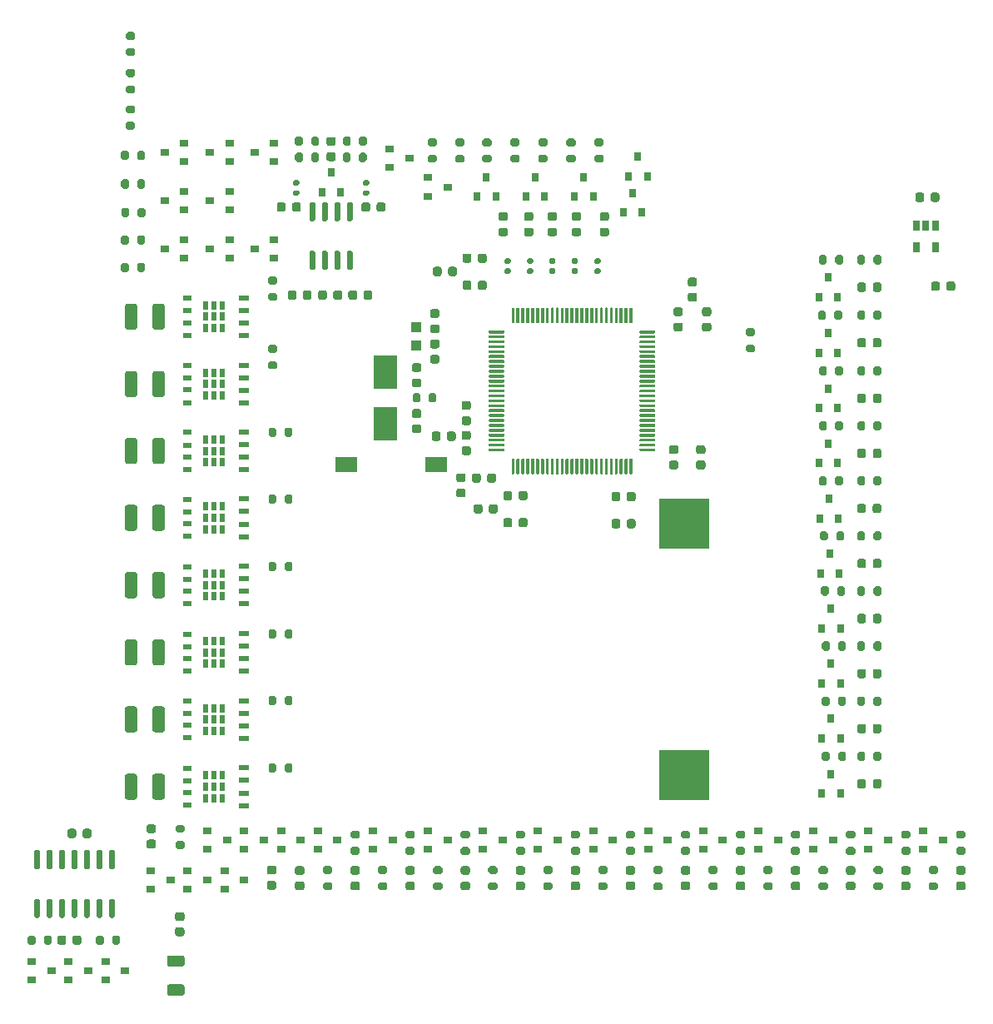
<source format=gtp>
G04 #@! TF.GenerationSoftware,KiCad,Pcbnew,5.1.9-73d0e3b20d~88~ubuntu20.04.1*
G04 #@! TF.CreationDate,2021-05-05T00:04:50+02:00*
G04 #@! TF.ProjectId,DAC ADC PWM IO,44414320-4144-4432-9050-574d20494f2e,rev?*
G04 #@! TF.SameCoordinates,Original*
G04 #@! TF.FileFunction,Paste,Top*
G04 #@! TF.FilePolarity,Positive*
%FSLAX46Y46*%
G04 Gerber Fmt 4.6, Leading zero omitted, Abs format (unit mm)*
G04 Created by KiCad (PCBNEW 5.1.9-73d0e3b20d~88~ubuntu20.04.1) date 2021-05-05 00:04:50*
%MOMM*%
%LPD*%
G01*
G04 APERTURE LIST*
%ADD10R,0.800000X0.900000*%
%ADD11R,1.100000X1.050000*%
%ADD12R,2.400000X3.500000*%
%ADD13R,0.600000X0.900000*%
%ADD14R,0.900000X0.600000*%
%ADD15R,1.050000X0.600000*%
%ADD16R,0.900000X0.800000*%
%ADD17R,0.650000X1.060000*%
%ADD18R,2.180000X1.600000*%
%ADD19R,5.100000X5.100000*%
G04 APERTURE END LIST*
G36*
G01*
X131400000Y-63525000D02*
X131400000Y-62975000D01*
G75*
G02*
X131600000Y-62775000I200000J0D01*
G01*
X132000000Y-62775000D01*
G75*
G02*
X132200000Y-62975000I0J-200000D01*
G01*
X132200000Y-63525000D01*
G75*
G02*
X132000000Y-63725000I-200000J0D01*
G01*
X131600000Y-63725000D01*
G75*
G02*
X131400000Y-63525000I0J200000D01*
G01*
G37*
G36*
G01*
X129750000Y-63525000D02*
X129750000Y-62975000D01*
G75*
G02*
X129950000Y-62775000I200000J0D01*
G01*
X130350000Y-62775000D01*
G75*
G02*
X130550000Y-62975000I0J-200000D01*
G01*
X130550000Y-63525000D01*
G75*
G02*
X130350000Y-63725000I-200000J0D01*
G01*
X129950000Y-63725000D01*
G75*
G02*
X129750000Y-63525000I0J200000D01*
G01*
G37*
G36*
G01*
X131375000Y-65175000D02*
X131375000Y-64625000D01*
G75*
G02*
X131575000Y-64425000I200000J0D01*
G01*
X131975000Y-64425000D01*
G75*
G02*
X132175000Y-64625000I0J-200000D01*
G01*
X132175000Y-65175000D01*
G75*
G02*
X131975000Y-65375000I-200000J0D01*
G01*
X131575000Y-65375000D01*
G75*
G02*
X131375000Y-65175000I0J200000D01*
G01*
G37*
G36*
G01*
X129725000Y-65175000D02*
X129725000Y-64625000D01*
G75*
G02*
X129925000Y-64425000I200000J0D01*
G01*
X130325000Y-64425000D01*
G75*
G02*
X130525000Y-64625000I0J-200000D01*
G01*
X130525000Y-65175000D01*
G75*
G02*
X130325000Y-65375000I-200000J0D01*
G01*
X129925000Y-65375000D01*
G75*
G02*
X129725000Y-65175000I0J200000D01*
G01*
G37*
G36*
G01*
X126525000Y-65175000D02*
X126525000Y-64625000D01*
G75*
G02*
X126725000Y-64425000I200000J0D01*
G01*
X127125000Y-64425000D01*
G75*
G02*
X127325000Y-64625000I0J-200000D01*
G01*
X127325000Y-65175000D01*
G75*
G02*
X127125000Y-65375000I-200000J0D01*
G01*
X126725000Y-65375000D01*
G75*
G02*
X126525000Y-65175000I0J200000D01*
G01*
G37*
G36*
G01*
X124875000Y-65175000D02*
X124875000Y-64625000D01*
G75*
G02*
X125075000Y-64425000I200000J0D01*
G01*
X125475000Y-64425000D01*
G75*
G02*
X125675000Y-64625000I0J-200000D01*
G01*
X125675000Y-65175000D01*
G75*
G02*
X125475000Y-65375000I-200000J0D01*
G01*
X125075000Y-65375000D01*
G75*
G02*
X124875000Y-65175000I0J200000D01*
G01*
G37*
G36*
G01*
X126525000Y-63525000D02*
X126525000Y-62975000D01*
G75*
G02*
X126725000Y-62775000I200000J0D01*
G01*
X127125000Y-62775000D01*
G75*
G02*
X127325000Y-62975000I0J-200000D01*
G01*
X127325000Y-63525000D01*
G75*
G02*
X127125000Y-63725000I-200000J0D01*
G01*
X126725000Y-63725000D01*
G75*
G02*
X126525000Y-63525000I0J200000D01*
G01*
G37*
G36*
G01*
X124875000Y-63525000D02*
X124875000Y-62975000D01*
G75*
G02*
X125075000Y-62775000I200000J0D01*
G01*
X125475000Y-62775000D01*
G75*
G02*
X125675000Y-62975000I0J-200000D01*
G01*
X125675000Y-63525000D01*
G75*
G02*
X125475000Y-63725000I-200000J0D01*
G01*
X125075000Y-63725000D01*
G75*
G02*
X124875000Y-63525000I0J200000D01*
G01*
G37*
G36*
G01*
X146685000Y-75710000D02*
X146315000Y-75710000D01*
G75*
G02*
X146180000Y-75575000I0J135000D01*
G01*
X146180000Y-75305000D01*
G75*
G02*
X146315000Y-75170000I135000J0D01*
G01*
X146685000Y-75170000D01*
G75*
G02*
X146820000Y-75305000I0J-135000D01*
G01*
X146820000Y-75575000D01*
G75*
G02*
X146685000Y-75710000I-135000J0D01*
G01*
G37*
G36*
G01*
X146685000Y-76730000D02*
X146315000Y-76730000D01*
G75*
G02*
X146180000Y-76595000I0J135000D01*
G01*
X146180000Y-76325000D01*
G75*
G02*
X146315000Y-76190000I135000J0D01*
G01*
X146685000Y-76190000D01*
G75*
G02*
X146820000Y-76325000I0J-135000D01*
G01*
X146820000Y-76595000D01*
G75*
G02*
X146685000Y-76730000I-135000J0D01*
G01*
G37*
G36*
G01*
X148985000Y-75710000D02*
X148615000Y-75710000D01*
G75*
G02*
X148480000Y-75575000I0J135000D01*
G01*
X148480000Y-75305000D01*
G75*
G02*
X148615000Y-75170000I135000J0D01*
G01*
X148985000Y-75170000D01*
G75*
G02*
X149120000Y-75305000I0J-135000D01*
G01*
X149120000Y-75575000D01*
G75*
G02*
X148985000Y-75710000I-135000J0D01*
G01*
G37*
G36*
G01*
X148985000Y-76730000D02*
X148615000Y-76730000D01*
G75*
G02*
X148480000Y-76595000I0J135000D01*
G01*
X148480000Y-76325000D01*
G75*
G02*
X148615000Y-76190000I135000J0D01*
G01*
X148985000Y-76190000D01*
G75*
G02*
X149120000Y-76325000I0J-135000D01*
G01*
X149120000Y-76595000D01*
G75*
G02*
X148985000Y-76730000I-135000J0D01*
G01*
G37*
G36*
G01*
X151235000Y-75710000D02*
X150865000Y-75710000D01*
G75*
G02*
X150730000Y-75575000I0J135000D01*
G01*
X150730000Y-75305000D01*
G75*
G02*
X150865000Y-75170000I135000J0D01*
G01*
X151235000Y-75170000D01*
G75*
G02*
X151370000Y-75305000I0J-135000D01*
G01*
X151370000Y-75575000D01*
G75*
G02*
X151235000Y-75710000I-135000J0D01*
G01*
G37*
G36*
G01*
X151235000Y-76730000D02*
X150865000Y-76730000D01*
G75*
G02*
X150730000Y-76595000I0J135000D01*
G01*
X150730000Y-76325000D01*
G75*
G02*
X150865000Y-76190000I135000J0D01*
G01*
X151235000Y-76190000D01*
G75*
G02*
X151370000Y-76325000I0J-135000D01*
G01*
X151370000Y-76595000D01*
G75*
G02*
X151235000Y-76730000I-135000J0D01*
G01*
G37*
G36*
G01*
X153535000Y-75710000D02*
X153165000Y-75710000D01*
G75*
G02*
X153030000Y-75575000I0J135000D01*
G01*
X153030000Y-75305000D01*
G75*
G02*
X153165000Y-75170000I135000J0D01*
G01*
X153535000Y-75170000D01*
G75*
G02*
X153670000Y-75305000I0J-135000D01*
G01*
X153670000Y-75575000D01*
G75*
G02*
X153535000Y-75710000I-135000J0D01*
G01*
G37*
G36*
G01*
X153535000Y-76730000D02*
X153165000Y-76730000D01*
G75*
G02*
X153030000Y-76595000I0J135000D01*
G01*
X153030000Y-76325000D01*
G75*
G02*
X153165000Y-76190000I135000J0D01*
G01*
X153535000Y-76190000D01*
G75*
G02*
X153670000Y-76325000I0J-135000D01*
G01*
X153670000Y-76595000D01*
G75*
G02*
X153535000Y-76730000I-135000J0D01*
G01*
G37*
G36*
G01*
X155835000Y-75710000D02*
X155465000Y-75710000D01*
G75*
G02*
X155330000Y-75575000I0J135000D01*
G01*
X155330000Y-75305000D01*
G75*
G02*
X155465000Y-75170000I135000J0D01*
G01*
X155835000Y-75170000D01*
G75*
G02*
X155970000Y-75305000I0J-135000D01*
G01*
X155970000Y-75575000D01*
G75*
G02*
X155835000Y-75710000I-135000J0D01*
G01*
G37*
G36*
G01*
X155835000Y-76730000D02*
X155465000Y-76730000D01*
G75*
G02*
X155330000Y-76595000I0J135000D01*
G01*
X155330000Y-76325000D01*
G75*
G02*
X155465000Y-76190000I135000J0D01*
G01*
X155835000Y-76190000D01*
G75*
G02*
X155970000Y-76325000I0J-135000D01*
G01*
X155970000Y-76595000D01*
G75*
G02*
X155835000Y-76730000I-135000J0D01*
G01*
G37*
G36*
G01*
X145793750Y-72050000D02*
X146306250Y-72050000D01*
G75*
G02*
X146525000Y-72268750I0J-218750D01*
G01*
X146525000Y-72706250D01*
G75*
G02*
X146306250Y-72925000I-218750J0D01*
G01*
X145793750Y-72925000D01*
G75*
G02*
X145575000Y-72706250I0J218750D01*
G01*
X145575000Y-72268750D01*
G75*
G02*
X145793750Y-72050000I218750J0D01*
G01*
G37*
G36*
G01*
X145793750Y-70475000D02*
X146306250Y-70475000D01*
G75*
G02*
X146525000Y-70693750I0J-218750D01*
G01*
X146525000Y-71131250D01*
G75*
G02*
X146306250Y-71350000I-218750J0D01*
G01*
X145793750Y-71350000D01*
G75*
G02*
X145575000Y-71131250I0J218750D01*
G01*
X145575000Y-70693750D01*
G75*
G02*
X145793750Y-70475000I218750J0D01*
G01*
G37*
G36*
G01*
X148393750Y-72050000D02*
X148906250Y-72050000D01*
G75*
G02*
X149125000Y-72268750I0J-218750D01*
G01*
X149125000Y-72706250D01*
G75*
G02*
X148906250Y-72925000I-218750J0D01*
G01*
X148393750Y-72925000D01*
G75*
G02*
X148175000Y-72706250I0J218750D01*
G01*
X148175000Y-72268750D01*
G75*
G02*
X148393750Y-72050000I218750J0D01*
G01*
G37*
G36*
G01*
X148393750Y-70475000D02*
X148906250Y-70475000D01*
G75*
G02*
X149125000Y-70693750I0J-218750D01*
G01*
X149125000Y-71131250D01*
G75*
G02*
X148906250Y-71350000I-218750J0D01*
G01*
X148393750Y-71350000D01*
G75*
G02*
X148175000Y-71131250I0J218750D01*
G01*
X148175000Y-70693750D01*
G75*
G02*
X148393750Y-70475000I218750J0D01*
G01*
G37*
G36*
G01*
X150793750Y-72050000D02*
X151306250Y-72050000D01*
G75*
G02*
X151525000Y-72268750I0J-218750D01*
G01*
X151525000Y-72706250D01*
G75*
G02*
X151306250Y-72925000I-218750J0D01*
G01*
X150793750Y-72925000D01*
G75*
G02*
X150575000Y-72706250I0J218750D01*
G01*
X150575000Y-72268750D01*
G75*
G02*
X150793750Y-72050000I218750J0D01*
G01*
G37*
G36*
G01*
X150793750Y-70475000D02*
X151306250Y-70475000D01*
G75*
G02*
X151525000Y-70693750I0J-218750D01*
G01*
X151525000Y-71131250D01*
G75*
G02*
X151306250Y-71350000I-218750J0D01*
G01*
X150793750Y-71350000D01*
G75*
G02*
X150575000Y-71131250I0J218750D01*
G01*
X150575000Y-70693750D01*
G75*
G02*
X150793750Y-70475000I218750J0D01*
G01*
G37*
G36*
G01*
X153243750Y-72050000D02*
X153756250Y-72050000D01*
G75*
G02*
X153975000Y-72268750I0J-218750D01*
G01*
X153975000Y-72706250D01*
G75*
G02*
X153756250Y-72925000I-218750J0D01*
G01*
X153243750Y-72925000D01*
G75*
G02*
X153025000Y-72706250I0J218750D01*
G01*
X153025000Y-72268750D01*
G75*
G02*
X153243750Y-72050000I218750J0D01*
G01*
G37*
G36*
G01*
X153243750Y-70475000D02*
X153756250Y-70475000D01*
G75*
G02*
X153975000Y-70693750I0J-218750D01*
G01*
X153975000Y-71131250D01*
G75*
G02*
X153756250Y-71350000I-218750J0D01*
G01*
X153243750Y-71350000D01*
G75*
G02*
X153025000Y-71131250I0J218750D01*
G01*
X153025000Y-70693750D01*
G75*
G02*
X153243750Y-70475000I218750J0D01*
G01*
G37*
G36*
G01*
X156093750Y-72050000D02*
X156606250Y-72050000D01*
G75*
G02*
X156825000Y-72268750I0J-218750D01*
G01*
X156825000Y-72706250D01*
G75*
G02*
X156606250Y-72925000I-218750J0D01*
G01*
X156093750Y-72925000D01*
G75*
G02*
X155875000Y-72706250I0J218750D01*
G01*
X155875000Y-72268750D01*
G75*
G02*
X156093750Y-72050000I218750J0D01*
G01*
G37*
G36*
G01*
X156093750Y-70475000D02*
X156606250Y-70475000D01*
G75*
G02*
X156825000Y-70693750I0J-218750D01*
G01*
X156825000Y-71131250D01*
G75*
G02*
X156606250Y-71350000I-218750J0D01*
G01*
X156093750Y-71350000D01*
G75*
G02*
X155875000Y-71131250I0J218750D01*
G01*
X155875000Y-70693750D01*
G75*
G02*
X156093750Y-70475000I218750J0D01*
G01*
G37*
G36*
G01*
X131915000Y-68240000D02*
X132285000Y-68240000D01*
G75*
G02*
X132420000Y-68375000I0J-135000D01*
G01*
X132420000Y-68645000D01*
G75*
G02*
X132285000Y-68780000I-135000J0D01*
G01*
X131915000Y-68780000D01*
G75*
G02*
X131780000Y-68645000I0J135000D01*
G01*
X131780000Y-68375000D01*
G75*
G02*
X131915000Y-68240000I135000J0D01*
G01*
G37*
G36*
G01*
X131915000Y-67220000D02*
X132285000Y-67220000D01*
G75*
G02*
X132420000Y-67355000I0J-135000D01*
G01*
X132420000Y-67625000D01*
G75*
G02*
X132285000Y-67760000I-135000J0D01*
G01*
X131915000Y-67760000D01*
G75*
G02*
X131780000Y-67625000I0J135000D01*
G01*
X131780000Y-67355000D01*
G75*
G02*
X131915000Y-67220000I135000J0D01*
G01*
G37*
G36*
G01*
X125185000Y-67760000D02*
X124815000Y-67760000D01*
G75*
G02*
X124680000Y-67625000I0J135000D01*
G01*
X124680000Y-67355000D01*
G75*
G02*
X124815000Y-67220000I135000J0D01*
G01*
X125185000Y-67220000D01*
G75*
G02*
X125320000Y-67355000I0J-135000D01*
G01*
X125320000Y-67625000D01*
G75*
G02*
X125185000Y-67760000I-135000J0D01*
G01*
G37*
G36*
G01*
X125185000Y-68780000D02*
X124815000Y-68780000D01*
G75*
G02*
X124680000Y-68645000I0J135000D01*
G01*
X124680000Y-68375000D01*
G75*
G02*
X124815000Y-68240000I135000J0D01*
G01*
X125185000Y-68240000D01*
G75*
G02*
X125320000Y-68375000I0J-135000D01*
G01*
X125320000Y-68645000D01*
G75*
G02*
X125185000Y-68780000I-135000J0D01*
G01*
G37*
D10*
X128550000Y-66450000D03*
X129500000Y-68450000D03*
X127600000Y-68450000D03*
G36*
G01*
X128300000Y-64375000D02*
X128800000Y-64375000D01*
G75*
G02*
X129025000Y-64600000I0J-225000D01*
G01*
X129025000Y-65050000D01*
G75*
G02*
X128800000Y-65275000I-225000J0D01*
G01*
X128300000Y-65275000D01*
G75*
G02*
X128075000Y-65050000I0J225000D01*
G01*
X128075000Y-64600000D01*
G75*
G02*
X128300000Y-64375000I225000J0D01*
G01*
G37*
G36*
G01*
X128300000Y-62825000D02*
X128800000Y-62825000D01*
G75*
G02*
X129025000Y-63050000I0J-225000D01*
G01*
X129025000Y-63500000D01*
G75*
G02*
X128800000Y-63725000I-225000J0D01*
G01*
X128300000Y-63725000D01*
G75*
G02*
X128075000Y-63500000I0J225000D01*
G01*
X128075000Y-63050000D01*
G75*
G02*
X128300000Y-62825000I225000J0D01*
G01*
G37*
G36*
G01*
X133175000Y-70200000D02*
X133175000Y-69700000D01*
G75*
G02*
X133400000Y-69475000I225000J0D01*
G01*
X133850000Y-69475000D01*
G75*
G02*
X134075000Y-69700000I0J-225000D01*
G01*
X134075000Y-70200000D01*
G75*
G02*
X133850000Y-70425000I-225000J0D01*
G01*
X133400000Y-70425000D01*
G75*
G02*
X133175000Y-70200000I0J225000D01*
G01*
G37*
G36*
G01*
X131625000Y-70200000D02*
X131625000Y-69700000D01*
G75*
G02*
X131850000Y-69475000I225000J0D01*
G01*
X132300000Y-69475000D01*
G75*
G02*
X132525000Y-69700000I0J-225000D01*
G01*
X132525000Y-70200000D01*
G75*
G02*
X132300000Y-70425000I-225000J0D01*
G01*
X131850000Y-70425000D01*
G75*
G02*
X131625000Y-70200000I0J225000D01*
G01*
G37*
G36*
G01*
X124575000Y-70200000D02*
X124575000Y-69700000D01*
G75*
G02*
X124800000Y-69475000I225000J0D01*
G01*
X125250000Y-69475000D01*
G75*
G02*
X125475000Y-69700000I0J-225000D01*
G01*
X125475000Y-70200000D01*
G75*
G02*
X125250000Y-70425000I-225000J0D01*
G01*
X124800000Y-70425000D01*
G75*
G02*
X124575000Y-70200000I0J225000D01*
G01*
G37*
G36*
G01*
X123025000Y-70200000D02*
X123025000Y-69700000D01*
G75*
G02*
X123250000Y-69475000I225000J0D01*
G01*
X123700000Y-69475000D01*
G75*
G02*
X123925000Y-69700000I0J-225000D01*
G01*
X123925000Y-70200000D01*
G75*
G02*
X123700000Y-70425000I-225000J0D01*
G01*
X123250000Y-70425000D01*
G75*
G02*
X123025000Y-70200000I0J225000D01*
G01*
G37*
G36*
G01*
X142825000Y-77650000D02*
X142825000Y-78150000D01*
G75*
G02*
X142600000Y-78375000I-225000J0D01*
G01*
X142150000Y-78375000D01*
G75*
G02*
X141925000Y-78150000I0J225000D01*
G01*
X141925000Y-77650000D01*
G75*
G02*
X142150000Y-77425000I225000J0D01*
G01*
X142600000Y-77425000D01*
G75*
G02*
X142825000Y-77650000I0J-225000D01*
G01*
G37*
G36*
G01*
X144375000Y-77650000D02*
X144375000Y-78150000D01*
G75*
G02*
X144150000Y-78375000I-225000J0D01*
G01*
X143700000Y-78375000D01*
G75*
G02*
X143475000Y-78150000I0J225000D01*
G01*
X143475000Y-77650000D01*
G75*
G02*
X143700000Y-77425000I225000J0D01*
G01*
X144150000Y-77425000D01*
G75*
G02*
X144375000Y-77650000I0J-225000D01*
G01*
G37*
D11*
X137200000Y-82175000D03*
X137200000Y-84025000D03*
D12*
X134100000Y-91950000D03*
X134100000Y-86750000D03*
G36*
G01*
X122975000Y-126725000D02*
X122975000Y-127275000D01*
G75*
G02*
X122775000Y-127475000I-200000J0D01*
G01*
X122375000Y-127475000D01*
G75*
G02*
X122175000Y-127275000I0J200000D01*
G01*
X122175000Y-126725000D01*
G75*
G02*
X122375000Y-126525000I200000J0D01*
G01*
X122775000Y-126525000D01*
G75*
G02*
X122975000Y-126725000I0J-200000D01*
G01*
G37*
G36*
G01*
X124625000Y-126725000D02*
X124625000Y-127275000D01*
G75*
G02*
X124425000Y-127475000I-200000J0D01*
G01*
X124025000Y-127475000D01*
G75*
G02*
X123825000Y-127275000I0J200000D01*
G01*
X123825000Y-126725000D01*
G75*
G02*
X124025000Y-126525000I200000J0D01*
G01*
X124425000Y-126525000D01*
G75*
G02*
X124625000Y-126725000I0J-200000D01*
G01*
G37*
G36*
G01*
X122975000Y-113075000D02*
X122975000Y-113625000D01*
G75*
G02*
X122775000Y-113825000I-200000J0D01*
G01*
X122375000Y-113825000D01*
G75*
G02*
X122175000Y-113625000I0J200000D01*
G01*
X122175000Y-113075000D01*
G75*
G02*
X122375000Y-112875000I200000J0D01*
G01*
X122775000Y-112875000D01*
G75*
G02*
X122975000Y-113075000I0J-200000D01*
G01*
G37*
G36*
G01*
X124625000Y-113075000D02*
X124625000Y-113625000D01*
G75*
G02*
X124425000Y-113825000I-200000J0D01*
G01*
X124025000Y-113825000D01*
G75*
G02*
X123825000Y-113625000I0J200000D01*
G01*
X123825000Y-113075000D01*
G75*
G02*
X124025000Y-112875000I200000J0D01*
G01*
X124425000Y-112875000D01*
G75*
G02*
X124625000Y-113075000I0J-200000D01*
G01*
G37*
G36*
G01*
X122975000Y-92575000D02*
X122975000Y-93125000D01*
G75*
G02*
X122775000Y-93325000I-200000J0D01*
G01*
X122375000Y-93325000D01*
G75*
G02*
X122175000Y-93125000I0J200000D01*
G01*
X122175000Y-92575000D01*
G75*
G02*
X122375000Y-92375000I200000J0D01*
G01*
X122775000Y-92375000D01*
G75*
G02*
X122975000Y-92575000I0J-200000D01*
G01*
G37*
G36*
G01*
X124625000Y-92575000D02*
X124625000Y-93125000D01*
G75*
G02*
X124425000Y-93325000I-200000J0D01*
G01*
X124025000Y-93325000D01*
G75*
G02*
X123825000Y-93125000I0J200000D01*
G01*
X123825000Y-92575000D01*
G75*
G02*
X124025000Y-92375000I200000J0D01*
G01*
X124425000Y-92375000D01*
G75*
G02*
X124625000Y-92575000I0J-200000D01*
G01*
G37*
G36*
G01*
X122325000Y-85625000D02*
X122875000Y-85625000D01*
G75*
G02*
X123075000Y-85825000I0J-200000D01*
G01*
X123075000Y-86225000D01*
G75*
G02*
X122875000Y-86425000I-200000J0D01*
G01*
X122325000Y-86425000D01*
G75*
G02*
X122125000Y-86225000I0J200000D01*
G01*
X122125000Y-85825000D01*
G75*
G02*
X122325000Y-85625000I200000J0D01*
G01*
G37*
G36*
G01*
X122325000Y-83975000D02*
X122875000Y-83975000D01*
G75*
G02*
X123075000Y-84175000I0J-200000D01*
G01*
X123075000Y-84575000D01*
G75*
G02*
X122875000Y-84775000I-200000J0D01*
G01*
X122325000Y-84775000D01*
G75*
G02*
X122125000Y-84575000I0J200000D01*
G01*
X122125000Y-84175000D01*
G75*
G02*
X122325000Y-83975000I200000J0D01*
G01*
G37*
G36*
G01*
X122975000Y-119875000D02*
X122975000Y-120425000D01*
G75*
G02*
X122775000Y-120625000I-200000J0D01*
G01*
X122375000Y-120625000D01*
G75*
G02*
X122175000Y-120425000I0J200000D01*
G01*
X122175000Y-119875000D01*
G75*
G02*
X122375000Y-119675000I200000J0D01*
G01*
X122775000Y-119675000D01*
G75*
G02*
X122975000Y-119875000I0J-200000D01*
G01*
G37*
G36*
G01*
X124625000Y-119875000D02*
X124625000Y-120425000D01*
G75*
G02*
X124425000Y-120625000I-200000J0D01*
G01*
X124025000Y-120625000D01*
G75*
G02*
X123825000Y-120425000I0J200000D01*
G01*
X123825000Y-119875000D01*
G75*
G02*
X124025000Y-119675000I200000J0D01*
G01*
X124425000Y-119675000D01*
G75*
G02*
X124625000Y-119875000I0J-200000D01*
G01*
G37*
G36*
G01*
X122975000Y-106225000D02*
X122975000Y-106775000D01*
G75*
G02*
X122775000Y-106975000I-200000J0D01*
G01*
X122375000Y-106975000D01*
G75*
G02*
X122175000Y-106775000I0J200000D01*
G01*
X122175000Y-106225000D01*
G75*
G02*
X122375000Y-106025000I200000J0D01*
G01*
X122775000Y-106025000D01*
G75*
G02*
X122975000Y-106225000I0J-200000D01*
G01*
G37*
G36*
G01*
X124625000Y-106225000D02*
X124625000Y-106775000D01*
G75*
G02*
X124425000Y-106975000I-200000J0D01*
G01*
X124025000Y-106975000D01*
G75*
G02*
X123825000Y-106775000I0J200000D01*
G01*
X123825000Y-106225000D01*
G75*
G02*
X124025000Y-106025000I200000J0D01*
G01*
X124425000Y-106025000D01*
G75*
G02*
X124625000Y-106225000I0J-200000D01*
G01*
G37*
G36*
G01*
X122975000Y-99375000D02*
X122975000Y-99925000D01*
G75*
G02*
X122775000Y-100125000I-200000J0D01*
G01*
X122375000Y-100125000D01*
G75*
G02*
X122175000Y-99925000I0J200000D01*
G01*
X122175000Y-99375000D01*
G75*
G02*
X122375000Y-99175000I200000J0D01*
G01*
X122775000Y-99175000D01*
G75*
G02*
X122975000Y-99375000I0J-200000D01*
G01*
G37*
G36*
G01*
X124625000Y-99375000D02*
X124625000Y-99925000D01*
G75*
G02*
X124425000Y-100125000I-200000J0D01*
G01*
X124025000Y-100125000D01*
G75*
G02*
X123825000Y-99925000I0J200000D01*
G01*
X123825000Y-99375000D01*
G75*
G02*
X124025000Y-99175000I200000J0D01*
G01*
X124425000Y-99175000D01*
G75*
G02*
X124625000Y-99375000I0J-200000D01*
G01*
G37*
D13*
X116615000Y-115250000D03*
D14*
X113915000Y-114650000D03*
D15*
X119635000Y-113340000D03*
X119635000Y-114610000D03*
X119635000Y-117160000D03*
X119635000Y-115890000D03*
D14*
X113915000Y-115850000D03*
X113915000Y-113370000D03*
X113915000Y-117130000D03*
D13*
X117465000Y-115250000D03*
X115765000Y-115250000D03*
X115765000Y-114100000D03*
X117465000Y-114100000D03*
X116615000Y-114100000D03*
X115765000Y-116400000D03*
X117465000Y-116400000D03*
X116615000Y-116400000D03*
X116615000Y-94750000D03*
D14*
X113915000Y-94150000D03*
D15*
X119635000Y-92840000D03*
X119635000Y-94110000D03*
X119635000Y-96660000D03*
X119635000Y-95390000D03*
D14*
X113915000Y-95350000D03*
X113915000Y-92870000D03*
X113915000Y-96630000D03*
D13*
X117465000Y-94750000D03*
X115765000Y-94750000D03*
X115765000Y-93600000D03*
X117465000Y-93600000D03*
X116615000Y-93600000D03*
X115765000Y-95900000D03*
X117465000Y-95900000D03*
X116615000Y-95900000D03*
X116615000Y-87950000D03*
D14*
X113915000Y-87350000D03*
D15*
X119635000Y-86040000D03*
X119635000Y-87310000D03*
X119635000Y-89860000D03*
X119635000Y-88590000D03*
D14*
X113915000Y-88550000D03*
X113915000Y-86070000D03*
X113915000Y-89830000D03*
D13*
X117465000Y-87950000D03*
X115765000Y-87950000D03*
X115765000Y-86800000D03*
X117465000Y-86800000D03*
X116615000Y-86800000D03*
X115765000Y-89100000D03*
X117465000Y-89100000D03*
X116615000Y-89100000D03*
X116615000Y-122050000D03*
D14*
X113915000Y-121450000D03*
D15*
X119635000Y-120140000D03*
X119635000Y-121410000D03*
X119635000Y-123960000D03*
X119635000Y-122690000D03*
D14*
X113915000Y-122650000D03*
X113915000Y-120170000D03*
X113915000Y-123930000D03*
D13*
X117465000Y-122050000D03*
X115765000Y-122050000D03*
X115765000Y-120900000D03*
X117465000Y-120900000D03*
X116615000Y-120900000D03*
X115765000Y-123200000D03*
X117465000Y-123200000D03*
X116615000Y-123200000D03*
X116615000Y-101550000D03*
D14*
X113915000Y-100950000D03*
D15*
X119635000Y-99640000D03*
X119635000Y-100910000D03*
X119635000Y-103460000D03*
X119635000Y-102190000D03*
D14*
X113915000Y-102150000D03*
X113915000Y-99670000D03*
X113915000Y-103430000D03*
D13*
X117465000Y-101550000D03*
X115765000Y-101550000D03*
X115765000Y-100400000D03*
X117465000Y-100400000D03*
X116615000Y-100400000D03*
X115765000Y-102700000D03*
X117465000Y-102700000D03*
X116615000Y-102700000D03*
G36*
G01*
X110375000Y-116325000D02*
X110375000Y-114175000D01*
G75*
G02*
X110625000Y-113925000I250000J0D01*
G01*
X111375000Y-113925000D01*
G75*
G02*
X111625000Y-114175000I0J-250000D01*
G01*
X111625000Y-116325000D01*
G75*
G02*
X111375000Y-116575000I-250000J0D01*
G01*
X110625000Y-116575000D01*
G75*
G02*
X110375000Y-116325000I0J250000D01*
G01*
G37*
G36*
G01*
X107575000Y-116325000D02*
X107575000Y-114175000D01*
G75*
G02*
X107825000Y-113925000I250000J0D01*
G01*
X108575000Y-113925000D01*
G75*
G02*
X108825000Y-114175000I0J-250000D01*
G01*
X108825000Y-116325000D01*
G75*
G02*
X108575000Y-116575000I-250000J0D01*
G01*
X107825000Y-116575000D01*
G75*
G02*
X107575000Y-116325000I0J250000D01*
G01*
G37*
G36*
G01*
X110375000Y-95825000D02*
X110375000Y-93675000D01*
G75*
G02*
X110625000Y-93425000I250000J0D01*
G01*
X111375000Y-93425000D01*
G75*
G02*
X111625000Y-93675000I0J-250000D01*
G01*
X111625000Y-95825000D01*
G75*
G02*
X111375000Y-96075000I-250000J0D01*
G01*
X110625000Y-96075000D01*
G75*
G02*
X110375000Y-95825000I0J250000D01*
G01*
G37*
G36*
G01*
X107575000Y-95825000D02*
X107575000Y-93675000D01*
G75*
G02*
X107825000Y-93425000I250000J0D01*
G01*
X108575000Y-93425000D01*
G75*
G02*
X108825000Y-93675000I0J-250000D01*
G01*
X108825000Y-95825000D01*
G75*
G02*
X108575000Y-96075000I-250000J0D01*
G01*
X107825000Y-96075000D01*
G75*
G02*
X107575000Y-95825000I0J250000D01*
G01*
G37*
G36*
G01*
X110375000Y-89025000D02*
X110375000Y-86875000D01*
G75*
G02*
X110625000Y-86625000I250000J0D01*
G01*
X111375000Y-86625000D01*
G75*
G02*
X111625000Y-86875000I0J-250000D01*
G01*
X111625000Y-89025000D01*
G75*
G02*
X111375000Y-89275000I-250000J0D01*
G01*
X110625000Y-89275000D01*
G75*
G02*
X110375000Y-89025000I0J250000D01*
G01*
G37*
G36*
G01*
X107575000Y-89025000D02*
X107575000Y-86875000D01*
G75*
G02*
X107825000Y-86625000I250000J0D01*
G01*
X108575000Y-86625000D01*
G75*
G02*
X108825000Y-86875000I0J-250000D01*
G01*
X108825000Y-89025000D01*
G75*
G02*
X108575000Y-89275000I-250000J0D01*
G01*
X107825000Y-89275000D01*
G75*
G02*
X107575000Y-89025000I0J250000D01*
G01*
G37*
G36*
G01*
X110375000Y-123125000D02*
X110375000Y-120975000D01*
G75*
G02*
X110625000Y-120725000I250000J0D01*
G01*
X111375000Y-120725000D01*
G75*
G02*
X111625000Y-120975000I0J-250000D01*
G01*
X111625000Y-123125000D01*
G75*
G02*
X111375000Y-123375000I-250000J0D01*
G01*
X110625000Y-123375000D01*
G75*
G02*
X110375000Y-123125000I0J250000D01*
G01*
G37*
G36*
G01*
X107575000Y-123125000D02*
X107575000Y-120975000D01*
G75*
G02*
X107825000Y-120725000I250000J0D01*
G01*
X108575000Y-120725000D01*
G75*
G02*
X108825000Y-120975000I0J-250000D01*
G01*
X108825000Y-123125000D01*
G75*
G02*
X108575000Y-123375000I-250000J0D01*
G01*
X107825000Y-123375000D01*
G75*
G02*
X107575000Y-123125000I0J250000D01*
G01*
G37*
G36*
G01*
X110375000Y-102625000D02*
X110375000Y-100475000D01*
G75*
G02*
X110625000Y-100225000I250000J0D01*
G01*
X111375000Y-100225000D01*
G75*
G02*
X111625000Y-100475000I0J-250000D01*
G01*
X111625000Y-102625000D01*
G75*
G02*
X111375000Y-102875000I-250000J0D01*
G01*
X110625000Y-102875000D01*
G75*
G02*
X110375000Y-102625000I0J250000D01*
G01*
G37*
G36*
G01*
X107575000Y-102625000D02*
X107575000Y-100475000D01*
G75*
G02*
X107825000Y-100225000I250000J0D01*
G01*
X108575000Y-100225000D01*
G75*
G02*
X108825000Y-100475000I0J-250000D01*
G01*
X108825000Y-102625000D01*
G75*
G02*
X108575000Y-102875000I-250000J0D01*
G01*
X107825000Y-102875000D01*
G75*
G02*
X107575000Y-102625000I0J250000D01*
G01*
G37*
D10*
X179100000Y-82750000D03*
X180050000Y-84750000D03*
X178150000Y-84750000D03*
G36*
G01*
X142475000Y-134175000D02*
X141925000Y-134175000D01*
G75*
G02*
X141725000Y-133975000I0J200000D01*
G01*
X141725000Y-133575000D01*
G75*
G02*
X141925000Y-133375000I200000J0D01*
G01*
X142475000Y-133375000D01*
G75*
G02*
X142675000Y-133575000I0J-200000D01*
G01*
X142675000Y-133975000D01*
G75*
G02*
X142475000Y-134175000I-200000J0D01*
G01*
G37*
G36*
G01*
X142475000Y-135825000D02*
X141925000Y-135825000D01*
G75*
G02*
X141725000Y-135625000I0J200000D01*
G01*
X141725000Y-135225000D01*
G75*
G02*
X141925000Y-135025000I200000J0D01*
G01*
X142475000Y-135025000D01*
G75*
G02*
X142675000Y-135225000I0J-200000D01*
G01*
X142675000Y-135625000D01*
G75*
G02*
X142475000Y-135825000I-200000J0D01*
G01*
G37*
G36*
G01*
X139125000Y-138625000D02*
X139675000Y-138625000D01*
G75*
G02*
X139875000Y-138825000I0J-200000D01*
G01*
X139875000Y-139225000D01*
G75*
G02*
X139675000Y-139425000I-200000J0D01*
G01*
X139125000Y-139425000D01*
G75*
G02*
X138925000Y-139225000I0J200000D01*
G01*
X138925000Y-138825000D01*
G75*
G02*
X139125000Y-138625000I200000J0D01*
G01*
G37*
G36*
G01*
X139125000Y-136975000D02*
X139675000Y-136975000D01*
G75*
G02*
X139875000Y-137175000I0J-200000D01*
G01*
X139875000Y-137575000D01*
G75*
G02*
X139675000Y-137775000I-200000J0D01*
G01*
X139125000Y-137775000D01*
G75*
G02*
X138925000Y-137575000I0J200000D01*
G01*
X138925000Y-137175000D01*
G75*
G02*
X139125000Y-136975000I200000J0D01*
G01*
G37*
G36*
G01*
X122325000Y-78675000D02*
X122875000Y-78675000D01*
G75*
G02*
X123075000Y-78875000I0J-200000D01*
G01*
X123075000Y-79275000D01*
G75*
G02*
X122875000Y-79475000I-200000J0D01*
G01*
X122325000Y-79475000D01*
G75*
G02*
X122125000Y-79275000I0J200000D01*
G01*
X122125000Y-78875000D01*
G75*
G02*
X122325000Y-78675000I200000J0D01*
G01*
G37*
G36*
G01*
X122325000Y-77025000D02*
X122875000Y-77025000D01*
G75*
G02*
X123075000Y-77225000I0J-200000D01*
G01*
X123075000Y-77625000D01*
G75*
G02*
X122875000Y-77825000I-200000J0D01*
G01*
X122325000Y-77825000D01*
G75*
G02*
X122125000Y-77625000I0J200000D01*
G01*
X122125000Y-77225000D01*
G75*
G02*
X122325000Y-77025000I200000J0D01*
G01*
G37*
D13*
X116615000Y-128900000D03*
D14*
X113915000Y-128300000D03*
D15*
X119635000Y-126990000D03*
X119635000Y-128260000D03*
X119635000Y-130810000D03*
X119635000Y-129540000D03*
D14*
X113915000Y-129500000D03*
X113915000Y-127020000D03*
X113915000Y-130780000D03*
D13*
X117465000Y-128900000D03*
X115765000Y-128900000D03*
X115765000Y-127750000D03*
X117465000Y-127750000D03*
X116615000Y-127750000D03*
X115765000Y-130050000D03*
X117465000Y-130050000D03*
X116615000Y-130050000D03*
X116615000Y-108400000D03*
D14*
X113915000Y-107800000D03*
D15*
X119635000Y-106490000D03*
X119635000Y-107760000D03*
X119635000Y-110310000D03*
X119635000Y-109040000D03*
D14*
X113915000Y-109000000D03*
X113915000Y-106520000D03*
X113915000Y-110280000D03*
D13*
X117465000Y-108400000D03*
X115765000Y-108400000D03*
X115765000Y-107250000D03*
X117465000Y-107250000D03*
X116615000Y-107250000D03*
X115765000Y-109550000D03*
X117465000Y-109550000D03*
X116615000Y-109550000D03*
X116615000Y-81100000D03*
D14*
X113915000Y-80500000D03*
D15*
X119635000Y-79190000D03*
X119635000Y-80460000D03*
X119635000Y-83010000D03*
X119635000Y-81740000D03*
D14*
X113915000Y-81700000D03*
X113915000Y-79220000D03*
X113915000Y-82980000D03*
D13*
X117465000Y-81100000D03*
X115765000Y-81100000D03*
X115765000Y-79950000D03*
X117465000Y-79950000D03*
X116615000Y-79950000D03*
X115765000Y-82250000D03*
X117465000Y-82250000D03*
X116615000Y-82250000D03*
G36*
G01*
X110375000Y-129975000D02*
X110375000Y-127825000D01*
G75*
G02*
X110625000Y-127575000I250000J0D01*
G01*
X111375000Y-127575000D01*
G75*
G02*
X111625000Y-127825000I0J-250000D01*
G01*
X111625000Y-129975000D01*
G75*
G02*
X111375000Y-130225000I-250000J0D01*
G01*
X110625000Y-130225000D01*
G75*
G02*
X110375000Y-129975000I0J250000D01*
G01*
G37*
G36*
G01*
X107575000Y-129975000D02*
X107575000Y-127825000D01*
G75*
G02*
X107825000Y-127575000I250000J0D01*
G01*
X108575000Y-127575000D01*
G75*
G02*
X108825000Y-127825000I0J-250000D01*
G01*
X108825000Y-129975000D01*
G75*
G02*
X108575000Y-130225000I-250000J0D01*
G01*
X107825000Y-130225000D01*
G75*
G02*
X107575000Y-129975000I0J250000D01*
G01*
G37*
G36*
G01*
X110375000Y-109475000D02*
X110375000Y-107325000D01*
G75*
G02*
X110625000Y-107075000I250000J0D01*
G01*
X111375000Y-107075000D01*
G75*
G02*
X111625000Y-107325000I0J-250000D01*
G01*
X111625000Y-109475000D01*
G75*
G02*
X111375000Y-109725000I-250000J0D01*
G01*
X110625000Y-109725000D01*
G75*
G02*
X110375000Y-109475000I0J250000D01*
G01*
G37*
G36*
G01*
X107575000Y-109475000D02*
X107575000Y-107325000D01*
G75*
G02*
X107825000Y-107075000I250000J0D01*
G01*
X108575000Y-107075000D01*
G75*
G02*
X108825000Y-107325000I0J-250000D01*
G01*
X108825000Y-109475000D01*
G75*
G02*
X108575000Y-109725000I-250000J0D01*
G01*
X107825000Y-109725000D01*
G75*
G02*
X107575000Y-109475000I0J250000D01*
G01*
G37*
G36*
G01*
X110375000Y-82175000D02*
X110375000Y-80025000D01*
G75*
G02*
X110625000Y-79775000I250000J0D01*
G01*
X111375000Y-79775000D01*
G75*
G02*
X111625000Y-80025000I0J-250000D01*
G01*
X111625000Y-82175000D01*
G75*
G02*
X111375000Y-82425000I-250000J0D01*
G01*
X110625000Y-82425000D01*
G75*
G02*
X110375000Y-82175000I0J250000D01*
G01*
G37*
G36*
G01*
X107575000Y-82175000D02*
X107575000Y-80025000D01*
G75*
G02*
X107825000Y-79775000I250000J0D01*
G01*
X108575000Y-79775000D01*
G75*
G02*
X108825000Y-80025000I0J-250000D01*
G01*
X108825000Y-82175000D01*
G75*
G02*
X108575000Y-82425000I-250000J0D01*
G01*
X107825000Y-82425000D01*
G75*
G02*
X107575000Y-82175000I0J250000D01*
G01*
G37*
D16*
X146000000Y-134300000D03*
X144000000Y-135250000D03*
X144000000Y-133350000D03*
X134800000Y-134300000D03*
X132800000Y-135250000D03*
X132800000Y-133350000D03*
X129200000Y-134300000D03*
X127200000Y-135250000D03*
X127200000Y-133350000D03*
G36*
G01*
X126795000Y-71400000D02*
X126495000Y-71400000D01*
G75*
G02*
X126345000Y-71250000I0J150000D01*
G01*
X126345000Y-69600000D01*
G75*
G02*
X126495000Y-69450000I150000J0D01*
G01*
X126795000Y-69450000D01*
G75*
G02*
X126945000Y-69600000I0J-150000D01*
G01*
X126945000Y-71250000D01*
G75*
G02*
X126795000Y-71400000I-150000J0D01*
G01*
G37*
G36*
G01*
X128065000Y-71400000D02*
X127765000Y-71400000D01*
G75*
G02*
X127615000Y-71250000I0J150000D01*
G01*
X127615000Y-69600000D01*
G75*
G02*
X127765000Y-69450000I150000J0D01*
G01*
X128065000Y-69450000D01*
G75*
G02*
X128215000Y-69600000I0J-150000D01*
G01*
X128215000Y-71250000D01*
G75*
G02*
X128065000Y-71400000I-150000J0D01*
G01*
G37*
G36*
G01*
X129335000Y-71400000D02*
X129035000Y-71400000D01*
G75*
G02*
X128885000Y-71250000I0J150000D01*
G01*
X128885000Y-69600000D01*
G75*
G02*
X129035000Y-69450000I150000J0D01*
G01*
X129335000Y-69450000D01*
G75*
G02*
X129485000Y-69600000I0J-150000D01*
G01*
X129485000Y-71250000D01*
G75*
G02*
X129335000Y-71400000I-150000J0D01*
G01*
G37*
G36*
G01*
X130605000Y-71400000D02*
X130305000Y-71400000D01*
G75*
G02*
X130155000Y-71250000I0J150000D01*
G01*
X130155000Y-69600000D01*
G75*
G02*
X130305000Y-69450000I150000J0D01*
G01*
X130605000Y-69450000D01*
G75*
G02*
X130755000Y-69600000I0J-150000D01*
G01*
X130755000Y-71250000D01*
G75*
G02*
X130605000Y-71400000I-150000J0D01*
G01*
G37*
G36*
G01*
X130605000Y-76350000D02*
X130305000Y-76350000D01*
G75*
G02*
X130155000Y-76200000I0J150000D01*
G01*
X130155000Y-74550000D01*
G75*
G02*
X130305000Y-74400000I150000J0D01*
G01*
X130605000Y-74400000D01*
G75*
G02*
X130755000Y-74550000I0J-150000D01*
G01*
X130755000Y-76200000D01*
G75*
G02*
X130605000Y-76350000I-150000J0D01*
G01*
G37*
G36*
G01*
X129335000Y-76350000D02*
X129035000Y-76350000D01*
G75*
G02*
X128885000Y-76200000I0J150000D01*
G01*
X128885000Y-74550000D01*
G75*
G02*
X129035000Y-74400000I150000J0D01*
G01*
X129335000Y-74400000D01*
G75*
G02*
X129485000Y-74550000I0J-150000D01*
G01*
X129485000Y-76200000D01*
G75*
G02*
X129335000Y-76350000I-150000J0D01*
G01*
G37*
G36*
G01*
X128065000Y-76350000D02*
X127765000Y-76350000D01*
G75*
G02*
X127615000Y-76200000I0J150000D01*
G01*
X127615000Y-74550000D01*
G75*
G02*
X127765000Y-74400000I150000J0D01*
G01*
X128065000Y-74400000D01*
G75*
G02*
X128215000Y-74550000I0J-150000D01*
G01*
X128215000Y-76200000D01*
G75*
G02*
X128065000Y-76350000I-150000J0D01*
G01*
G37*
G36*
G01*
X126795000Y-76350000D02*
X126495000Y-76350000D01*
G75*
G02*
X126345000Y-76200000I0J150000D01*
G01*
X126345000Y-74550000D01*
G75*
G02*
X126495000Y-74400000I150000J0D01*
G01*
X126795000Y-74400000D01*
G75*
G02*
X126945000Y-74550000I0J-150000D01*
G01*
X126945000Y-76200000D01*
G75*
G02*
X126795000Y-76350000I-150000J0D01*
G01*
G37*
D17*
X190000000Y-74050000D03*
X188100000Y-74050000D03*
X188100000Y-71850000D03*
X189050000Y-71850000D03*
X190000000Y-71850000D03*
D18*
X139240000Y-96100000D03*
X130060000Y-96100000D03*
G36*
G01*
X178975000Y-97525000D02*
X178975000Y-98075000D01*
G75*
G02*
X178775000Y-98275000I-200000J0D01*
G01*
X178375000Y-98275000D01*
G75*
G02*
X178175000Y-98075000I0J200000D01*
G01*
X178175000Y-97525000D01*
G75*
G02*
X178375000Y-97325000I200000J0D01*
G01*
X178775000Y-97325000D01*
G75*
G02*
X178975000Y-97525000I0J-200000D01*
G01*
G37*
G36*
G01*
X180625000Y-97525000D02*
X180625000Y-98075000D01*
G75*
G02*
X180425000Y-98275000I-200000J0D01*
G01*
X180025000Y-98275000D01*
G75*
G02*
X179825000Y-98075000I0J200000D01*
G01*
X179825000Y-97525000D01*
G75*
G02*
X180025000Y-97325000I200000J0D01*
G01*
X180425000Y-97325000D01*
G75*
G02*
X180625000Y-97525000I0J-200000D01*
G01*
G37*
G36*
G01*
X178975000Y-86325000D02*
X178975000Y-86875000D01*
G75*
G02*
X178775000Y-87075000I-200000J0D01*
G01*
X178375000Y-87075000D01*
G75*
G02*
X178175000Y-86875000I0J200000D01*
G01*
X178175000Y-86325000D01*
G75*
G02*
X178375000Y-86125000I200000J0D01*
G01*
X178775000Y-86125000D01*
G75*
G02*
X178975000Y-86325000I0J-200000D01*
G01*
G37*
G36*
G01*
X180625000Y-86325000D02*
X180625000Y-86875000D01*
G75*
G02*
X180425000Y-87075000I-200000J0D01*
G01*
X180025000Y-87075000D01*
G75*
G02*
X179825000Y-86875000I0J200000D01*
G01*
X179825000Y-86325000D01*
G75*
G02*
X180025000Y-86125000I200000J0D01*
G01*
X180425000Y-86125000D01*
G75*
G02*
X180625000Y-86325000I0J-200000D01*
G01*
G37*
G36*
G01*
X183725000Y-98075000D02*
X183725000Y-97525000D01*
G75*
G02*
X183925000Y-97325000I200000J0D01*
G01*
X184325000Y-97325000D01*
G75*
G02*
X184525000Y-97525000I0J-200000D01*
G01*
X184525000Y-98075000D01*
G75*
G02*
X184325000Y-98275000I-200000J0D01*
G01*
X183925000Y-98275000D01*
G75*
G02*
X183725000Y-98075000I0J200000D01*
G01*
G37*
G36*
G01*
X182075000Y-98075000D02*
X182075000Y-97525000D01*
G75*
G02*
X182275000Y-97325000I200000J0D01*
G01*
X182675000Y-97325000D01*
G75*
G02*
X182875000Y-97525000I0J-200000D01*
G01*
X182875000Y-98075000D01*
G75*
G02*
X182675000Y-98275000I-200000J0D01*
G01*
X182275000Y-98275000D01*
G75*
G02*
X182075000Y-98075000I0J200000D01*
G01*
G37*
G36*
G01*
X183725000Y-86875000D02*
X183725000Y-86325000D01*
G75*
G02*
X183925000Y-86125000I200000J0D01*
G01*
X184325000Y-86125000D01*
G75*
G02*
X184525000Y-86325000I0J-200000D01*
G01*
X184525000Y-86875000D01*
G75*
G02*
X184325000Y-87075000I-200000J0D01*
G01*
X183925000Y-87075000D01*
G75*
G02*
X183725000Y-86875000I0J200000D01*
G01*
G37*
G36*
G01*
X182075000Y-86875000D02*
X182075000Y-86325000D01*
G75*
G02*
X182275000Y-86125000I200000J0D01*
G01*
X182675000Y-86125000D01*
G75*
G02*
X182875000Y-86325000I0J-200000D01*
G01*
X182875000Y-86875000D01*
G75*
G02*
X182675000Y-87075000I-200000J0D01*
G01*
X182275000Y-87075000D01*
G75*
G02*
X182075000Y-86875000I0J200000D01*
G01*
G37*
G36*
G01*
X179275000Y-119925000D02*
X179275000Y-120475000D01*
G75*
G02*
X179075000Y-120675000I-200000J0D01*
G01*
X178675000Y-120675000D01*
G75*
G02*
X178475000Y-120475000I0J200000D01*
G01*
X178475000Y-119925000D01*
G75*
G02*
X178675000Y-119725000I200000J0D01*
G01*
X179075000Y-119725000D01*
G75*
G02*
X179275000Y-119925000I0J-200000D01*
G01*
G37*
G36*
G01*
X180925000Y-119925000D02*
X180925000Y-120475000D01*
G75*
G02*
X180725000Y-120675000I-200000J0D01*
G01*
X180325000Y-120675000D01*
G75*
G02*
X180125000Y-120475000I0J200000D01*
G01*
X180125000Y-119925000D01*
G75*
G02*
X180325000Y-119725000I200000J0D01*
G01*
X180725000Y-119725000D01*
G75*
G02*
X180925000Y-119925000I0J-200000D01*
G01*
G37*
G36*
G01*
X178875000Y-80675000D02*
X178875000Y-81225000D01*
G75*
G02*
X178675000Y-81425000I-200000J0D01*
G01*
X178275000Y-81425000D01*
G75*
G02*
X178075000Y-81225000I0J200000D01*
G01*
X178075000Y-80675000D01*
G75*
G02*
X178275000Y-80475000I200000J0D01*
G01*
X178675000Y-80475000D01*
G75*
G02*
X178875000Y-80675000I0J-200000D01*
G01*
G37*
G36*
G01*
X180525000Y-80675000D02*
X180525000Y-81225000D01*
G75*
G02*
X180325000Y-81425000I-200000J0D01*
G01*
X179925000Y-81425000D01*
G75*
G02*
X179725000Y-81225000I0J200000D01*
G01*
X179725000Y-80675000D01*
G75*
G02*
X179925000Y-80475000I200000J0D01*
G01*
X180325000Y-80475000D01*
G75*
G02*
X180525000Y-80675000I0J-200000D01*
G01*
G37*
G36*
G01*
X179275000Y-125525000D02*
X179275000Y-126075000D01*
G75*
G02*
X179075000Y-126275000I-200000J0D01*
G01*
X178675000Y-126275000D01*
G75*
G02*
X178475000Y-126075000I0J200000D01*
G01*
X178475000Y-125525000D01*
G75*
G02*
X178675000Y-125325000I200000J0D01*
G01*
X179075000Y-125325000D01*
G75*
G02*
X179275000Y-125525000I0J-200000D01*
G01*
G37*
G36*
G01*
X180925000Y-125525000D02*
X180925000Y-126075000D01*
G75*
G02*
X180725000Y-126275000I-200000J0D01*
G01*
X180325000Y-126275000D01*
G75*
G02*
X180125000Y-126075000I0J200000D01*
G01*
X180125000Y-125525000D01*
G75*
G02*
X180325000Y-125325000I200000J0D01*
G01*
X180725000Y-125325000D01*
G75*
G02*
X180925000Y-125525000I0J-200000D01*
G01*
G37*
G36*
G01*
X178975000Y-91925000D02*
X178975000Y-92475000D01*
G75*
G02*
X178775000Y-92675000I-200000J0D01*
G01*
X178375000Y-92675000D01*
G75*
G02*
X178175000Y-92475000I0J200000D01*
G01*
X178175000Y-91925000D01*
G75*
G02*
X178375000Y-91725000I200000J0D01*
G01*
X178775000Y-91725000D01*
G75*
G02*
X178975000Y-91925000I0J-200000D01*
G01*
G37*
G36*
G01*
X180625000Y-91925000D02*
X180625000Y-92475000D01*
G75*
G02*
X180425000Y-92675000I-200000J0D01*
G01*
X180025000Y-92675000D01*
G75*
G02*
X179825000Y-92475000I0J200000D01*
G01*
X179825000Y-91925000D01*
G75*
G02*
X180025000Y-91725000I200000J0D01*
G01*
X180425000Y-91725000D01*
G75*
G02*
X180625000Y-91925000I0J-200000D01*
G01*
G37*
G36*
G01*
X183725000Y-120475000D02*
X183725000Y-119925000D01*
G75*
G02*
X183925000Y-119725000I200000J0D01*
G01*
X184325000Y-119725000D01*
G75*
G02*
X184525000Y-119925000I0J-200000D01*
G01*
X184525000Y-120475000D01*
G75*
G02*
X184325000Y-120675000I-200000J0D01*
G01*
X183925000Y-120675000D01*
G75*
G02*
X183725000Y-120475000I0J200000D01*
G01*
G37*
G36*
G01*
X182075000Y-120475000D02*
X182075000Y-119925000D01*
G75*
G02*
X182275000Y-119725000I200000J0D01*
G01*
X182675000Y-119725000D01*
G75*
G02*
X182875000Y-119925000I0J-200000D01*
G01*
X182875000Y-120475000D01*
G75*
G02*
X182675000Y-120675000I-200000J0D01*
G01*
X182275000Y-120675000D01*
G75*
G02*
X182075000Y-120475000I0J200000D01*
G01*
G37*
G36*
G01*
X183725000Y-81225000D02*
X183725000Y-80675000D01*
G75*
G02*
X183925000Y-80475000I200000J0D01*
G01*
X184325000Y-80475000D01*
G75*
G02*
X184525000Y-80675000I0J-200000D01*
G01*
X184525000Y-81225000D01*
G75*
G02*
X184325000Y-81425000I-200000J0D01*
G01*
X183925000Y-81425000D01*
G75*
G02*
X183725000Y-81225000I0J200000D01*
G01*
G37*
G36*
G01*
X182075000Y-81225000D02*
X182075000Y-80675000D01*
G75*
G02*
X182275000Y-80475000I200000J0D01*
G01*
X182675000Y-80475000D01*
G75*
G02*
X182875000Y-80675000I0J-200000D01*
G01*
X182875000Y-81225000D01*
G75*
G02*
X182675000Y-81425000I-200000J0D01*
G01*
X182275000Y-81425000D01*
G75*
G02*
X182075000Y-81225000I0J200000D01*
G01*
G37*
G36*
G01*
X107975000Y-64425000D02*
X107975000Y-64975000D01*
G75*
G02*
X107775000Y-65175000I-200000J0D01*
G01*
X107375000Y-65175000D01*
G75*
G02*
X107175000Y-64975000I0J200000D01*
G01*
X107175000Y-64425000D01*
G75*
G02*
X107375000Y-64225000I200000J0D01*
G01*
X107775000Y-64225000D01*
G75*
G02*
X107975000Y-64425000I0J-200000D01*
G01*
G37*
G36*
G01*
X109625000Y-64425000D02*
X109625000Y-64975000D01*
G75*
G02*
X109425000Y-65175000I-200000J0D01*
G01*
X109025000Y-65175000D01*
G75*
G02*
X108825000Y-64975000I0J200000D01*
G01*
X108825000Y-64425000D01*
G75*
G02*
X109025000Y-64225000I200000J0D01*
G01*
X109425000Y-64225000D01*
G75*
G02*
X109625000Y-64425000I0J-200000D01*
G01*
G37*
G36*
G01*
X108425000Y-52950000D02*
X107875000Y-52950000D01*
G75*
G02*
X107675000Y-52750000I0J200000D01*
G01*
X107675000Y-52350000D01*
G75*
G02*
X107875000Y-52150000I200000J0D01*
G01*
X108425000Y-52150000D01*
G75*
G02*
X108625000Y-52350000I0J-200000D01*
G01*
X108625000Y-52750000D01*
G75*
G02*
X108425000Y-52950000I-200000J0D01*
G01*
G37*
G36*
G01*
X108425000Y-54600000D02*
X107875000Y-54600000D01*
G75*
G02*
X107675000Y-54400000I0J200000D01*
G01*
X107675000Y-54000000D01*
G75*
G02*
X107875000Y-53800000I200000J0D01*
G01*
X108425000Y-53800000D01*
G75*
G02*
X108625000Y-54000000I0J-200000D01*
G01*
X108625000Y-54400000D01*
G75*
G02*
X108425000Y-54600000I-200000J0D01*
G01*
G37*
G36*
G01*
X141375000Y-64625000D02*
X141925000Y-64625000D01*
G75*
G02*
X142125000Y-64825000I0J-200000D01*
G01*
X142125000Y-65225000D01*
G75*
G02*
X141925000Y-65425000I-200000J0D01*
G01*
X141375000Y-65425000D01*
G75*
G02*
X141175000Y-65225000I0J200000D01*
G01*
X141175000Y-64825000D01*
G75*
G02*
X141375000Y-64625000I200000J0D01*
G01*
G37*
G36*
G01*
X141375000Y-62975000D02*
X141925000Y-62975000D01*
G75*
G02*
X142125000Y-63175000I0J-200000D01*
G01*
X142125000Y-63575000D01*
G75*
G02*
X141925000Y-63775000I-200000J0D01*
G01*
X141375000Y-63775000D01*
G75*
G02*
X141175000Y-63575000I0J200000D01*
G01*
X141175000Y-63175000D01*
G75*
G02*
X141375000Y-62975000I200000J0D01*
G01*
G37*
G36*
G01*
X152675000Y-64625000D02*
X153225000Y-64625000D01*
G75*
G02*
X153425000Y-64825000I0J-200000D01*
G01*
X153425000Y-65225000D01*
G75*
G02*
X153225000Y-65425000I-200000J0D01*
G01*
X152675000Y-65425000D01*
G75*
G02*
X152475000Y-65225000I0J200000D01*
G01*
X152475000Y-64825000D01*
G75*
G02*
X152675000Y-64625000I200000J0D01*
G01*
G37*
G36*
G01*
X152675000Y-62975000D02*
X153225000Y-62975000D01*
G75*
G02*
X153425000Y-63175000I0J-200000D01*
G01*
X153425000Y-63575000D01*
G75*
G02*
X153225000Y-63775000I-200000J0D01*
G01*
X152675000Y-63775000D01*
G75*
G02*
X152475000Y-63575000I0J200000D01*
G01*
X152475000Y-63175000D01*
G75*
G02*
X152675000Y-62975000I200000J0D01*
G01*
G37*
G36*
G01*
X108000000Y-70225000D02*
X108000000Y-70775000D01*
G75*
G02*
X107800000Y-70975000I-200000J0D01*
G01*
X107400000Y-70975000D01*
G75*
G02*
X107200000Y-70775000I0J200000D01*
G01*
X107200000Y-70225000D01*
G75*
G02*
X107400000Y-70025000I200000J0D01*
G01*
X107800000Y-70025000D01*
G75*
G02*
X108000000Y-70225000I0J-200000D01*
G01*
G37*
G36*
G01*
X109650000Y-70225000D02*
X109650000Y-70775000D01*
G75*
G02*
X109450000Y-70975000I-200000J0D01*
G01*
X109050000Y-70975000D01*
G75*
G02*
X108850000Y-70775000I0J200000D01*
G01*
X108850000Y-70225000D01*
G75*
G02*
X109050000Y-70025000I200000J0D01*
G01*
X109450000Y-70025000D01*
G75*
G02*
X109650000Y-70225000I0J-200000D01*
G01*
G37*
G36*
G01*
X107875000Y-57575000D02*
X108425000Y-57575000D01*
G75*
G02*
X108625000Y-57775000I0J-200000D01*
G01*
X108625000Y-58175000D01*
G75*
G02*
X108425000Y-58375000I-200000J0D01*
G01*
X107875000Y-58375000D01*
G75*
G02*
X107675000Y-58175000I0J200000D01*
G01*
X107675000Y-57775000D01*
G75*
G02*
X107875000Y-57575000I200000J0D01*
G01*
G37*
G36*
G01*
X107875000Y-55925000D02*
X108425000Y-55925000D01*
G75*
G02*
X108625000Y-56125000I0J-200000D01*
G01*
X108625000Y-56525000D01*
G75*
G02*
X108425000Y-56725000I-200000J0D01*
G01*
X107875000Y-56725000D01*
G75*
G02*
X107675000Y-56525000I0J200000D01*
G01*
X107675000Y-56125000D01*
G75*
G02*
X107875000Y-55925000I200000J0D01*
G01*
G37*
G36*
G01*
X171475000Y-83075000D02*
X170925000Y-83075000D01*
G75*
G02*
X170725000Y-82875000I0J200000D01*
G01*
X170725000Y-82475000D01*
G75*
G02*
X170925000Y-82275000I200000J0D01*
G01*
X171475000Y-82275000D01*
G75*
G02*
X171675000Y-82475000I0J-200000D01*
G01*
X171675000Y-82875000D01*
G75*
G02*
X171475000Y-83075000I-200000J0D01*
G01*
G37*
G36*
G01*
X171475000Y-84725000D02*
X170925000Y-84725000D01*
G75*
G02*
X170725000Y-84525000I0J200000D01*
G01*
X170725000Y-84125000D01*
G75*
G02*
X170925000Y-83925000I200000J0D01*
G01*
X171475000Y-83925000D01*
G75*
G02*
X171675000Y-84125000I0J-200000D01*
G01*
X171675000Y-84525000D01*
G75*
G02*
X171475000Y-84725000I-200000J0D01*
G01*
G37*
G36*
G01*
X138575000Y-64625000D02*
X139125000Y-64625000D01*
G75*
G02*
X139325000Y-64825000I0J-200000D01*
G01*
X139325000Y-65225000D01*
G75*
G02*
X139125000Y-65425000I-200000J0D01*
G01*
X138575000Y-65425000D01*
G75*
G02*
X138375000Y-65225000I0J200000D01*
G01*
X138375000Y-64825000D01*
G75*
G02*
X138575000Y-64625000I200000J0D01*
G01*
G37*
G36*
G01*
X138575000Y-62975000D02*
X139125000Y-62975000D01*
G75*
G02*
X139325000Y-63175000I0J-200000D01*
G01*
X139325000Y-63575000D01*
G75*
G02*
X139125000Y-63775000I-200000J0D01*
G01*
X138575000Y-63775000D01*
G75*
G02*
X138375000Y-63575000I0J200000D01*
G01*
X138375000Y-63175000D01*
G75*
G02*
X138575000Y-62975000I200000J0D01*
G01*
G37*
G36*
G01*
X155525000Y-64625000D02*
X156075000Y-64625000D01*
G75*
G02*
X156275000Y-64825000I0J-200000D01*
G01*
X156275000Y-65225000D01*
G75*
G02*
X156075000Y-65425000I-200000J0D01*
G01*
X155525000Y-65425000D01*
G75*
G02*
X155325000Y-65225000I0J200000D01*
G01*
X155325000Y-64825000D01*
G75*
G02*
X155525000Y-64625000I200000J0D01*
G01*
G37*
G36*
G01*
X155525000Y-62975000D02*
X156075000Y-62975000D01*
G75*
G02*
X156275000Y-63175000I0J-200000D01*
G01*
X156275000Y-63575000D01*
G75*
G02*
X156075000Y-63775000I-200000J0D01*
G01*
X155525000Y-63775000D01*
G75*
G02*
X155325000Y-63575000I0J200000D01*
G01*
X155325000Y-63175000D01*
G75*
G02*
X155525000Y-62975000I200000J0D01*
G01*
G37*
G36*
G01*
X144125000Y-64625000D02*
X144675000Y-64625000D01*
G75*
G02*
X144875000Y-64825000I0J-200000D01*
G01*
X144875000Y-65225000D01*
G75*
G02*
X144675000Y-65425000I-200000J0D01*
G01*
X144125000Y-65425000D01*
G75*
G02*
X143925000Y-65225000I0J200000D01*
G01*
X143925000Y-64825000D01*
G75*
G02*
X144125000Y-64625000I200000J0D01*
G01*
G37*
G36*
G01*
X144125000Y-62975000D02*
X144675000Y-62975000D01*
G75*
G02*
X144875000Y-63175000I0J-200000D01*
G01*
X144875000Y-63575000D01*
G75*
G02*
X144675000Y-63775000I-200000J0D01*
G01*
X144125000Y-63775000D01*
G75*
G02*
X143925000Y-63575000I0J200000D01*
G01*
X143925000Y-63175000D01*
G75*
G02*
X144125000Y-62975000I200000J0D01*
G01*
G37*
G36*
G01*
X149825000Y-64625000D02*
X150375000Y-64625000D01*
G75*
G02*
X150575000Y-64825000I0J-200000D01*
G01*
X150575000Y-65225000D01*
G75*
G02*
X150375000Y-65425000I-200000J0D01*
G01*
X149825000Y-65425000D01*
G75*
G02*
X149625000Y-65225000I0J200000D01*
G01*
X149625000Y-64825000D01*
G75*
G02*
X149825000Y-64625000I200000J0D01*
G01*
G37*
G36*
G01*
X149825000Y-62975000D02*
X150375000Y-62975000D01*
G75*
G02*
X150575000Y-63175000I0J-200000D01*
G01*
X150575000Y-63575000D01*
G75*
G02*
X150375000Y-63775000I-200000J0D01*
G01*
X149825000Y-63775000D01*
G75*
G02*
X149625000Y-63575000I0J200000D01*
G01*
X149625000Y-63175000D01*
G75*
G02*
X149825000Y-62975000I200000J0D01*
G01*
G37*
G36*
G01*
X146975000Y-64625000D02*
X147525000Y-64625000D01*
G75*
G02*
X147725000Y-64825000I0J-200000D01*
G01*
X147725000Y-65225000D01*
G75*
G02*
X147525000Y-65425000I-200000J0D01*
G01*
X146975000Y-65425000D01*
G75*
G02*
X146775000Y-65225000I0J200000D01*
G01*
X146775000Y-64825000D01*
G75*
G02*
X146975000Y-64625000I200000J0D01*
G01*
G37*
G36*
G01*
X146975000Y-62975000D02*
X147525000Y-62975000D01*
G75*
G02*
X147725000Y-63175000I0J-200000D01*
G01*
X147725000Y-63575000D01*
G75*
G02*
X147525000Y-63775000I-200000J0D01*
G01*
X146975000Y-63775000D01*
G75*
G02*
X146775000Y-63575000I0J200000D01*
G01*
X146775000Y-63175000D01*
G75*
G02*
X146975000Y-62975000I200000J0D01*
G01*
G37*
G36*
G01*
X183725000Y-126075000D02*
X183725000Y-125525000D01*
G75*
G02*
X183925000Y-125325000I200000J0D01*
G01*
X184325000Y-125325000D01*
G75*
G02*
X184525000Y-125525000I0J-200000D01*
G01*
X184525000Y-126075000D01*
G75*
G02*
X184325000Y-126275000I-200000J0D01*
G01*
X183925000Y-126275000D01*
G75*
G02*
X183725000Y-126075000I0J200000D01*
G01*
G37*
G36*
G01*
X182075000Y-126075000D02*
X182075000Y-125525000D01*
G75*
G02*
X182275000Y-125325000I200000J0D01*
G01*
X182675000Y-125325000D01*
G75*
G02*
X182875000Y-125525000I0J-200000D01*
G01*
X182875000Y-126075000D01*
G75*
G02*
X182675000Y-126275000I-200000J0D01*
G01*
X182275000Y-126275000D01*
G75*
G02*
X182075000Y-126075000I0J200000D01*
G01*
G37*
G36*
G01*
X148075000Y-134175000D02*
X147525000Y-134175000D01*
G75*
G02*
X147325000Y-133975000I0J200000D01*
G01*
X147325000Y-133575000D01*
G75*
G02*
X147525000Y-133375000I200000J0D01*
G01*
X148075000Y-133375000D01*
G75*
G02*
X148275000Y-133575000I0J-200000D01*
G01*
X148275000Y-133975000D01*
G75*
G02*
X148075000Y-134175000I-200000J0D01*
G01*
G37*
G36*
G01*
X148075000Y-135825000D02*
X147525000Y-135825000D01*
G75*
G02*
X147325000Y-135625000I0J200000D01*
G01*
X147325000Y-135225000D01*
G75*
G02*
X147525000Y-135025000I200000J0D01*
G01*
X148075000Y-135025000D01*
G75*
G02*
X148275000Y-135225000I0J-200000D01*
G01*
X148275000Y-135625000D01*
G75*
G02*
X148075000Y-135825000I-200000J0D01*
G01*
G37*
G36*
G01*
X183725000Y-92475000D02*
X183725000Y-91925000D01*
G75*
G02*
X183925000Y-91725000I200000J0D01*
G01*
X184325000Y-91725000D01*
G75*
G02*
X184525000Y-91925000I0J-200000D01*
G01*
X184525000Y-92475000D01*
G75*
G02*
X184325000Y-92675000I-200000J0D01*
G01*
X183925000Y-92675000D01*
G75*
G02*
X183725000Y-92475000I0J200000D01*
G01*
G37*
G36*
G01*
X182075000Y-92475000D02*
X182075000Y-91925000D01*
G75*
G02*
X182275000Y-91725000I200000J0D01*
G01*
X182675000Y-91725000D01*
G75*
G02*
X182875000Y-91925000I0J-200000D01*
G01*
X182875000Y-92475000D01*
G75*
G02*
X182675000Y-92675000I-200000J0D01*
G01*
X182275000Y-92675000D01*
G75*
G02*
X182075000Y-92475000I0J200000D01*
G01*
G37*
G36*
G01*
X179075000Y-103125000D02*
X179075000Y-103675000D01*
G75*
G02*
X178875000Y-103875000I-200000J0D01*
G01*
X178475000Y-103875000D01*
G75*
G02*
X178275000Y-103675000I0J200000D01*
G01*
X178275000Y-103125000D01*
G75*
G02*
X178475000Y-102925000I200000J0D01*
G01*
X178875000Y-102925000D01*
G75*
G02*
X179075000Y-103125000I0J-200000D01*
G01*
G37*
G36*
G01*
X180725000Y-103125000D02*
X180725000Y-103675000D01*
G75*
G02*
X180525000Y-103875000I-200000J0D01*
G01*
X180125000Y-103875000D01*
G75*
G02*
X179925000Y-103675000I0J200000D01*
G01*
X179925000Y-103125000D01*
G75*
G02*
X180125000Y-102925000I200000J0D01*
G01*
X180525000Y-102925000D01*
G75*
G02*
X180725000Y-103125000I0J-200000D01*
G01*
G37*
G36*
G01*
X179275000Y-114325000D02*
X179275000Y-114875000D01*
G75*
G02*
X179075000Y-115075000I-200000J0D01*
G01*
X178675000Y-115075000D01*
G75*
G02*
X178475000Y-114875000I0J200000D01*
G01*
X178475000Y-114325000D01*
G75*
G02*
X178675000Y-114125000I200000J0D01*
G01*
X179075000Y-114125000D01*
G75*
G02*
X179275000Y-114325000I0J-200000D01*
G01*
G37*
G36*
G01*
X180925000Y-114325000D02*
X180925000Y-114875000D01*
G75*
G02*
X180725000Y-115075000I-200000J0D01*
G01*
X180325000Y-115075000D01*
G75*
G02*
X180125000Y-114875000I0J200000D01*
G01*
X180125000Y-114325000D01*
G75*
G02*
X180325000Y-114125000I200000J0D01*
G01*
X180725000Y-114125000D01*
G75*
G02*
X180925000Y-114325000I0J-200000D01*
G01*
G37*
G36*
G01*
X179175000Y-108725000D02*
X179175000Y-109275000D01*
G75*
G02*
X178975000Y-109475000I-200000J0D01*
G01*
X178575000Y-109475000D01*
G75*
G02*
X178375000Y-109275000I0J200000D01*
G01*
X178375000Y-108725000D01*
G75*
G02*
X178575000Y-108525000I200000J0D01*
G01*
X178975000Y-108525000D01*
G75*
G02*
X179175000Y-108725000I0J-200000D01*
G01*
G37*
G36*
G01*
X180825000Y-108725000D02*
X180825000Y-109275000D01*
G75*
G02*
X180625000Y-109475000I-200000J0D01*
G01*
X180225000Y-109475000D01*
G75*
G02*
X180025000Y-109275000I0J200000D01*
G01*
X180025000Y-108725000D01*
G75*
G02*
X180225000Y-108525000I200000J0D01*
G01*
X180625000Y-108525000D01*
G75*
G02*
X180825000Y-108725000I0J-200000D01*
G01*
G37*
G36*
G01*
X131275000Y-134175000D02*
X130725000Y-134175000D01*
G75*
G02*
X130525000Y-133975000I0J200000D01*
G01*
X130525000Y-133575000D01*
G75*
G02*
X130725000Y-133375000I200000J0D01*
G01*
X131275000Y-133375000D01*
G75*
G02*
X131475000Y-133575000I0J-200000D01*
G01*
X131475000Y-133975000D01*
G75*
G02*
X131275000Y-134175000I-200000J0D01*
G01*
G37*
G36*
G01*
X131275000Y-135825000D02*
X130725000Y-135825000D01*
G75*
G02*
X130525000Y-135625000I0J200000D01*
G01*
X130525000Y-135225000D01*
G75*
G02*
X130725000Y-135025000I200000J0D01*
G01*
X131275000Y-135025000D01*
G75*
G02*
X131475000Y-135225000I0J-200000D01*
G01*
X131475000Y-135625000D01*
G75*
G02*
X131275000Y-135825000I-200000J0D01*
G01*
G37*
G36*
G01*
X178975000Y-75025000D02*
X178975000Y-75575000D01*
G75*
G02*
X178775000Y-75775000I-200000J0D01*
G01*
X178375000Y-75775000D01*
G75*
G02*
X178175000Y-75575000I0J200000D01*
G01*
X178175000Y-75025000D01*
G75*
G02*
X178375000Y-74825000I200000J0D01*
G01*
X178775000Y-74825000D01*
G75*
G02*
X178975000Y-75025000I0J-200000D01*
G01*
G37*
G36*
G01*
X180625000Y-75025000D02*
X180625000Y-75575000D01*
G75*
G02*
X180425000Y-75775000I-200000J0D01*
G01*
X180025000Y-75775000D01*
G75*
G02*
X179825000Y-75575000I0J200000D01*
G01*
X179825000Y-75025000D01*
G75*
G02*
X180025000Y-74825000I200000J0D01*
G01*
X180425000Y-74825000D01*
G75*
G02*
X180625000Y-75025000I0J-200000D01*
G01*
G37*
G36*
G01*
X183725000Y-103675000D02*
X183725000Y-103125000D01*
G75*
G02*
X183925000Y-102925000I200000J0D01*
G01*
X184325000Y-102925000D01*
G75*
G02*
X184525000Y-103125000I0J-200000D01*
G01*
X184525000Y-103675000D01*
G75*
G02*
X184325000Y-103875000I-200000J0D01*
G01*
X183925000Y-103875000D01*
G75*
G02*
X183725000Y-103675000I0J200000D01*
G01*
G37*
G36*
G01*
X182075000Y-103675000D02*
X182075000Y-103125000D01*
G75*
G02*
X182275000Y-102925000I200000J0D01*
G01*
X182675000Y-102925000D01*
G75*
G02*
X182875000Y-103125000I0J-200000D01*
G01*
X182875000Y-103675000D01*
G75*
G02*
X182675000Y-103875000I-200000J0D01*
G01*
X182275000Y-103875000D01*
G75*
G02*
X182075000Y-103675000I0J200000D01*
G01*
G37*
G36*
G01*
X183725000Y-114875000D02*
X183725000Y-114325000D01*
G75*
G02*
X183925000Y-114125000I200000J0D01*
G01*
X184325000Y-114125000D01*
G75*
G02*
X184525000Y-114325000I0J-200000D01*
G01*
X184525000Y-114875000D01*
G75*
G02*
X184325000Y-115075000I-200000J0D01*
G01*
X183925000Y-115075000D01*
G75*
G02*
X183725000Y-114875000I0J200000D01*
G01*
G37*
G36*
G01*
X182075000Y-114875000D02*
X182075000Y-114325000D01*
G75*
G02*
X182275000Y-114125000I200000J0D01*
G01*
X182675000Y-114125000D01*
G75*
G02*
X182875000Y-114325000I0J-200000D01*
G01*
X182875000Y-114875000D01*
G75*
G02*
X182675000Y-115075000I-200000J0D01*
G01*
X182275000Y-115075000D01*
G75*
G02*
X182075000Y-114875000I0J200000D01*
G01*
G37*
G36*
G01*
X183725000Y-109275000D02*
X183725000Y-108725000D01*
G75*
G02*
X183925000Y-108525000I200000J0D01*
G01*
X184325000Y-108525000D01*
G75*
G02*
X184525000Y-108725000I0J-200000D01*
G01*
X184525000Y-109275000D01*
G75*
G02*
X184325000Y-109475000I-200000J0D01*
G01*
X183925000Y-109475000D01*
G75*
G02*
X183725000Y-109275000I0J200000D01*
G01*
G37*
G36*
G01*
X182075000Y-109275000D02*
X182075000Y-108725000D01*
G75*
G02*
X182275000Y-108525000I200000J0D01*
G01*
X182675000Y-108525000D01*
G75*
G02*
X182875000Y-108725000I0J-200000D01*
G01*
X182875000Y-109275000D01*
G75*
G02*
X182675000Y-109475000I-200000J0D01*
G01*
X182275000Y-109475000D01*
G75*
G02*
X182075000Y-109275000I0J200000D01*
G01*
G37*
G36*
G01*
X183725000Y-75575000D02*
X183725000Y-75025000D01*
G75*
G02*
X183925000Y-74825000I200000J0D01*
G01*
X184325000Y-74825000D01*
G75*
G02*
X184525000Y-75025000I0J-200000D01*
G01*
X184525000Y-75575000D01*
G75*
G02*
X184325000Y-75775000I-200000J0D01*
G01*
X183925000Y-75775000D01*
G75*
G02*
X183725000Y-75575000I0J200000D01*
G01*
G37*
G36*
G01*
X182075000Y-75575000D02*
X182075000Y-75025000D01*
G75*
G02*
X182275000Y-74825000I200000J0D01*
G01*
X182675000Y-74825000D01*
G75*
G02*
X182875000Y-75025000I0J-200000D01*
G01*
X182875000Y-75575000D01*
G75*
G02*
X182675000Y-75775000I-200000J0D01*
G01*
X182275000Y-75775000D01*
G75*
G02*
X182075000Y-75575000I0J200000D01*
G01*
G37*
G36*
G01*
X107975000Y-67325000D02*
X107975000Y-67875000D01*
G75*
G02*
X107775000Y-68075000I-200000J0D01*
G01*
X107375000Y-68075000D01*
G75*
G02*
X107175000Y-67875000I0J200000D01*
G01*
X107175000Y-67325000D01*
G75*
G02*
X107375000Y-67125000I200000J0D01*
G01*
X107775000Y-67125000D01*
G75*
G02*
X107975000Y-67325000I0J-200000D01*
G01*
G37*
G36*
G01*
X109625000Y-67325000D02*
X109625000Y-67875000D01*
G75*
G02*
X109425000Y-68075000I-200000J0D01*
G01*
X109025000Y-68075000D01*
G75*
G02*
X108825000Y-67875000I0J200000D01*
G01*
X108825000Y-67325000D01*
G75*
G02*
X109025000Y-67125000I200000J0D01*
G01*
X109425000Y-67125000D01*
G75*
G02*
X109625000Y-67325000I0J-200000D01*
G01*
G37*
G36*
G01*
X108825000Y-76375000D02*
X108825000Y-75825000D01*
G75*
G02*
X109025000Y-75625000I200000J0D01*
G01*
X109425000Y-75625000D01*
G75*
G02*
X109625000Y-75825000I0J-200000D01*
G01*
X109625000Y-76375000D01*
G75*
G02*
X109425000Y-76575000I-200000J0D01*
G01*
X109025000Y-76575000D01*
G75*
G02*
X108825000Y-76375000I0J200000D01*
G01*
G37*
G36*
G01*
X107175000Y-76375000D02*
X107175000Y-75825000D01*
G75*
G02*
X107375000Y-75625000I200000J0D01*
G01*
X107775000Y-75625000D01*
G75*
G02*
X107975000Y-75825000I0J-200000D01*
G01*
X107975000Y-76375000D01*
G75*
G02*
X107775000Y-76575000I-200000J0D01*
G01*
X107375000Y-76575000D01*
G75*
G02*
X107175000Y-76375000I0J200000D01*
G01*
G37*
G36*
G01*
X107975000Y-73025000D02*
X107975000Y-73575000D01*
G75*
G02*
X107775000Y-73775000I-200000J0D01*
G01*
X107375000Y-73775000D01*
G75*
G02*
X107175000Y-73575000I0J200000D01*
G01*
X107175000Y-73025000D01*
G75*
G02*
X107375000Y-72825000I200000J0D01*
G01*
X107775000Y-72825000D01*
G75*
G02*
X107975000Y-73025000I0J-200000D01*
G01*
G37*
G36*
G01*
X109625000Y-73025000D02*
X109625000Y-73575000D01*
G75*
G02*
X109425000Y-73775000I-200000J0D01*
G01*
X109025000Y-73775000D01*
G75*
G02*
X108825000Y-73575000I0J200000D01*
G01*
X108825000Y-73025000D01*
G75*
G02*
X109025000Y-72825000I200000J0D01*
G01*
X109425000Y-72825000D01*
G75*
G02*
X109625000Y-73025000I0J-200000D01*
G01*
G37*
G36*
G01*
X108425000Y-60425000D02*
X107875000Y-60425000D01*
G75*
G02*
X107675000Y-60225000I0J200000D01*
G01*
X107675000Y-59825000D01*
G75*
G02*
X107875000Y-59625000I200000J0D01*
G01*
X108425000Y-59625000D01*
G75*
G02*
X108625000Y-59825000I0J-200000D01*
G01*
X108625000Y-60225000D01*
G75*
G02*
X108425000Y-60425000I-200000J0D01*
G01*
G37*
G36*
G01*
X108425000Y-62075000D02*
X107875000Y-62075000D01*
G75*
G02*
X107675000Y-61875000I0J200000D01*
G01*
X107675000Y-61475000D01*
G75*
G02*
X107875000Y-61275000I200000J0D01*
G01*
X108425000Y-61275000D01*
G75*
G02*
X108625000Y-61475000I0J-200000D01*
G01*
X108625000Y-61875000D01*
G75*
G02*
X108425000Y-62075000I-200000J0D01*
G01*
G37*
G36*
G01*
X138475000Y-89625000D02*
X138475000Y-89075000D01*
G75*
G02*
X138675000Y-88875000I200000J0D01*
G01*
X139075000Y-88875000D01*
G75*
G02*
X139275000Y-89075000I0J-200000D01*
G01*
X139275000Y-89625000D01*
G75*
G02*
X139075000Y-89825000I-200000J0D01*
G01*
X138675000Y-89825000D01*
G75*
G02*
X138475000Y-89625000I0J200000D01*
G01*
G37*
G36*
G01*
X136825000Y-89625000D02*
X136825000Y-89075000D01*
G75*
G02*
X137025000Y-88875000I200000J0D01*
G01*
X137425000Y-88875000D01*
G75*
G02*
X137625000Y-89075000I0J-200000D01*
G01*
X137625000Y-89625000D01*
G75*
G02*
X137425000Y-89825000I-200000J0D01*
G01*
X137025000Y-89825000D01*
G75*
G02*
X136825000Y-89625000I0J200000D01*
G01*
G37*
G36*
G01*
X183638000Y-100856250D02*
X183638000Y-100343750D01*
G75*
G02*
X183856750Y-100125000I218750J0D01*
G01*
X184294250Y-100125000D01*
G75*
G02*
X184513000Y-100343750I0J-218750D01*
G01*
X184513000Y-100856250D01*
G75*
G02*
X184294250Y-101075000I-218750J0D01*
G01*
X183856750Y-101075000D01*
G75*
G02*
X183638000Y-100856250I0J218750D01*
G01*
G37*
G36*
G01*
X182063000Y-100856250D02*
X182063000Y-100343750D01*
G75*
G02*
X182281750Y-100125000I218750J0D01*
G01*
X182719250Y-100125000D01*
G75*
G02*
X182938000Y-100343750I0J-218750D01*
G01*
X182938000Y-100856250D01*
G75*
G02*
X182719250Y-101075000I-218750J0D01*
G01*
X182281750Y-101075000D01*
G75*
G02*
X182063000Y-100856250I0J218750D01*
G01*
G37*
G36*
G01*
X183650000Y-89656250D02*
X183650000Y-89143750D01*
G75*
G02*
X183868750Y-88925000I218750J0D01*
G01*
X184306250Y-88925000D01*
G75*
G02*
X184525000Y-89143750I0J-218750D01*
G01*
X184525000Y-89656250D01*
G75*
G02*
X184306250Y-89875000I-218750J0D01*
G01*
X183868750Y-89875000D01*
G75*
G02*
X183650000Y-89656250I0J218750D01*
G01*
G37*
G36*
G01*
X182075000Y-89656250D02*
X182075000Y-89143750D01*
G75*
G02*
X182293750Y-88925000I218750J0D01*
G01*
X182731250Y-88925000D01*
G75*
G02*
X182950000Y-89143750I0J-218750D01*
G01*
X182950000Y-89656250D01*
G75*
G02*
X182731250Y-89875000I-218750J0D01*
G01*
X182293750Y-89875000D01*
G75*
G02*
X182075000Y-89656250I0J218750D01*
G01*
G37*
G36*
G01*
X183650000Y-123256250D02*
X183650000Y-122743750D01*
G75*
G02*
X183868750Y-122525000I218750J0D01*
G01*
X184306250Y-122525000D01*
G75*
G02*
X184525000Y-122743750I0J-218750D01*
G01*
X184525000Y-123256250D01*
G75*
G02*
X184306250Y-123475000I-218750J0D01*
G01*
X183868750Y-123475000D01*
G75*
G02*
X183650000Y-123256250I0J218750D01*
G01*
G37*
G36*
G01*
X182075000Y-123256250D02*
X182075000Y-122743750D01*
G75*
G02*
X182293750Y-122525000I218750J0D01*
G01*
X182731250Y-122525000D01*
G75*
G02*
X182950000Y-122743750I0J-218750D01*
G01*
X182950000Y-123256250D01*
G75*
G02*
X182731250Y-123475000I-218750J0D01*
G01*
X182293750Y-123475000D01*
G75*
G02*
X182075000Y-123256250I0J218750D01*
G01*
G37*
G36*
G01*
X183650000Y-84006250D02*
X183650000Y-83493750D01*
G75*
G02*
X183868750Y-83275000I218750J0D01*
G01*
X184306250Y-83275000D01*
G75*
G02*
X184525000Y-83493750I0J-218750D01*
G01*
X184525000Y-84006250D01*
G75*
G02*
X184306250Y-84225000I-218750J0D01*
G01*
X183868750Y-84225000D01*
G75*
G02*
X183650000Y-84006250I0J218750D01*
G01*
G37*
G36*
G01*
X182075000Y-84006250D02*
X182075000Y-83493750D01*
G75*
G02*
X182293750Y-83275000I218750J0D01*
G01*
X182731250Y-83275000D01*
G75*
G02*
X182950000Y-83493750I0J-218750D01*
G01*
X182950000Y-84006250D01*
G75*
G02*
X182731250Y-84225000I-218750J0D01*
G01*
X182293750Y-84225000D01*
G75*
G02*
X182075000Y-84006250I0J218750D01*
G01*
G37*
G36*
G01*
X183650000Y-128856250D02*
X183650000Y-128343750D01*
G75*
G02*
X183868750Y-128125000I218750J0D01*
G01*
X184306250Y-128125000D01*
G75*
G02*
X184525000Y-128343750I0J-218750D01*
G01*
X184525000Y-128856250D01*
G75*
G02*
X184306250Y-129075000I-218750J0D01*
G01*
X183868750Y-129075000D01*
G75*
G02*
X183650000Y-128856250I0J218750D01*
G01*
G37*
G36*
G01*
X182075000Y-128856250D02*
X182075000Y-128343750D01*
G75*
G02*
X182293750Y-128125000I218750J0D01*
G01*
X182731250Y-128125000D01*
G75*
G02*
X182950000Y-128343750I0J-218750D01*
G01*
X182950000Y-128856250D01*
G75*
G02*
X182731250Y-129075000I-218750J0D01*
G01*
X182293750Y-129075000D01*
G75*
G02*
X182075000Y-128856250I0J218750D01*
G01*
G37*
G36*
G01*
X183650000Y-95256250D02*
X183650000Y-94743750D01*
G75*
G02*
X183868750Y-94525000I218750J0D01*
G01*
X184306250Y-94525000D01*
G75*
G02*
X184525000Y-94743750I0J-218750D01*
G01*
X184525000Y-95256250D01*
G75*
G02*
X184306250Y-95475000I-218750J0D01*
G01*
X183868750Y-95475000D01*
G75*
G02*
X183650000Y-95256250I0J218750D01*
G01*
G37*
G36*
G01*
X182075000Y-95256250D02*
X182075000Y-94743750D01*
G75*
G02*
X182293750Y-94525000I218750J0D01*
G01*
X182731250Y-94525000D01*
G75*
G02*
X182950000Y-94743750I0J-218750D01*
G01*
X182950000Y-95256250D01*
G75*
G02*
X182731250Y-95475000I-218750J0D01*
G01*
X182293750Y-95475000D01*
G75*
G02*
X182075000Y-95256250I0J218750D01*
G01*
G37*
G36*
G01*
X141943750Y-138550000D02*
X142456250Y-138550000D01*
G75*
G02*
X142675000Y-138768750I0J-218750D01*
G01*
X142675000Y-139206250D01*
G75*
G02*
X142456250Y-139425000I-218750J0D01*
G01*
X141943750Y-139425000D01*
G75*
G02*
X141725000Y-139206250I0J218750D01*
G01*
X141725000Y-138768750D01*
G75*
G02*
X141943750Y-138550000I218750J0D01*
G01*
G37*
G36*
G01*
X141943750Y-136975000D02*
X142456250Y-136975000D01*
G75*
G02*
X142675000Y-137193750I0J-218750D01*
G01*
X142675000Y-137631250D01*
G75*
G02*
X142456250Y-137850000I-218750J0D01*
G01*
X141943750Y-137850000D01*
G75*
G02*
X141725000Y-137631250I0J218750D01*
G01*
X141725000Y-137193750D01*
G75*
G02*
X141943750Y-136975000I218750J0D01*
G01*
G37*
G36*
G01*
X183650000Y-106456250D02*
X183650000Y-105943750D01*
G75*
G02*
X183868750Y-105725000I218750J0D01*
G01*
X184306250Y-105725000D01*
G75*
G02*
X184525000Y-105943750I0J-218750D01*
G01*
X184525000Y-106456250D01*
G75*
G02*
X184306250Y-106675000I-218750J0D01*
G01*
X183868750Y-106675000D01*
G75*
G02*
X183650000Y-106456250I0J218750D01*
G01*
G37*
G36*
G01*
X182075000Y-106456250D02*
X182075000Y-105943750D01*
G75*
G02*
X182293750Y-105725000I218750J0D01*
G01*
X182731250Y-105725000D01*
G75*
G02*
X182950000Y-105943750I0J-218750D01*
G01*
X182950000Y-106456250D01*
G75*
G02*
X182731250Y-106675000I-218750J0D01*
G01*
X182293750Y-106675000D01*
G75*
G02*
X182075000Y-106456250I0J218750D01*
G01*
G37*
G36*
G01*
X183650000Y-117656250D02*
X183650000Y-117143750D01*
G75*
G02*
X183868750Y-116925000I218750J0D01*
G01*
X184306250Y-116925000D01*
G75*
G02*
X184525000Y-117143750I0J-218750D01*
G01*
X184525000Y-117656250D01*
G75*
G02*
X184306250Y-117875000I-218750J0D01*
G01*
X183868750Y-117875000D01*
G75*
G02*
X183650000Y-117656250I0J218750D01*
G01*
G37*
G36*
G01*
X182075000Y-117656250D02*
X182075000Y-117143750D01*
G75*
G02*
X182293750Y-116925000I218750J0D01*
G01*
X182731250Y-116925000D01*
G75*
G02*
X182950000Y-117143750I0J-218750D01*
G01*
X182950000Y-117656250D01*
G75*
G02*
X182731250Y-117875000I-218750J0D01*
G01*
X182293750Y-117875000D01*
G75*
G02*
X182075000Y-117656250I0J218750D01*
G01*
G37*
G36*
G01*
X183650000Y-112056250D02*
X183650000Y-111543750D01*
G75*
G02*
X183868750Y-111325000I218750J0D01*
G01*
X184306250Y-111325000D01*
G75*
G02*
X184525000Y-111543750I0J-218750D01*
G01*
X184525000Y-112056250D01*
G75*
G02*
X184306250Y-112275000I-218750J0D01*
G01*
X183868750Y-112275000D01*
G75*
G02*
X183650000Y-112056250I0J218750D01*
G01*
G37*
G36*
G01*
X182075000Y-112056250D02*
X182075000Y-111543750D01*
G75*
G02*
X182293750Y-111325000I218750J0D01*
G01*
X182731250Y-111325000D01*
G75*
G02*
X182950000Y-111543750I0J-218750D01*
G01*
X182950000Y-112056250D01*
G75*
G02*
X182731250Y-112275000I-218750J0D01*
G01*
X182293750Y-112275000D01*
G75*
G02*
X182075000Y-112056250I0J218750D01*
G01*
G37*
G36*
G01*
X183650000Y-78356250D02*
X183650000Y-77843750D01*
G75*
G02*
X183868750Y-77625000I218750J0D01*
G01*
X184306250Y-77625000D01*
G75*
G02*
X184525000Y-77843750I0J-218750D01*
G01*
X184525000Y-78356250D01*
G75*
G02*
X184306250Y-78575000I-218750J0D01*
G01*
X183868750Y-78575000D01*
G75*
G02*
X183650000Y-78356250I0J218750D01*
G01*
G37*
G36*
G01*
X182075000Y-78356250D02*
X182075000Y-77843750D01*
G75*
G02*
X182293750Y-77625000I218750J0D01*
G01*
X182731250Y-77625000D01*
G75*
G02*
X182950000Y-77843750I0J-218750D01*
G01*
X182950000Y-78356250D01*
G75*
G02*
X182731250Y-78575000I-218750J0D01*
G01*
X182293750Y-78575000D01*
G75*
G02*
X182075000Y-78356250I0J218750D01*
G01*
G37*
D10*
X179200000Y-99600000D03*
X180150000Y-101600000D03*
X178250000Y-101600000D03*
X179100000Y-88400000D03*
X180050000Y-90400000D03*
X178150000Y-90400000D03*
X179400000Y-122000000D03*
X180350000Y-124000000D03*
X178450000Y-124000000D03*
X179400000Y-127600000D03*
X180350000Y-129600000D03*
X178450000Y-129600000D03*
D16*
X190800000Y-134300000D03*
X188800000Y-135250000D03*
X188800000Y-133350000D03*
X185200000Y-134300000D03*
X183200000Y-135250000D03*
X183200000Y-133350000D03*
X179600000Y-134300000D03*
X177600000Y-135250000D03*
X177600000Y-133350000D03*
X174000000Y-134300000D03*
X172000000Y-135250000D03*
X172000000Y-133350000D03*
D10*
X179100000Y-94000000D03*
X180050000Y-96000000D03*
X178150000Y-96000000D03*
D16*
X136500000Y-65000000D03*
X134500000Y-65950000D03*
X134500000Y-64050000D03*
D10*
X159750000Y-64850000D03*
X160700000Y-66850000D03*
X158800000Y-66850000D03*
D16*
X140400000Y-134300000D03*
X138400000Y-135250000D03*
X138400000Y-133350000D03*
D10*
X179300000Y-105200000D03*
X180250000Y-107200000D03*
X178350000Y-107200000D03*
X179400000Y-116400000D03*
X180350000Y-118400000D03*
X178450000Y-118400000D03*
X179400000Y-110800000D03*
X180350000Y-112800000D03*
X178450000Y-112800000D03*
X179100000Y-77100000D03*
X180050000Y-79100000D03*
X178150000Y-79100000D03*
D16*
X116200000Y-64400000D03*
X118200000Y-63450000D03*
X118200000Y-65350000D03*
X122750000Y-65350000D03*
X122750000Y-63450000D03*
X120750000Y-64400000D03*
D10*
X144350000Y-66900000D03*
X145300000Y-68900000D03*
X143400000Y-68900000D03*
X154250000Y-66900000D03*
X155200000Y-68900000D03*
X153300000Y-68900000D03*
D16*
X111600000Y-69300000D03*
X113600000Y-68350000D03*
X113600000Y-70250000D03*
X116200000Y-69300000D03*
X118200000Y-68350000D03*
X118200000Y-70250000D03*
X111600000Y-64400000D03*
X113600000Y-63450000D03*
X113600000Y-65350000D03*
X116200000Y-74200000D03*
X118200000Y-73250000D03*
X118200000Y-75150000D03*
X140400000Y-67900000D03*
X138400000Y-68850000D03*
X138400000Y-66950000D03*
D10*
X159200000Y-68500000D03*
X160150000Y-70500000D03*
X158250000Y-70500000D03*
D16*
X120750000Y-74200000D03*
X122750000Y-73250000D03*
X122750000Y-75150000D03*
X111600000Y-74200000D03*
X113600000Y-73250000D03*
X113600000Y-75150000D03*
X168400000Y-134300000D03*
X166400000Y-135250000D03*
X166400000Y-133350000D03*
X162800000Y-134300000D03*
X160800000Y-135250000D03*
X160800000Y-133350000D03*
X157200000Y-134300000D03*
X155200000Y-135250000D03*
X155200000Y-133350000D03*
X151600000Y-134300000D03*
X149600000Y-135250000D03*
X149600000Y-133350000D03*
D10*
X149300000Y-66900000D03*
X150250000Y-68900000D03*
X148350000Y-68900000D03*
G36*
G01*
X131850000Y-79150000D02*
X131850000Y-78650000D01*
G75*
G02*
X132075000Y-78425000I225000J0D01*
G01*
X132525000Y-78425000D01*
G75*
G02*
X132750000Y-78650000I0J-225000D01*
G01*
X132750000Y-79150000D01*
G75*
G02*
X132525000Y-79375000I-225000J0D01*
G01*
X132075000Y-79375000D01*
G75*
G02*
X131850000Y-79150000I0J225000D01*
G01*
G37*
G36*
G01*
X130300000Y-79150000D02*
X130300000Y-78650000D01*
G75*
G02*
X130525000Y-78425000I225000J0D01*
G01*
X130975000Y-78425000D01*
G75*
G02*
X131200000Y-78650000I0J-225000D01*
G01*
X131200000Y-79150000D01*
G75*
G02*
X130975000Y-79375000I-225000J0D01*
G01*
X130525000Y-79375000D01*
G75*
G02*
X130300000Y-79150000I0J225000D01*
G01*
G37*
G36*
G01*
X125675000Y-79150000D02*
X125675000Y-78650000D01*
G75*
G02*
X125900000Y-78425000I225000J0D01*
G01*
X126350000Y-78425000D01*
G75*
G02*
X126575000Y-78650000I0J-225000D01*
G01*
X126575000Y-79150000D01*
G75*
G02*
X126350000Y-79375000I-225000J0D01*
G01*
X125900000Y-79375000D01*
G75*
G02*
X125675000Y-79150000I0J225000D01*
G01*
G37*
G36*
G01*
X124125000Y-79150000D02*
X124125000Y-78650000D01*
G75*
G02*
X124350000Y-78425000I225000J0D01*
G01*
X124800000Y-78425000D01*
G75*
G02*
X125025000Y-78650000I0J-225000D01*
G01*
X125025000Y-79150000D01*
G75*
G02*
X124800000Y-79375000I-225000J0D01*
G01*
X124350000Y-79375000D01*
G75*
G02*
X124125000Y-79150000I0J225000D01*
G01*
G37*
G36*
G01*
X165550000Y-78025000D02*
X165050000Y-78025000D01*
G75*
G02*
X164825000Y-77800000I0J225000D01*
G01*
X164825000Y-77350000D01*
G75*
G02*
X165050000Y-77125000I225000J0D01*
G01*
X165550000Y-77125000D01*
G75*
G02*
X165775000Y-77350000I0J-225000D01*
G01*
X165775000Y-77800000D01*
G75*
G02*
X165550000Y-78025000I-225000J0D01*
G01*
G37*
G36*
G01*
X165550000Y-79575000D02*
X165050000Y-79575000D01*
G75*
G02*
X164825000Y-79350000I0J225000D01*
G01*
X164825000Y-78900000D01*
G75*
G02*
X165050000Y-78675000I225000J0D01*
G01*
X165550000Y-78675000D01*
G75*
G02*
X165775000Y-78900000I0J-225000D01*
G01*
X165775000Y-79350000D01*
G75*
G02*
X165550000Y-79575000I-225000J0D01*
G01*
G37*
G36*
G01*
X167000000Y-81050000D02*
X166500000Y-81050000D01*
G75*
G02*
X166275000Y-80825000I0J225000D01*
G01*
X166275000Y-80375000D01*
G75*
G02*
X166500000Y-80150000I225000J0D01*
G01*
X167000000Y-80150000D01*
G75*
G02*
X167225000Y-80375000I0J-225000D01*
G01*
X167225000Y-80825000D01*
G75*
G02*
X167000000Y-81050000I-225000J0D01*
G01*
G37*
G36*
G01*
X167000000Y-82600000D02*
X166500000Y-82600000D01*
G75*
G02*
X166275000Y-82375000I0J225000D01*
G01*
X166275000Y-81925000D01*
G75*
G02*
X166500000Y-81700000I225000J0D01*
G01*
X167000000Y-81700000D01*
G75*
G02*
X167225000Y-81925000I0J-225000D01*
G01*
X167225000Y-82375000D01*
G75*
G02*
X167000000Y-82600000I-225000J0D01*
G01*
G37*
G36*
G01*
X128125000Y-78650000D02*
X128125000Y-79150000D01*
G75*
G02*
X127900000Y-79375000I-225000J0D01*
G01*
X127450000Y-79375000D01*
G75*
G02*
X127225000Y-79150000I0J225000D01*
G01*
X127225000Y-78650000D01*
G75*
G02*
X127450000Y-78425000I225000J0D01*
G01*
X127900000Y-78425000D01*
G75*
G02*
X128125000Y-78650000I0J-225000D01*
G01*
G37*
G36*
G01*
X129675000Y-78650000D02*
X129675000Y-79150000D01*
G75*
G02*
X129450000Y-79375000I-225000J0D01*
G01*
X129000000Y-79375000D01*
G75*
G02*
X128775000Y-79150000I0J225000D01*
G01*
X128775000Y-78650000D01*
G75*
G02*
X129000000Y-78425000I225000J0D01*
G01*
X129450000Y-78425000D01*
G75*
G02*
X129675000Y-78650000I0J-225000D01*
G01*
G37*
G36*
G01*
X139350000Y-84325000D02*
X138850000Y-84325000D01*
G75*
G02*
X138625000Y-84100000I0J225000D01*
G01*
X138625000Y-83650000D01*
G75*
G02*
X138850000Y-83425000I225000J0D01*
G01*
X139350000Y-83425000D01*
G75*
G02*
X139575000Y-83650000I0J-225000D01*
G01*
X139575000Y-84100000D01*
G75*
G02*
X139350000Y-84325000I-225000J0D01*
G01*
G37*
G36*
G01*
X139350000Y-85875000D02*
X138850000Y-85875000D01*
G75*
G02*
X138625000Y-85650000I0J225000D01*
G01*
X138625000Y-85200000D01*
G75*
G02*
X138850000Y-84975000I225000J0D01*
G01*
X139350000Y-84975000D01*
G75*
G02*
X139575000Y-85200000I0J-225000D01*
G01*
X139575000Y-85650000D01*
G75*
G02*
X139350000Y-85875000I-225000J0D01*
G01*
G37*
G36*
G01*
X164100000Y-81050000D02*
X163600000Y-81050000D01*
G75*
G02*
X163375000Y-80825000I0J225000D01*
G01*
X163375000Y-80375000D01*
G75*
G02*
X163600000Y-80150000I225000J0D01*
G01*
X164100000Y-80150000D01*
G75*
G02*
X164325000Y-80375000I0J-225000D01*
G01*
X164325000Y-80825000D01*
G75*
G02*
X164100000Y-81050000I-225000J0D01*
G01*
G37*
G36*
G01*
X164100000Y-82600000D02*
X163600000Y-82600000D01*
G75*
G02*
X163375000Y-82375000I0J225000D01*
G01*
X163375000Y-81925000D01*
G75*
G02*
X163600000Y-81700000I225000J0D01*
G01*
X164100000Y-81700000D01*
G75*
G02*
X164325000Y-81925000I0J-225000D01*
G01*
X164325000Y-82375000D01*
G75*
G02*
X164100000Y-82600000I-225000J0D01*
G01*
G37*
G36*
G01*
X138850000Y-81875000D02*
X139350000Y-81875000D01*
G75*
G02*
X139575000Y-82100000I0J-225000D01*
G01*
X139575000Y-82550000D01*
G75*
G02*
X139350000Y-82775000I-225000J0D01*
G01*
X138850000Y-82775000D01*
G75*
G02*
X138625000Y-82550000I0J225000D01*
G01*
X138625000Y-82100000D01*
G75*
G02*
X138850000Y-81875000I225000J0D01*
G01*
G37*
G36*
G01*
X138850000Y-80325000D02*
X139350000Y-80325000D01*
G75*
G02*
X139575000Y-80550000I0J-225000D01*
G01*
X139575000Y-81000000D01*
G75*
G02*
X139350000Y-81225000I-225000J0D01*
G01*
X138850000Y-81225000D01*
G75*
G02*
X138625000Y-81000000I0J225000D01*
G01*
X138625000Y-80550000D01*
G75*
G02*
X138850000Y-80325000I225000J0D01*
G01*
G37*
G36*
G01*
X141500000Y-98575000D02*
X142000000Y-98575000D01*
G75*
G02*
X142225000Y-98800000I0J-225000D01*
G01*
X142225000Y-99250000D01*
G75*
G02*
X142000000Y-99475000I-225000J0D01*
G01*
X141500000Y-99475000D01*
G75*
G02*
X141275000Y-99250000I0J225000D01*
G01*
X141275000Y-98800000D01*
G75*
G02*
X141500000Y-98575000I225000J0D01*
G01*
G37*
G36*
G01*
X141500000Y-97025000D02*
X142000000Y-97025000D01*
G75*
G02*
X142225000Y-97250000I0J-225000D01*
G01*
X142225000Y-97700000D01*
G75*
G02*
X142000000Y-97925000I-225000J0D01*
G01*
X141500000Y-97925000D01*
G75*
G02*
X141275000Y-97700000I0J225000D01*
G01*
X141275000Y-97250000D01*
G75*
G02*
X141500000Y-97025000I225000J0D01*
G01*
G37*
G36*
G01*
X157975000Y-101900000D02*
X157975000Y-102400000D01*
G75*
G02*
X157750000Y-102625000I-225000J0D01*
G01*
X157300000Y-102625000D01*
G75*
G02*
X157075000Y-102400000I0J225000D01*
G01*
X157075000Y-101900000D01*
G75*
G02*
X157300000Y-101675000I225000J0D01*
G01*
X157750000Y-101675000D01*
G75*
G02*
X157975000Y-101900000I0J-225000D01*
G01*
G37*
G36*
G01*
X159525000Y-101900000D02*
X159525000Y-102400000D01*
G75*
G02*
X159300000Y-102625000I-225000J0D01*
G01*
X158850000Y-102625000D01*
G75*
G02*
X158625000Y-102400000I0J225000D01*
G01*
X158625000Y-101900000D01*
G75*
G02*
X158850000Y-101675000I225000J0D01*
G01*
X159300000Y-101675000D01*
G75*
G02*
X159525000Y-101900000I0J-225000D01*
G01*
G37*
G36*
G01*
X144425000Y-97750000D02*
X144425000Y-97250000D01*
G75*
G02*
X144650000Y-97025000I225000J0D01*
G01*
X145100000Y-97025000D01*
G75*
G02*
X145325000Y-97250000I0J-225000D01*
G01*
X145325000Y-97750000D01*
G75*
G02*
X145100000Y-97975000I-225000J0D01*
G01*
X144650000Y-97975000D01*
G75*
G02*
X144425000Y-97750000I0J225000D01*
G01*
G37*
G36*
G01*
X142875000Y-97750000D02*
X142875000Y-97250000D01*
G75*
G02*
X143100000Y-97025000I225000J0D01*
G01*
X143550000Y-97025000D01*
G75*
G02*
X143775000Y-97250000I0J-225000D01*
G01*
X143775000Y-97750000D01*
G75*
G02*
X143550000Y-97975000I-225000J0D01*
G01*
X143100000Y-97975000D01*
G75*
G02*
X142875000Y-97750000I0J225000D01*
G01*
G37*
G36*
G01*
X157975000Y-99150000D02*
X157975000Y-99650000D01*
G75*
G02*
X157750000Y-99875000I-225000J0D01*
G01*
X157300000Y-99875000D01*
G75*
G02*
X157075000Y-99650000I0J225000D01*
G01*
X157075000Y-99150000D01*
G75*
G02*
X157300000Y-98925000I225000J0D01*
G01*
X157750000Y-98925000D01*
G75*
G02*
X157975000Y-99150000I0J-225000D01*
G01*
G37*
G36*
G01*
X159525000Y-99150000D02*
X159525000Y-99650000D01*
G75*
G02*
X159300000Y-99875000I-225000J0D01*
G01*
X158850000Y-99875000D01*
G75*
G02*
X158625000Y-99650000I0J225000D01*
G01*
X158625000Y-99150000D01*
G75*
G02*
X158850000Y-98925000I225000J0D01*
G01*
X159300000Y-98925000D01*
G75*
G02*
X159525000Y-99150000I0J-225000D01*
G01*
G37*
G36*
G01*
X139800000Y-76250000D02*
X139800000Y-76750000D01*
G75*
G02*
X139575000Y-76975000I-225000J0D01*
G01*
X139125000Y-76975000D01*
G75*
G02*
X138900000Y-76750000I0J225000D01*
G01*
X138900000Y-76250000D01*
G75*
G02*
X139125000Y-76025000I225000J0D01*
G01*
X139575000Y-76025000D01*
G75*
G02*
X139800000Y-76250000I0J-225000D01*
G01*
G37*
G36*
G01*
X141350000Y-76250000D02*
X141350000Y-76750000D01*
G75*
G02*
X141125000Y-76975000I-225000J0D01*
G01*
X140675000Y-76975000D01*
G75*
G02*
X140450000Y-76750000I0J225000D01*
G01*
X140450000Y-76250000D01*
G75*
G02*
X140675000Y-76025000I225000J0D01*
G01*
X141125000Y-76025000D01*
G75*
G02*
X141350000Y-76250000I0J-225000D01*
G01*
G37*
G36*
G01*
X142550000Y-90575000D02*
X142050000Y-90575000D01*
G75*
G02*
X141825000Y-90350000I0J225000D01*
G01*
X141825000Y-89900000D01*
G75*
G02*
X142050000Y-89675000I225000J0D01*
G01*
X142550000Y-89675000D01*
G75*
G02*
X142775000Y-89900000I0J-225000D01*
G01*
X142775000Y-90350000D01*
G75*
G02*
X142550000Y-90575000I-225000J0D01*
G01*
G37*
G36*
G01*
X142550000Y-92125000D02*
X142050000Y-92125000D01*
G75*
G02*
X141825000Y-91900000I0J225000D01*
G01*
X141825000Y-91450000D01*
G75*
G02*
X142050000Y-91225000I225000J0D01*
G01*
X142550000Y-91225000D01*
G75*
G02*
X142775000Y-91450000I0J-225000D01*
G01*
X142775000Y-91900000D01*
G75*
G02*
X142550000Y-92125000I-225000J0D01*
G01*
G37*
G36*
G01*
X142825000Y-74900000D02*
X142825000Y-75400000D01*
G75*
G02*
X142600000Y-75625000I-225000J0D01*
G01*
X142150000Y-75625000D01*
G75*
G02*
X141925000Y-75400000I0J225000D01*
G01*
X141925000Y-74900000D01*
G75*
G02*
X142150000Y-74675000I225000J0D01*
G01*
X142600000Y-74675000D01*
G75*
G02*
X142825000Y-74900000I0J-225000D01*
G01*
G37*
G36*
G01*
X144375000Y-74900000D02*
X144375000Y-75400000D01*
G75*
G02*
X144150000Y-75625000I-225000J0D01*
G01*
X143700000Y-75625000D01*
G75*
G02*
X143475000Y-75400000I0J225000D01*
G01*
X143475000Y-74900000D01*
G75*
G02*
X143700000Y-74675000I225000J0D01*
G01*
X144150000Y-74675000D01*
G75*
G02*
X144375000Y-74900000I0J-225000D01*
G01*
G37*
G36*
G01*
X142050000Y-94275000D02*
X142550000Y-94275000D01*
G75*
G02*
X142775000Y-94500000I0J-225000D01*
G01*
X142775000Y-94950000D01*
G75*
G02*
X142550000Y-95175000I-225000J0D01*
G01*
X142050000Y-95175000D01*
G75*
G02*
X141825000Y-94950000I0J225000D01*
G01*
X141825000Y-94500000D01*
G75*
G02*
X142050000Y-94275000I225000J0D01*
G01*
G37*
G36*
G01*
X142050000Y-92725000D02*
X142550000Y-92725000D01*
G75*
G02*
X142775000Y-92950000I0J-225000D01*
G01*
X142775000Y-93400000D01*
G75*
G02*
X142550000Y-93625000I-225000J0D01*
G01*
X142050000Y-93625000D01*
G75*
G02*
X141825000Y-93400000I0J225000D01*
G01*
X141825000Y-92950000D01*
G75*
G02*
X142050000Y-92725000I225000J0D01*
G01*
G37*
G36*
G01*
X163150000Y-95725000D02*
X163650000Y-95725000D01*
G75*
G02*
X163875000Y-95950000I0J-225000D01*
G01*
X163875000Y-96400000D01*
G75*
G02*
X163650000Y-96625000I-225000J0D01*
G01*
X163150000Y-96625000D01*
G75*
G02*
X162925000Y-96400000I0J225000D01*
G01*
X162925000Y-95950000D01*
G75*
G02*
X163150000Y-95725000I225000J0D01*
G01*
G37*
G36*
G01*
X163150000Y-94175000D02*
X163650000Y-94175000D01*
G75*
G02*
X163875000Y-94400000I0J-225000D01*
G01*
X163875000Y-94850000D01*
G75*
G02*
X163650000Y-95075000I-225000J0D01*
G01*
X163150000Y-95075000D01*
G75*
G02*
X162925000Y-94850000I0J225000D01*
G01*
X162925000Y-94400000D01*
G75*
G02*
X163150000Y-94175000I225000J0D01*
G01*
G37*
G36*
G01*
X165900000Y-95725000D02*
X166400000Y-95725000D01*
G75*
G02*
X166625000Y-95950000I0J-225000D01*
G01*
X166625000Y-96400000D01*
G75*
G02*
X166400000Y-96625000I-225000J0D01*
G01*
X165900000Y-96625000D01*
G75*
G02*
X165675000Y-96400000I0J225000D01*
G01*
X165675000Y-95950000D01*
G75*
G02*
X165900000Y-95725000I225000J0D01*
G01*
G37*
G36*
G01*
X165900000Y-94175000D02*
X166400000Y-94175000D01*
G75*
G02*
X166625000Y-94400000I0J-225000D01*
G01*
X166625000Y-94850000D01*
G75*
G02*
X166400000Y-95075000I-225000J0D01*
G01*
X165900000Y-95075000D01*
G75*
G02*
X165675000Y-94850000I0J225000D01*
G01*
X165675000Y-94400000D01*
G75*
G02*
X165900000Y-94175000I225000J0D01*
G01*
G37*
G36*
G01*
X143950000Y-100400000D02*
X143950000Y-100900000D01*
G75*
G02*
X143725000Y-101125000I-225000J0D01*
G01*
X143275000Y-101125000D01*
G75*
G02*
X143050000Y-100900000I0J225000D01*
G01*
X143050000Y-100400000D01*
G75*
G02*
X143275000Y-100175000I225000J0D01*
G01*
X143725000Y-100175000D01*
G75*
G02*
X143950000Y-100400000I0J-225000D01*
G01*
G37*
G36*
G01*
X145500000Y-100400000D02*
X145500000Y-100900000D01*
G75*
G02*
X145275000Y-101125000I-225000J0D01*
G01*
X144825000Y-101125000D01*
G75*
G02*
X144600000Y-100900000I0J225000D01*
G01*
X144600000Y-100400000D01*
G75*
G02*
X144825000Y-100175000I225000J0D01*
G01*
X145275000Y-100175000D01*
G75*
G02*
X145500000Y-100400000I0J-225000D01*
G01*
G37*
G36*
G01*
X146975000Y-101800000D02*
X146975000Y-102300000D01*
G75*
G02*
X146750000Y-102525000I-225000J0D01*
G01*
X146300000Y-102525000D01*
G75*
G02*
X146075000Y-102300000I0J225000D01*
G01*
X146075000Y-101800000D01*
G75*
G02*
X146300000Y-101575000I225000J0D01*
G01*
X146750000Y-101575000D01*
G75*
G02*
X146975000Y-101800000I0J-225000D01*
G01*
G37*
G36*
G01*
X148525000Y-101800000D02*
X148525000Y-102300000D01*
G75*
G02*
X148300000Y-102525000I-225000J0D01*
G01*
X147850000Y-102525000D01*
G75*
G02*
X147625000Y-102300000I0J225000D01*
G01*
X147625000Y-101800000D01*
G75*
G02*
X147850000Y-101575000I225000J0D01*
G01*
X148300000Y-101575000D01*
G75*
G02*
X148525000Y-101800000I0J-225000D01*
G01*
G37*
G36*
G01*
X146975000Y-99050000D02*
X146975000Y-99550000D01*
G75*
G02*
X146750000Y-99775000I-225000J0D01*
G01*
X146300000Y-99775000D01*
G75*
G02*
X146075000Y-99550000I0J225000D01*
G01*
X146075000Y-99050000D01*
G75*
G02*
X146300000Y-98825000I225000J0D01*
G01*
X146750000Y-98825000D01*
G75*
G02*
X146975000Y-99050000I0J-225000D01*
G01*
G37*
G36*
G01*
X148525000Y-99050000D02*
X148525000Y-99550000D01*
G75*
G02*
X148300000Y-99775000I-225000J0D01*
G01*
X147850000Y-99775000D01*
G75*
G02*
X147625000Y-99550000I0J225000D01*
G01*
X147625000Y-99050000D01*
G75*
G02*
X147850000Y-98825000I225000J0D01*
G01*
X148300000Y-98825000D01*
G75*
G02*
X148525000Y-99050000I0J-225000D01*
G01*
G37*
G36*
G01*
X191125000Y-78250000D02*
X191125000Y-77750000D01*
G75*
G02*
X191350000Y-77525000I225000J0D01*
G01*
X191800000Y-77525000D01*
G75*
G02*
X192025000Y-77750000I0J-225000D01*
G01*
X192025000Y-78250000D01*
G75*
G02*
X191800000Y-78475000I-225000J0D01*
G01*
X191350000Y-78475000D01*
G75*
G02*
X191125000Y-78250000I0J225000D01*
G01*
G37*
G36*
G01*
X189575000Y-78250000D02*
X189575000Y-77750000D01*
G75*
G02*
X189800000Y-77525000I225000J0D01*
G01*
X190250000Y-77525000D01*
G75*
G02*
X190475000Y-77750000I0J-225000D01*
G01*
X190475000Y-78250000D01*
G75*
G02*
X190250000Y-78475000I-225000J0D01*
G01*
X189800000Y-78475000D01*
G75*
G02*
X189575000Y-78250000I0J225000D01*
G01*
G37*
G36*
G01*
X188875000Y-68700000D02*
X188875000Y-69200000D01*
G75*
G02*
X188650000Y-69425000I-225000J0D01*
G01*
X188200000Y-69425000D01*
G75*
G02*
X187975000Y-69200000I0J225000D01*
G01*
X187975000Y-68700000D01*
G75*
G02*
X188200000Y-68475000I225000J0D01*
G01*
X188650000Y-68475000D01*
G75*
G02*
X188875000Y-68700000I0J-225000D01*
G01*
G37*
G36*
G01*
X190425000Y-68700000D02*
X190425000Y-69200000D01*
G75*
G02*
X190200000Y-69425000I-225000J0D01*
G01*
X189750000Y-69425000D01*
G75*
G02*
X189525000Y-69200000I0J225000D01*
G01*
X189525000Y-68700000D01*
G75*
G02*
X189750000Y-68475000I225000J0D01*
G01*
X190200000Y-68475000D01*
G75*
G02*
X190425000Y-68700000I0J-225000D01*
G01*
G37*
G36*
G01*
X137500000Y-91400000D02*
X137000000Y-91400000D01*
G75*
G02*
X136775000Y-91175000I0J225000D01*
G01*
X136775000Y-90725000D01*
G75*
G02*
X137000000Y-90500000I225000J0D01*
G01*
X137500000Y-90500000D01*
G75*
G02*
X137725000Y-90725000I0J-225000D01*
G01*
X137725000Y-91175000D01*
G75*
G02*
X137500000Y-91400000I-225000J0D01*
G01*
G37*
G36*
G01*
X137500000Y-92950000D02*
X137000000Y-92950000D01*
G75*
G02*
X136775000Y-92725000I0J225000D01*
G01*
X136775000Y-92275000D01*
G75*
G02*
X137000000Y-92050000I225000J0D01*
G01*
X137500000Y-92050000D01*
G75*
G02*
X137725000Y-92275000I0J-225000D01*
G01*
X137725000Y-92725000D01*
G75*
G02*
X137500000Y-92950000I-225000J0D01*
G01*
G37*
G36*
G01*
X137000000Y-87375000D02*
X137500000Y-87375000D01*
G75*
G02*
X137725000Y-87600000I0J-225000D01*
G01*
X137725000Y-88050000D01*
G75*
G02*
X137500000Y-88275000I-225000J0D01*
G01*
X137000000Y-88275000D01*
G75*
G02*
X136775000Y-88050000I0J225000D01*
G01*
X136775000Y-87600000D01*
G75*
G02*
X137000000Y-87375000I225000J0D01*
G01*
G37*
G36*
G01*
X137000000Y-85825000D02*
X137500000Y-85825000D01*
G75*
G02*
X137725000Y-86050000I0J-225000D01*
G01*
X137725000Y-86500000D01*
G75*
G02*
X137500000Y-86725000I-225000J0D01*
G01*
X137000000Y-86725000D01*
G75*
G02*
X136775000Y-86500000I0J225000D01*
G01*
X136775000Y-86050000D01*
G75*
G02*
X137000000Y-85825000I225000J0D01*
G01*
G37*
G36*
G01*
X139675000Y-93000000D02*
X139675000Y-93500000D01*
G75*
G02*
X139450000Y-93725000I-225000J0D01*
G01*
X139000000Y-93725000D01*
G75*
G02*
X138775000Y-93500000I0J225000D01*
G01*
X138775000Y-93000000D01*
G75*
G02*
X139000000Y-92775000I225000J0D01*
G01*
X139450000Y-92775000D01*
G75*
G02*
X139675000Y-93000000I0J-225000D01*
G01*
G37*
G36*
G01*
X141225000Y-93000000D02*
X141225000Y-93500000D01*
G75*
G02*
X141000000Y-93725000I-225000J0D01*
G01*
X140550000Y-93725000D01*
G75*
G02*
X140325000Y-93500000I0J225000D01*
G01*
X140325000Y-93000000D01*
G75*
G02*
X140550000Y-92775000I225000J0D01*
G01*
X141000000Y-92775000D01*
G75*
G02*
X141225000Y-93000000I0J-225000D01*
G01*
G37*
G36*
G01*
X192875000Y-134175000D02*
X192325000Y-134175000D01*
G75*
G02*
X192125000Y-133975000I0J200000D01*
G01*
X192125000Y-133575000D01*
G75*
G02*
X192325000Y-133375000I200000J0D01*
G01*
X192875000Y-133375000D01*
G75*
G02*
X193075000Y-133575000I0J-200000D01*
G01*
X193075000Y-133975000D01*
G75*
G02*
X192875000Y-134175000I-200000J0D01*
G01*
G37*
G36*
G01*
X192875000Y-135825000D02*
X192325000Y-135825000D01*
G75*
G02*
X192125000Y-135625000I0J200000D01*
G01*
X192125000Y-135225000D01*
G75*
G02*
X192325000Y-135025000I200000J0D01*
G01*
X192875000Y-135025000D01*
G75*
G02*
X193075000Y-135225000I0J-200000D01*
G01*
X193075000Y-135625000D01*
G75*
G02*
X192875000Y-135825000I-200000J0D01*
G01*
G37*
G36*
G01*
X187275000Y-134175000D02*
X186725000Y-134175000D01*
G75*
G02*
X186525000Y-133975000I0J200000D01*
G01*
X186525000Y-133575000D01*
G75*
G02*
X186725000Y-133375000I200000J0D01*
G01*
X187275000Y-133375000D01*
G75*
G02*
X187475000Y-133575000I0J-200000D01*
G01*
X187475000Y-133975000D01*
G75*
G02*
X187275000Y-134175000I-200000J0D01*
G01*
G37*
G36*
G01*
X187275000Y-135825000D02*
X186725000Y-135825000D01*
G75*
G02*
X186525000Y-135625000I0J200000D01*
G01*
X186525000Y-135225000D01*
G75*
G02*
X186725000Y-135025000I200000J0D01*
G01*
X187275000Y-135025000D01*
G75*
G02*
X187475000Y-135225000I0J-200000D01*
G01*
X187475000Y-135625000D01*
G75*
G02*
X187275000Y-135825000I-200000J0D01*
G01*
G37*
G36*
G01*
X181675000Y-134175000D02*
X181125000Y-134175000D01*
G75*
G02*
X180925000Y-133975000I0J200000D01*
G01*
X180925000Y-133575000D01*
G75*
G02*
X181125000Y-133375000I200000J0D01*
G01*
X181675000Y-133375000D01*
G75*
G02*
X181875000Y-133575000I0J-200000D01*
G01*
X181875000Y-133975000D01*
G75*
G02*
X181675000Y-134175000I-200000J0D01*
G01*
G37*
G36*
G01*
X181675000Y-135825000D02*
X181125000Y-135825000D01*
G75*
G02*
X180925000Y-135625000I0J200000D01*
G01*
X180925000Y-135225000D01*
G75*
G02*
X181125000Y-135025000I200000J0D01*
G01*
X181675000Y-135025000D01*
G75*
G02*
X181875000Y-135225000I0J-200000D01*
G01*
X181875000Y-135625000D01*
G75*
G02*
X181675000Y-135825000I-200000J0D01*
G01*
G37*
G36*
G01*
X176075000Y-134175000D02*
X175525000Y-134175000D01*
G75*
G02*
X175325000Y-133975000I0J200000D01*
G01*
X175325000Y-133575000D01*
G75*
G02*
X175525000Y-133375000I200000J0D01*
G01*
X176075000Y-133375000D01*
G75*
G02*
X176275000Y-133575000I0J-200000D01*
G01*
X176275000Y-133975000D01*
G75*
G02*
X176075000Y-134175000I-200000J0D01*
G01*
G37*
G36*
G01*
X176075000Y-135825000D02*
X175525000Y-135825000D01*
G75*
G02*
X175325000Y-135625000I0J200000D01*
G01*
X175325000Y-135225000D01*
G75*
G02*
X175525000Y-135025000I200000J0D01*
G01*
X176075000Y-135025000D01*
G75*
G02*
X176275000Y-135225000I0J-200000D01*
G01*
X176275000Y-135625000D01*
G75*
G02*
X176075000Y-135825000I-200000J0D01*
G01*
G37*
G36*
G01*
X189525000Y-138625000D02*
X190075000Y-138625000D01*
G75*
G02*
X190275000Y-138825000I0J-200000D01*
G01*
X190275000Y-139225000D01*
G75*
G02*
X190075000Y-139425000I-200000J0D01*
G01*
X189525000Y-139425000D01*
G75*
G02*
X189325000Y-139225000I0J200000D01*
G01*
X189325000Y-138825000D01*
G75*
G02*
X189525000Y-138625000I200000J0D01*
G01*
G37*
G36*
G01*
X189525000Y-136975000D02*
X190075000Y-136975000D01*
G75*
G02*
X190275000Y-137175000I0J-200000D01*
G01*
X190275000Y-137575000D01*
G75*
G02*
X190075000Y-137775000I-200000J0D01*
G01*
X189525000Y-137775000D01*
G75*
G02*
X189325000Y-137575000I0J200000D01*
G01*
X189325000Y-137175000D01*
G75*
G02*
X189525000Y-136975000I200000J0D01*
G01*
G37*
G36*
G01*
X183925000Y-138625000D02*
X184475000Y-138625000D01*
G75*
G02*
X184675000Y-138825000I0J-200000D01*
G01*
X184675000Y-139225000D01*
G75*
G02*
X184475000Y-139425000I-200000J0D01*
G01*
X183925000Y-139425000D01*
G75*
G02*
X183725000Y-139225000I0J200000D01*
G01*
X183725000Y-138825000D01*
G75*
G02*
X183925000Y-138625000I200000J0D01*
G01*
G37*
G36*
G01*
X183925000Y-136975000D02*
X184475000Y-136975000D01*
G75*
G02*
X184675000Y-137175000I0J-200000D01*
G01*
X184675000Y-137575000D01*
G75*
G02*
X184475000Y-137775000I-200000J0D01*
G01*
X183925000Y-137775000D01*
G75*
G02*
X183725000Y-137575000I0J200000D01*
G01*
X183725000Y-137175000D01*
G75*
G02*
X183925000Y-136975000I200000J0D01*
G01*
G37*
G36*
G01*
X144725000Y-138625000D02*
X145275000Y-138625000D01*
G75*
G02*
X145475000Y-138825000I0J-200000D01*
G01*
X145475000Y-139225000D01*
G75*
G02*
X145275000Y-139425000I-200000J0D01*
G01*
X144725000Y-139425000D01*
G75*
G02*
X144525000Y-139225000I0J200000D01*
G01*
X144525000Y-138825000D01*
G75*
G02*
X144725000Y-138625000I200000J0D01*
G01*
G37*
G36*
G01*
X144725000Y-136975000D02*
X145275000Y-136975000D01*
G75*
G02*
X145475000Y-137175000I0J-200000D01*
G01*
X145475000Y-137575000D01*
G75*
G02*
X145275000Y-137775000I-200000J0D01*
G01*
X144725000Y-137775000D01*
G75*
G02*
X144525000Y-137575000I0J200000D01*
G01*
X144525000Y-137175000D01*
G75*
G02*
X144725000Y-136975000I200000J0D01*
G01*
G37*
G36*
G01*
X136875000Y-134175000D02*
X136325000Y-134175000D01*
G75*
G02*
X136125000Y-133975000I0J200000D01*
G01*
X136125000Y-133575000D01*
G75*
G02*
X136325000Y-133375000I200000J0D01*
G01*
X136875000Y-133375000D01*
G75*
G02*
X137075000Y-133575000I0J-200000D01*
G01*
X137075000Y-133975000D01*
G75*
G02*
X136875000Y-134175000I-200000J0D01*
G01*
G37*
G36*
G01*
X136875000Y-135825000D02*
X136325000Y-135825000D01*
G75*
G02*
X136125000Y-135625000I0J200000D01*
G01*
X136125000Y-135225000D01*
G75*
G02*
X136325000Y-135025000I200000J0D01*
G01*
X136875000Y-135025000D01*
G75*
G02*
X137075000Y-135225000I0J-200000D01*
G01*
X137075000Y-135625000D01*
G75*
G02*
X136875000Y-135825000I-200000J0D01*
G01*
G37*
G36*
G01*
X133525000Y-138625000D02*
X134075000Y-138625000D01*
G75*
G02*
X134275000Y-138825000I0J-200000D01*
G01*
X134275000Y-139225000D01*
G75*
G02*
X134075000Y-139425000I-200000J0D01*
G01*
X133525000Y-139425000D01*
G75*
G02*
X133325000Y-139225000I0J200000D01*
G01*
X133325000Y-138825000D01*
G75*
G02*
X133525000Y-138625000I200000J0D01*
G01*
G37*
G36*
G01*
X133525000Y-136975000D02*
X134075000Y-136975000D01*
G75*
G02*
X134275000Y-137175000I0J-200000D01*
G01*
X134275000Y-137575000D01*
G75*
G02*
X134075000Y-137775000I-200000J0D01*
G01*
X133525000Y-137775000D01*
G75*
G02*
X133325000Y-137575000I0J200000D01*
G01*
X133325000Y-137175000D01*
G75*
G02*
X133525000Y-136975000I200000J0D01*
G01*
G37*
G36*
G01*
X127925000Y-138625000D02*
X128475000Y-138625000D01*
G75*
G02*
X128675000Y-138825000I0J-200000D01*
G01*
X128675000Y-139225000D01*
G75*
G02*
X128475000Y-139425000I-200000J0D01*
G01*
X127925000Y-139425000D01*
G75*
G02*
X127725000Y-139225000I0J200000D01*
G01*
X127725000Y-138825000D01*
G75*
G02*
X127925000Y-138625000I200000J0D01*
G01*
G37*
G36*
G01*
X127925000Y-136975000D02*
X128475000Y-136975000D01*
G75*
G02*
X128675000Y-137175000I0J-200000D01*
G01*
X128675000Y-137575000D01*
G75*
G02*
X128475000Y-137775000I-200000J0D01*
G01*
X127925000Y-137775000D01*
G75*
G02*
X127725000Y-137575000I0J200000D01*
G01*
X127725000Y-137175000D01*
G75*
G02*
X127925000Y-136975000I200000J0D01*
G01*
G37*
G36*
G01*
X178325000Y-138625000D02*
X178875000Y-138625000D01*
G75*
G02*
X179075000Y-138825000I0J-200000D01*
G01*
X179075000Y-139225000D01*
G75*
G02*
X178875000Y-139425000I-200000J0D01*
G01*
X178325000Y-139425000D01*
G75*
G02*
X178125000Y-139225000I0J200000D01*
G01*
X178125000Y-138825000D01*
G75*
G02*
X178325000Y-138625000I200000J0D01*
G01*
G37*
G36*
G01*
X178325000Y-136975000D02*
X178875000Y-136975000D01*
G75*
G02*
X179075000Y-137175000I0J-200000D01*
G01*
X179075000Y-137575000D01*
G75*
G02*
X178875000Y-137775000I-200000J0D01*
G01*
X178325000Y-137775000D01*
G75*
G02*
X178125000Y-137575000I0J200000D01*
G01*
X178125000Y-137175000D01*
G75*
G02*
X178325000Y-136975000I200000J0D01*
G01*
G37*
G36*
G01*
X172725000Y-138625000D02*
X173275000Y-138625000D01*
G75*
G02*
X173475000Y-138825000I0J-200000D01*
G01*
X173475000Y-139225000D01*
G75*
G02*
X173275000Y-139425000I-200000J0D01*
G01*
X172725000Y-139425000D01*
G75*
G02*
X172525000Y-139225000I0J200000D01*
G01*
X172525000Y-138825000D01*
G75*
G02*
X172725000Y-138625000I200000J0D01*
G01*
G37*
G36*
G01*
X172725000Y-136975000D02*
X173275000Y-136975000D01*
G75*
G02*
X173475000Y-137175000I0J-200000D01*
G01*
X173475000Y-137575000D01*
G75*
G02*
X173275000Y-137775000I-200000J0D01*
G01*
X172725000Y-137775000D01*
G75*
G02*
X172525000Y-137575000I0J200000D01*
G01*
X172525000Y-137175000D01*
G75*
G02*
X172725000Y-136975000I200000J0D01*
G01*
G37*
G36*
G01*
X170475000Y-134175000D02*
X169925000Y-134175000D01*
G75*
G02*
X169725000Y-133975000I0J200000D01*
G01*
X169725000Y-133575000D01*
G75*
G02*
X169925000Y-133375000I200000J0D01*
G01*
X170475000Y-133375000D01*
G75*
G02*
X170675000Y-133575000I0J-200000D01*
G01*
X170675000Y-133975000D01*
G75*
G02*
X170475000Y-134175000I-200000J0D01*
G01*
G37*
G36*
G01*
X170475000Y-135825000D02*
X169925000Y-135825000D01*
G75*
G02*
X169725000Y-135625000I0J200000D01*
G01*
X169725000Y-135225000D01*
G75*
G02*
X169925000Y-135025000I200000J0D01*
G01*
X170475000Y-135025000D01*
G75*
G02*
X170675000Y-135225000I0J-200000D01*
G01*
X170675000Y-135625000D01*
G75*
G02*
X170475000Y-135825000I-200000J0D01*
G01*
G37*
G36*
G01*
X164875000Y-134175000D02*
X164325000Y-134175000D01*
G75*
G02*
X164125000Y-133975000I0J200000D01*
G01*
X164125000Y-133575000D01*
G75*
G02*
X164325000Y-133375000I200000J0D01*
G01*
X164875000Y-133375000D01*
G75*
G02*
X165075000Y-133575000I0J-200000D01*
G01*
X165075000Y-133975000D01*
G75*
G02*
X164875000Y-134175000I-200000J0D01*
G01*
G37*
G36*
G01*
X164875000Y-135825000D02*
X164325000Y-135825000D01*
G75*
G02*
X164125000Y-135625000I0J200000D01*
G01*
X164125000Y-135225000D01*
G75*
G02*
X164325000Y-135025000I200000J0D01*
G01*
X164875000Y-135025000D01*
G75*
G02*
X165075000Y-135225000I0J-200000D01*
G01*
X165075000Y-135625000D01*
G75*
G02*
X164875000Y-135825000I-200000J0D01*
G01*
G37*
G36*
G01*
X159275000Y-134175000D02*
X158725000Y-134175000D01*
G75*
G02*
X158525000Y-133975000I0J200000D01*
G01*
X158525000Y-133575000D01*
G75*
G02*
X158725000Y-133375000I200000J0D01*
G01*
X159275000Y-133375000D01*
G75*
G02*
X159475000Y-133575000I0J-200000D01*
G01*
X159475000Y-133975000D01*
G75*
G02*
X159275000Y-134175000I-200000J0D01*
G01*
G37*
G36*
G01*
X159275000Y-135825000D02*
X158725000Y-135825000D01*
G75*
G02*
X158525000Y-135625000I0J200000D01*
G01*
X158525000Y-135225000D01*
G75*
G02*
X158725000Y-135025000I200000J0D01*
G01*
X159275000Y-135025000D01*
G75*
G02*
X159475000Y-135225000I0J-200000D01*
G01*
X159475000Y-135625000D01*
G75*
G02*
X159275000Y-135825000I-200000J0D01*
G01*
G37*
G36*
G01*
X153675000Y-134175000D02*
X153125000Y-134175000D01*
G75*
G02*
X152925000Y-133975000I0J200000D01*
G01*
X152925000Y-133575000D01*
G75*
G02*
X153125000Y-133375000I200000J0D01*
G01*
X153675000Y-133375000D01*
G75*
G02*
X153875000Y-133575000I0J-200000D01*
G01*
X153875000Y-133975000D01*
G75*
G02*
X153675000Y-134175000I-200000J0D01*
G01*
G37*
G36*
G01*
X153675000Y-135825000D02*
X153125000Y-135825000D01*
G75*
G02*
X152925000Y-135625000I0J200000D01*
G01*
X152925000Y-135225000D01*
G75*
G02*
X153125000Y-135025000I200000J0D01*
G01*
X153675000Y-135025000D01*
G75*
G02*
X153875000Y-135225000I0J-200000D01*
G01*
X153875000Y-135625000D01*
G75*
G02*
X153675000Y-135825000I-200000J0D01*
G01*
G37*
G36*
G01*
X167125000Y-138625000D02*
X167675000Y-138625000D01*
G75*
G02*
X167875000Y-138825000I0J-200000D01*
G01*
X167875000Y-139225000D01*
G75*
G02*
X167675000Y-139425000I-200000J0D01*
G01*
X167125000Y-139425000D01*
G75*
G02*
X166925000Y-139225000I0J200000D01*
G01*
X166925000Y-138825000D01*
G75*
G02*
X167125000Y-138625000I200000J0D01*
G01*
G37*
G36*
G01*
X167125000Y-136975000D02*
X167675000Y-136975000D01*
G75*
G02*
X167875000Y-137175000I0J-200000D01*
G01*
X167875000Y-137575000D01*
G75*
G02*
X167675000Y-137775000I-200000J0D01*
G01*
X167125000Y-137775000D01*
G75*
G02*
X166925000Y-137575000I0J200000D01*
G01*
X166925000Y-137175000D01*
G75*
G02*
X167125000Y-136975000I200000J0D01*
G01*
G37*
G36*
G01*
X161525000Y-138625000D02*
X162075000Y-138625000D01*
G75*
G02*
X162275000Y-138825000I0J-200000D01*
G01*
X162275000Y-139225000D01*
G75*
G02*
X162075000Y-139425000I-200000J0D01*
G01*
X161525000Y-139425000D01*
G75*
G02*
X161325000Y-139225000I0J200000D01*
G01*
X161325000Y-138825000D01*
G75*
G02*
X161525000Y-138625000I200000J0D01*
G01*
G37*
G36*
G01*
X161525000Y-136975000D02*
X162075000Y-136975000D01*
G75*
G02*
X162275000Y-137175000I0J-200000D01*
G01*
X162275000Y-137575000D01*
G75*
G02*
X162075000Y-137775000I-200000J0D01*
G01*
X161525000Y-137775000D01*
G75*
G02*
X161325000Y-137575000I0J200000D01*
G01*
X161325000Y-137175000D01*
G75*
G02*
X161525000Y-136975000I200000J0D01*
G01*
G37*
G36*
G01*
X155925000Y-138625000D02*
X156475000Y-138625000D01*
G75*
G02*
X156675000Y-138825000I0J-200000D01*
G01*
X156675000Y-139225000D01*
G75*
G02*
X156475000Y-139425000I-200000J0D01*
G01*
X155925000Y-139425000D01*
G75*
G02*
X155725000Y-139225000I0J200000D01*
G01*
X155725000Y-138825000D01*
G75*
G02*
X155925000Y-138625000I200000J0D01*
G01*
G37*
G36*
G01*
X155925000Y-136975000D02*
X156475000Y-136975000D01*
G75*
G02*
X156675000Y-137175000I0J-200000D01*
G01*
X156675000Y-137575000D01*
G75*
G02*
X156475000Y-137775000I-200000J0D01*
G01*
X155925000Y-137775000D01*
G75*
G02*
X155725000Y-137575000I0J200000D01*
G01*
X155725000Y-137175000D01*
G75*
G02*
X155925000Y-136975000I200000J0D01*
G01*
G37*
G36*
G01*
X150325000Y-138625000D02*
X150875000Y-138625000D01*
G75*
G02*
X151075000Y-138825000I0J-200000D01*
G01*
X151075000Y-139225000D01*
G75*
G02*
X150875000Y-139425000I-200000J0D01*
G01*
X150325000Y-139425000D01*
G75*
G02*
X150125000Y-139225000I0J200000D01*
G01*
X150125000Y-138825000D01*
G75*
G02*
X150325000Y-138625000I200000J0D01*
G01*
G37*
G36*
G01*
X150325000Y-136975000D02*
X150875000Y-136975000D01*
G75*
G02*
X151075000Y-137175000I0J-200000D01*
G01*
X151075000Y-137575000D01*
G75*
G02*
X150875000Y-137775000I-200000J0D01*
G01*
X150325000Y-137775000D01*
G75*
G02*
X150125000Y-137575000I0J200000D01*
G01*
X150125000Y-137175000D01*
G75*
G02*
X150325000Y-136975000I200000J0D01*
G01*
G37*
G36*
G01*
X192343750Y-138550000D02*
X192856250Y-138550000D01*
G75*
G02*
X193075000Y-138768750I0J-218750D01*
G01*
X193075000Y-139206250D01*
G75*
G02*
X192856250Y-139425000I-218750J0D01*
G01*
X192343750Y-139425000D01*
G75*
G02*
X192125000Y-139206250I0J218750D01*
G01*
X192125000Y-138768750D01*
G75*
G02*
X192343750Y-138550000I218750J0D01*
G01*
G37*
G36*
G01*
X192343750Y-136975000D02*
X192856250Y-136975000D01*
G75*
G02*
X193075000Y-137193750I0J-218750D01*
G01*
X193075000Y-137631250D01*
G75*
G02*
X192856250Y-137850000I-218750J0D01*
G01*
X192343750Y-137850000D01*
G75*
G02*
X192125000Y-137631250I0J218750D01*
G01*
X192125000Y-137193750D01*
G75*
G02*
X192343750Y-136975000I218750J0D01*
G01*
G37*
G36*
G01*
X186743750Y-138550000D02*
X187256250Y-138550000D01*
G75*
G02*
X187475000Y-138768750I0J-218750D01*
G01*
X187475000Y-139206250D01*
G75*
G02*
X187256250Y-139425000I-218750J0D01*
G01*
X186743750Y-139425000D01*
G75*
G02*
X186525000Y-139206250I0J218750D01*
G01*
X186525000Y-138768750D01*
G75*
G02*
X186743750Y-138550000I218750J0D01*
G01*
G37*
G36*
G01*
X186743750Y-136975000D02*
X187256250Y-136975000D01*
G75*
G02*
X187475000Y-137193750I0J-218750D01*
G01*
X187475000Y-137631250D01*
G75*
G02*
X187256250Y-137850000I-218750J0D01*
G01*
X186743750Y-137850000D01*
G75*
G02*
X186525000Y-137631250I0J218750D01*
G01*
X186525000Y-137193750D01*
G75*
G02*
X186743750Y-136975000I218750J0D01*
G01*
G37*
G36*
G01*
X181143750Y-138550000D02*
X181656250Y-138550000D01*
G75*
G02*
X181875000Y-138768750I0J-218750D01*
G01*
X181875000Y-139206250D01*
G75*
G02*
X181656250Y-139425000I-218750J0D01*
G01*
X181143750Y-139425000D01*
G75*
G02*
X180925000Y-139206250I0J218750D01*
G01*
X180925000Y-138768750D01*
G75*
G02*
X181143750Y-138550000I218750J0D01*
G01*
G37*
G36*
G01*
X181143750Y-136975000D02*
X181656250Y-136975000D01*
G75*
G02*
X181875000Y-137193750I0J-218750D01*
G01*
X181875000Y-137631250D01*
G75*
G02*
X181656250Y-137850000I-218750J0D01*
G01*
X181143750Y-137850000D01*
G75*
G02*
X180925000Y-137631250I0J218750D01*
G01*
X180925000Y-137193750D01*
G75*
G02*
X181143750Y-136975000I218750J0D01*
G01*
G37*
G36*
G01*
X175543750Y-138550000D02*
X176056250Y-138550000D01*
G75*
G02*
X176275000Y-138768750I0J-218750D01*
G01*
X176275000Y-139206250D01*
G75*
G02*
X176056250Y-139425000I-218750J0D01*
G01*
X175543750Y-139425000D01*
G75*
G02*
X175325000Y-139206250I0J218750D01*
G01*
X175325000Y-138768750D01*
G75*
G02*
X175543750Y-138550000I218750J0D01*
G01*
G37*
G36*
G01*
X175543750Y-136975000D02*
X176056250Y-136975000D01*
G75*
G02*
X176275000Y-137193750I0J-218750D01*
G01*
X176275000Y-137631250D01*
G75*
G02*
X176056250Y-137850000I-218750J0D01*
G01*
X175543750Y-137850000D01*
G75*
G02*
X175325000Y-137631250I0J218750D01*
G01*
X175325000Y-137193750D01*
G75*
G02*
X175543750Y-136975000I218750J0D01*
G01*
G37*
G36*
G01*
X147543750Y-138550000D02*
X148056250Y-138550000D01*
G75*
G02*
X148275000Y-138768750I0J-218750D01*
G01*
X148275000Y-139206250D01*
G75*
G02*
X148056250Y-139425000I-218750J0D01*
G01*
X147543750Y-139425000D01*
G75*
G02*
X147325000Y-139206250I0J218750D01*
G01*
X147325000Y-138768750D01*
G75*
G02*
X147543750Y-138550000I218750J0D01*
G01*
G37*
G36*
G01*
X147543750Y-136975000D02*
X148056250Y-136975000D01*
G75*
G02*
X148275000Y-137193750I0J-218750D01*
G01*
X148275000Y-137631250D01*
G75*
G02*
X148056250Y-137850000I-218750J0D01*
G01*
X147543750Y-137850000D01*
G75*
G02*
X147325000Y-137631250I0J218750D01*
G01*
X147325000Y-137193750D01*
G75*
G02*
X147543750Y-136975000I218750J0D01*
G01*
G37*
G36*
G01*
X136343750Y-138550000D02*
X136856250Y-138550000D01*
G75*
G02*
X137075000Y-138768750I0J-218750D01*
G01*
X137075000Y-139206250D01*
G75*
G02*
X136856250Y-139425000I-218750J0D01*
G01*
X136343750Y-139425000D01*
G75*
G02*
X136125000Y-139206250I0J218750D01*
G01*
X136125000Y-138768750D01*
G75*
G02*
X136343750Y-138550000I218750J0D01*
G01*
G37*
G36*
G01*
X136343750Y-136975000D02*
X136856250Y-136975000D01*
G75*
G02*
X137075000Y-137193750I0J-218750D01*
G01*
X137075000Y-137631250D01*
G75*
G02*
X136856250Y-137850000I-218750J0D01*
G01*
X136343750Y-137850000D01*
G75*
G02*
X136125000Y-137631250I0J218750D01*
G01*
X136125000Y-137193750D01*
G75*
G02*
X136343750Y-136975000I218750J0D01*
G01*
G37*
G36*
G01*
X130743750Y-138550000D02*
X131256250Y-138550000D01*
G75*
G02*
X131475000Y-138768750I0J-218750D01*
G01*
X131475000Y-139206250D01*
G75*
G02*
X131256250Y-139425000I-218750J0D01*
G01*
X130743750Y-139425000D01*
G75*
G02*
X130525000Y-139206250I0J218750D01*
G01*
X130525000Y-138768750D01*
G75*
G02*
X130743750Y-138550000I218750J0D01*
G01*
G37*
G36*
G01*
X130743750Y-136975000D02*
X131256250Y-136975000D01*
G75*
G02*
X131475000Y-137193750I0J-218750D01*
G01*
X131475000Y-137631250D01*
G75*
G02*
X131256250Y-137850000I-218750J0D01*
G01*
X130743750Y-137850000D01*
G75*
G02*
X130525000Y-137631250I0J218750D01*
G01*
X130525000Y-137193750D01*
G75*
G02*
X130743750Y-136975000I218750J0D01*
G01*
G37*
G36*
G01*
X169943750Y-138550000D02*
X170456250Y-138550000D01*
G75*
G02*
X170675000Y-138768750I0J-218750D01*
G01*
X170675000Y-139206250D01*
G75*
G02*
X170456250Y-139425000I-218750J0D01*
G01*
X169943750Y-139425000D01*
G75*
G02*
X169725000Y-139206250I0J218750D01*
G01*
X169725000Y-138768750D01*
G75*
G02*
X169943750Y-138550000I218750J0D01*
G01*
G37*
G36*
G01*
X169943750Y-136975000D02*
X170456250Y-136975000D01*
G75*
G02*
X170675000Y-137193750I0J-218750D01*
G01*
X170675000Y-137631250D01*
G75*
G02*
X170456250Y-137850000I-218750J0D01*
G01*
X169943750Y-137850000D01*
G75*
G02*
X169725000Y-137631250I0J218750D01*
G01*
X169725000Y-137193750D01*
G75*
G02*
X169943750Y-136975000I218750J0D01*
G01*
G37*
G36*
G01*
X164343750Y-138550000D02*
X164856250Y-138550000D01*
G75*
G02*
X165075000Y-138768750I0J-218750D01*
G01*
X165075000Y-139206250D01*
G75*
G02*
X164856250Y-139425000I-218750J0D01*
G01*
X164343750Y-139425000D01*
G75*
G02*
X164125000Y-139206250I0J218750D01*
G01*
X164125000Y-138768750D01*
G75*
G02*
X164343750Y-138550000I218750J0D01*
G01*
G37*
G36*
G01*
X164343750Y-136975000D02*
X164856250Y-136975000D01*
G75*
G02*
X165075000Y-137193750I0J-218750D01*
G01*
X165075000Y-137631250D01*
G75*
G02*
X164856250Y-137850000I-218750J0D01*
G01*
X164343750Y-137850000D01*
G75*
G02*
X164125000Y-137631250I0J218750D01*
G01*
X164125000Y-137193750D01*
G75*
G02*
X164343750Y-136975000I218750J0D01*
G01*
G37*
G36*
G01*
X158743750Y-138550000D02*
X159256250Y-138550000D01*
G75*
G02*
X159475000Y-138768750I0J-218750D01*
G01*
X159475000Y-139206250D01*
G75*
G02*
X159256250Y-139425000I-218750J0D01*
G01*
X158743750Y-139425000D01*
G75*
G02*
X158525000Y-139206250I0J218750D01*
G01*
X158525000Y-138768750D01*
G75*
G02*
X158743750Y-138550000I218750J0D01*
G01*
G37*
G36*
G01*
X158743750Y-136975000D02*
X159256250Y-136975000D01*
G75*
G02*
X159475000Y-137193750I0J-218750D01*
G01*
X159475000Y-137631250D01*
G75*
G02*
X159256250Y-137850000I-218750J0D01*
G01*
X158743750Y-137850000D01*
G75*
G02*
X158525000Y-137631250I0J218750D01*
G01*
X158525000Y-137193750D01*
G75*
G02*
X158743750Y-136975000I218750J0D01*
G01*
G37*
G36*
G01*
X153143750Y-138550000D02*
X153656250Y-138550000D01*
G75*
G02*
X153875000Y-138768750I0J-218750D01*
G01*
X153875000Y-139206250D01*
G75*
G02*
X153656250Y-139425000I-218750J0D01*
G01*
X153143750Y-139425000D01*
G75*
G02*
X152925000Y-139206250I0J218750D01*
G01*
X152925000Y-138768750D01*
G75*
G02*
X153143750Y-138550000I218750J0D01*
G01*
G37*
G36*
G01*
X153143750Y-136975000D02*
X153656250Y-136975000D01*
G75*
G02*
X153875000Y-137193750I0J-218750D01*
G01*
X153875000Y-137631250D01*
G75*
G02*
X153656250Y-137850000I-218750J0D01*
G01*
X153143750Y-137850000D01*
G75*
G02*
X152925000Y-137631250I0J218750D01*
G01*
X152925000Y-137193750D01*
G75*
G02*
X153143750Y-136975000I218750J0D01*
G01*
G37*
G36*
G01*
X98790000Y-137300000D02*
X98490000Y-137300000D01*
G75*
G02*
X98340000Y-137150000I0J150000D01*
G01*
X98340000Y-135500000D01*
G75*
G02*
X98490000Y-135350000I150000J0D01*
G01*
X98790000Y-135350000D01*
G75*
G02*
X98940000Y-135500000I0J-150000D01*
G01*
X98940000Y-137150000D01*
G75*
G02*
X98790000Y-137300000I-150000J0D01*
G01*
G37*
G36*
G01*
X100060000Y-137300000D02*
X99760000Y-137300000D01*
G75*
G02*
X99610000Y-137150000I0J150000D01*
G01*
X99610000Y-135500000D01*
G75*
G02*
X99760000Y-135350000I150000J0D01*
G01*
X100060000Y-135350000D01*
G75*
G02*
X100210000Y-135500000I0J-150000D01*
G01*
X100210000Y-137150000D01*
G75*
G02*
X100060000Y-137300000I-150000J0D01*
G01*
G37*
G36*
G01*
X101330000Y-137300000D02*
X101030000Y-137300000D01*
G75*
G02*
X100880000Y-137150000I0J150000D01*
G01*
X100880000Y-135500000D01*
G75*
G02*
X101030000Y-135350000I150000J0D01*
G01*
X101330000Y-135350000D01*
G75*
G02*
X101480000Y-135500000I0J-150000D01*
G01*
X101480000Y-137150000D01*
G75*
G02*
X101330000Y-137300000I-150000J0D01*
G01*
G37*
G36*
G01*
X102600000Y-137300000D02*
X102300000Y-137300000D01*
G75*
G02*
X102150000Y-137150000I0J150000D01*
G01*
X102150000Y-135500000D01*
G75*
G02*
X102300000Y-135350000I150000J0D01*
G01*
X102600000Y-135350000D01*
G75*
G02*
X102750000Y-135500000I0J-150000D01*
G01*
X102750000Y-137150000D01*
G75*
G02*
X102600000Y-137300000I-150000J0D01*
G01*
G37*
G36*
G01*
X103870000Y-137300000D02*
X103570000Y-137300000D01*
G75*
G02*
X103420000Y-137150000I0J150000D01*
G01*
X103420000Y-135500000D01*
G75*
G02*
X103570000Y-135350000I150000J0D01*
G01*
X103870000Y-135350000D01*
G75*
G02*
X104020000Y-135500000I0J-150000D01*
G01*
X104020000Y-137150000D01*
G75*
G02*
X103870000Y-137300000I-150000J0D01*
G01*
G37*
G36*
G01*
X105140000Y-137300000D02*
X104840000Y-137300000D01*
G75*
G02*
X104690000Y-137150000I0J150000D01*
G01*
X104690000Y-135500000D01*
G75*
G02*
X104840000Y-135350000I150000J0D01*
G01*
X105140000Y-135350000D01*
G75*
G02*
X105290000Y-135500000I0J-150000D01*
G01*
X105290000Y-137150000D01*
G75*
G02*
X105140000Y-137300000I-150000J0D01*
G01*
G37*
G36*
G01*
X106410000Y-137300000D02*
X106110000Y-137300000D01*
G75*
G02*
X105960000Y-137150000I0J150000D01*
G01*
X105960000Y-135500000D01*
G75*
G02*
X106110000Y-135350000I150000J0D01*
G01*
X106410000Y-135350000D01*
G75*
G02*
X106560000Y-135500000I0J-150000D01*
G01*
X106560000Y-137150000D01*
G75*
G02*
X106410000Y-137300000I-150000J0D01*
G01*
G37*
G36*
G01*
X106410000Y-142250000D02*
X106110000Y-142250000D01*
G75*
G02*
X105960000Y-142100000I0J150000D01*
G01*
X105960000Y-140450000D01*
G75*
G02*
X106110000Y-140300000I150000J0D01*
G01*
X106410000Y-140300000D01*
G75*
G02*
X106560000Y-140450000I0J-150000D01*
G01*
X106560000Y-142100000D01*
G75*
G02*
X106410000Y-142250000I-150000J0D01*
G01*
G37*
G36*
G01*
X105140000Y-142250000D02*
X104840000Y-142250000D01*
G75*
G02*
X104690000Y-142100000I0J150000D01*
G01*
X104690000Y-140450000D01*
G75*
G02*
X104840000Y-140300000I150000J0D01*
G01*
X105140000Y-140300000D01*
G75*
G02*
X105290000Y-140450000I0J-150000D01*
G01*
X105290000Y-142100000D01*
G75*
G02*
X105140000Y-142250000I-150000J0D01*
G01*
G37*
G36*
G01*
X103870000Y-142250000D02*
X103570000Y-142250000D01*
G75*
G02*
X103420000Y-142100000I0J150000D01*
G01*
X103420000Y-140450000D01*
G75*
G02*
X103570000Y-140300000I150000J0D01*
G01*
X103870000Y-140300000D01*
G75*
G02*
X104020000Y-140450000I0J-150000D01*
G01*
X104020000Y-142100000D01*
G75*
G02*
X103870000Y-142250000I-150000J0D01*
G01*
G37*
G36*
G01*
X102600000Y-142250000D02*
X102300000Y-142250000D01*
G75*
G02*
X102150000Y-142100000I0J150000D01*
G01*
X102150000Y-140450000D01*
G75*
G02*
X102300000Y-140300000I150000J0D01*
G01*
X102600000Y-140300000D01*
G75*
G02*
X102750000Y-140450000I0J-150000D01*
G01*
X102750000Y-142100000D01*
G75*
G02*
X102600000Y-142250000I-150000J0D01*
G01*
G37*
G36*
G01*
X101330000Y-142250000D02*
X101030000Y-142250000D01*
G75*
G02*
X100880000Y-142100000I0J150000D01*
G01*
X100880000Y-140450000D01*
G75*
G02*
X101030000Y-140300000I150000J0D01*
G01*
X101330000Y-140300000D01*
G75*
G02*
X101480000Y-140450000I0J-150000D01*
G01*
X101480000Y-142100000D01*
G75*
G02*
X101330000Y-142250000I-150000J0D01*
G01*
G37*
G36*
G01*
X100060000Y-142250000D02*
X99760000Y-142250000D01*
G75*
G02*
X99610000Y-142100000I0J150000D01*
G01*
X99610000Y-140450000D01*
G75*
G02*
X99760000Y-140300000I150000J0D01*
G01*
X100060000Y-140300000D01*
G75*
G02*
X100210000Y-140450000I0J-150000D01*
G01*
X100210000Y-142100000D01*
G75*
G02*
X100060000Y-142250000I-150000J0D01*
G01*
G37*
G36*
G01*
X98790000Y-142250000D02*
X98490000Y-142250000D01*
G75*
G02*
X98340000Y-142100000I0J150000D01*
G01*
X98340000Y-140450000D01*
G75*
G02*
X98490000Y-140300000I150000J0D01*
G01*
X98790000Y-140300000D01*
G75*
G02*
X98940000Y-140450000I0J-150000D01*
G01*
X98940000Y-142100000D01*
G75*
G02*
X98790000Y-142250000I-150000J0D01*
G01*
G37*
G36*
G01*
X113475000Y-133575000D02*
X112925000Y-133575000D01*
G75*
G02*
X112725000Y-133375000I0J200000D01*
G01*
X112725000Y-132975000D01*
G75*
G02*
X112925000Y-132775000I200000J0D01*
G01*
X113475000Y-132775000D01*
G75*
G02*
X113675000Y-132975000I0J-200000D01*
G01*
X113675000Y-133375000D01*
G75*
G02*
X113475000Y-133575000I-200000J0D01*
G01*
G37*
G36*
G01*
X113475000Y-135225000D02*
X112925000Y-135225000D01*
G75*
G02*
X112725000Y-135025000I0J200000D01*
G01*
X112725000Y-134625000D01*
G75*
G02*
X112925000Y-134425000I200000J0D01*
G01*
X113475000Y-134425000D01*
G75*
G02*
X113675000Y-134625000I0J-200000D01*
G01*
X113675000Y-135025000D01*
G75*
G02*
X113475000Y-135225000I-200000J0D01*
G01*
G37*
G36*
G01*
X106275000Y-144775000D02*
X106275000Y-144225000D01*
G75*
G02*
X106475000Y-144025000I200000J0D01*
G01*
X106875000Y-144025000D01*
G75*
G02*
X107075000Y-144225000I0J-200000D01*
G01*
X107075000Y-144775000D01*
G75*
G02*
X106875000Y-144975000I-200000J0D01*
G01*
X106475000Y-144975000D01*
G75*
G02*
X106275000Y-144775000I0J200000D01*
G01*
G37*
G36*
G01*
X104625000Y-144775000D02*
X104625000Y-144225000D01*
G75*
G02*
X104825000Y-144025000I200000J0D01*
G01*
X105225000Y-144025000D01*
G75*
G02*
X105425000Y-144225000I0J-200000D01*
G01*
X105425000Y-144775000D01*
G75*
G02*
X105225000Y-144975000I-200000J0D01*
G01*
X104825000Y-144975000D01*
G75*
G02*
X104625000Y-144775000I0J200000D01*
G01*
G37*
G36*
G01*
X98475000Y-144225000D02*
X98475000Y-144775000D01*
G75*
G02*
X98275000Y-144975000I-200000J0D01*
G01*
X97875000Y-144975000D01*
G75*
G02*
X97675000Y-144775000I0J200000D01*
G01*
X97675000Y-144225000D01*
G75*
G02*
X97875000Y-144025000I200000J0D01*
G01*
X98275000Y-144025000D01*
G75*
G02*
X98475000Y-144225000I0J-200000D01*
G01*
G37*
G36*
G01*
X100125000Y-144225000D02*
X100125000Y-144775000D01*
G75*
G02*
X99925000Y-144975000I-200000J0D01*
G01*
X99525000Y-144975000D01*
G75*
G02*
X99325000Y-144775000I0J200000D01*
G01*
X99325000Y-144225000D01*
G75*
G02*
X99525000Y-144025000I200000J0D01*
G01*
X99925000Y-144025000D01*
G75*
G02*
X100125000Y-144225000I0J-200000D01*
G01*
G37*
D16*
X125450000Y-134300000D03*
X123450000Y-135250000D03*
X123450000Y-133350000D03*
X119700000Y-138400000D03*
X117700000Y-139350000D03*
X117700000Y-137450000D03*
X121700000Y-134300000D03*
X119700000Y-135250000D03*
X119700000Y-133350000D03*
X115950000Y-138400000D03*
X113950000Y-139350000D03*
X113950000Y-137450000D03*
X103850000Y-147600000D03*
X101850000Y-148550000D03*
X101850000Y-146650000D03*
X107600000Y-147600000D03*
X105600000Y-148550000D03*
X105600000Y-146650000D03*
X117950000Y-134300000D03*
X115950000Y-135250000D03*
X115950000Y-133350000D03*
X100100000Y-147600000D03*
X98100000Y-148550000D03*
X98100000Y-146650000D03*
X112200000Y-138400000D03*
X110200000Y-139350000D03*
X110200000Y-137450000D03*
G36*
G01*
X102250000Y-144750000D02*
X102250000Y-144250000D01*
G75*
G02*
X102475000Y-144025000I225000J0D01*
G01*
X102925000Y-144025000D01*
G75*
G02*
X103150000Y-144250000I0J-225000D01*
G01*
X103150000Y-144750000D01*
G75*
G02*
X102925000Y-144975000I-225000J0D01*
G01*
X102475000Y-144975000D01*
G75*
G02*
X102250000Y-144750000I0J225000D01*
G01*
G37*
G36*
G01*
X100700000Y-144750000D02*
X100700000Y-144250000D01*
G75*
G02*
X100925000Y-144025000I225000J0D01*
G01*
X101375000Y-144025000D01*
G75*
G02*
X101600000Y-144250000I0J-225000D01*
G01*
X101600000Y-144750000D01*
G75*
G02*
X101375000Y-144975000I-225000J0D01*
G01*
X100925000Y-144975000D01*
G75*
G02*
X100700000Y-144750000I0J225000D01*
G01*
G37*
G36*
G01*
X112099999Y-149000000D02*
X113400001Y-149000000D01*
G75*
G02*
X113650000Y-149249999I0J-249999D01*
G01*
X113650000Y-149900001D01*
G75*
G02*
X113400001Y-150150000I-249999J0D01*
G01*
X112099999Y-150150000D01*
G75*
G02*
X111850000Y-149900001I0J249999D01*
G01*
X111850000Y-149249999D01*
G75*
G02*
X112099999Y-149000000I249999J0D01*
G01*
G37*
G36*
G01*
X112099999Y-146050000D02*
X113400001Y-146050000D01*
G75*
G02*
X113650000Y-146299999I0J-249999D01*
G01*
X113650000Y-146950001D01*
G75*
G02*
X113400001Y-147200000I-249999J0D01*
G01*
X112099999Y-147200000D01*
G75*
G02*
X111850000Y-146950001I0J249999D01*
G01*
X111850000Y-146299999D01*
G75*
G02*
X112099999Y-146050000I249999J0D01*
G01*
G37*
G36*
G01*
X125600000Y-137875000D02*
X125100000Y-137875000D01*
G75*
G02*
X124875000Y-137650000I0J225000D01*
G01*
X124875000Y-137200000D01*
G75*
G02*
X125100000Y-136975000I225000J0D01*
G01*
X125600000Y-136975000D01*
G75*
G02*
X125825000Y-137200000I0J-225000D01*
G01*
X125825000Y-137650000D01*
G75*
G02*
X125600000Y-137875000I-225000J0D01*
G01*
G37*
G36*
G01*
X125600000Y-139425000D02*
X125100000Y-139425000D01*
G75*
G02*
X124875000Y-139200000I0J225000D01*
G01*
X124875000Y-138750000D01*
G75*
G02*
X125100000Y-138525000I225000J0D01*
G01*
X125600000Y-138525000D01*
G75*
G02*
X125825000Y-138750000I0J-225000D01*
G01*
X125825000Y-139200000D01*
G75*
G02*
X125600000Y-139425000I-225000J0D01*
G01*
G37*
G36*
G01*
X122750000Y-137825000D02*
X122250000Y-137825000D01*
G75*
G02*
X122025000Y-137600000I0J225000D01*
G01*
X122025000Y-137150000D01*
G75*
G02*
X122250000Y-136925000I225000J0D01*
G01*
X122750000Y-136925000D01*
G75*
G02*
X122975000Y-137150000I0J-225000D01*
G01*
X122975000Y-137600000D01*
G75*
G02*
X122750000Y-137825000I-225000J0D01*
G01*
G37*
G36*
G01*
X122750000Y-139375000D02*
X122250000Y-139375000D01*
G75*
G02*
X122025000Y-139150000I0J225000D01*
G01*
X122025000Y-138700000D01*
G75*
G02*
X122250000Y-138475000I225000J0D01*
G01*
X122750000Y-138475000D01*
G75*
G02*
X122975000Y-138700000I0J-225000D01*
G01*
X122975000Y-139150000D01*
G75*
G02*
X122750000Y-139375000I-225000J0D01*
G01*
G37*
G36*
G01*
X113400000Y-142550000D02*
X112900000Y-142550000D01*
G75*
G02*
X112675000Y-142325000I0J225000D01*
G01*
X112675000Y-141875000D01*
G75*
G02*
X112900000Y-141650000I225000J0D01*
G01*
X113400000Y-141650000D01*
G75*
G02*
X113625000Y-141875000I0J-225000D01*
G01*
X113625000Y-142325000D01*
G75*
G02*
X113400000Y-142550000I-225000J0D01*
G01*
G37*
G36*
G01*
X113400000Y-144100000D02*
X112900000Y-144100000D01*
G75*
G02*
X112675000Y-143875000I0J225000D01*
G01*
X112675000Y-143425000D01*
G75*
G02*
X112900000Y-143200000I225000J0D01*
G01*
X113400000Y-143200000D01*
G75*
G02*
X113625000Y-143425000I0J-225000D01*
G01*
X113625000Y-143875000D01*
G75*
G02*
X113400000Y-144100000I-225000J0D01*
G01*
G37*
G36*
G01*
X102625000Y-133400000D02*
X102625000Y-133900000D01*
G75*
G02*
X102400000Y-134125000I-225000J0D01*
G01*
X101950000Y-134125000D01*
G75*
G02*
X101725000Y-133900000I0J225000D01*
G01*
X101725000Y-133400000D01*
G75*
G02*
X101950000Y-133175000I225000J0D01*
G01*
X102400000Y-133175000D01*
G75*
G02*
X102625000Y-133400000I0J-225000D01*
G01*
G37*
G36*
G01*
X104175000Y-133400000D02*
X104175000Y-133900000D01*
G75*
G02*
X103950000Y-134125000I-225000J0D01*
G01*
X103500000Y-134125000D01*
G75*
G02*
X103275000Y-133900000I0J225000D01*
G01*
X103275000Y-133400000D01*
G75*
G02*
X103500000Y-133175000I225000J0D01*
G01*
X103950000Y-133175000D01*
G75*
G02*
X104175000Y-133400000I0J-225000D01*
G01*
G37*
G36*
G01*
X110500000Y-133625000D02*
X110000000Y-133625000D01*
G75*
G02*
X109775000Y-133400000I0J225000D01*
G01*
X109775000Y-132950000D01*
G75*
G02*
X110000000Y-132725000I225000J0D01*
G01*
X110500000Y-132725000D01*
G75*
G02*
X110725000Y-132950000I0J-225000D01*
G01*
X110725000Y-133400000D01*
G75*
G02*
X110500000Y-133625000I-225000J0D01*
G01*
G37*
G36*
G01*
X110500000Y-135175000D02*
X110000000Y-135175000D01*
G75*
G02*
X109775000Y-134950000I0J225000D01*
G01*
X109775000Y-134500000D01*
G75*
G02*
X110000000Y-134275000I225000J0D01*
G01*
X110500000Y-134275000D01*
G75*
G02*
X110725000Y-134500000I0J-225000D01*
G01*
X110725000Y-134950000D01*
G75*
G02*
X110500000Y-135175000I-225000J0D01*
G01*
G37*
G36*
G01*
X146900000Y-81700000D02*
X146900000Y-80250000D01*
G75*
G02*
X146975000Y-80175000I75000J0D01*
G01*
X147125000Y-80175000D01*
G75*
G02*
X147200000Y-80250000I0J-75000D01*
G01*
X147200000Y-81700000D01*
G75*
G02*
X147125000Y-81775000I-75000J0D01*
G01*
X146975000Y-81775000D01*
G75*
G02*
X146900000Y-81700000I0J75000D01*
G01*
G37*
G36*
G01*
X147400000Y-81700000D02*
X147400000Y-80250000D01*
G75*
G02*
X147475000Y-80175000I75000J0D01*
G01*
X147625000Y-80175000D01*
G75*
G02*
X147700000Y-80250000I0J-75000D01*
G01*
X147700000Y-81700000D01*
G75*
G02*
X147625000Y-81775000I-75000J0D01*
G01*
X147475000Y-81775000D01*
G75*
G02*
X147400000Y-81700000I0J75000D01*
G01*
G37*
G36*
G01*
X147900000Y-81700000D02*
X147900000Y-80250000D01*
G75*
G02*
X147975000Y-80175000I75000J0D01*
G01*
X148125000Y-80175000D01*
G75*
G02*
X148200000Y-80250000I0J-75000D01*
G01*
X148200000Y-81700000D01*
G75*
G02*
X148125000Y-81775000I-75000J0D01*
G01*
X147975000Y-81775000D01*
G75*
G02*
X147900000Y-81700000I0J75000D01*
G01*
G37*
G36*
G01*
X148400000Y-81700000D02*
X148400000Y-80250000D01*
G75*
G02*
X148475000Y-80175000I75000J0D01*
G01*
X148625000Y-80175000D01*
G75*
G02*
X148700000Y-80250000I0J-75000D01*
G01*
X148700000Y-81700000D01*
G75*
G02*
X148625000Y-81775000I-75000J0D01*
G01*
X148475000Y-81775000D01*
G75*
G02*
X148400000Y-81700000I0J75000D01*
G01*
G37*
G36*
G01*
X148900000Y-81700000D02*
X148900000Y-80250000D01*
G75*
G02*
X148975000Y-80175000I75000J0D01*
G01*
X149125000Y-80175000D01*
G75*
G02*
X149200000Y-80250000I0J-75000D01*
G01*
X149200000Y-81700000D01*
G75*
G02*
X149125000Y-81775000I-75000J0D01*
G01*
X148975000Y-81775000D01*
G75*
G02*
X148900000Y-81700000I0J75000D01*
G01*
G37*
G36*
G01*
X149400000Y-81700000D02*
X149400000Y-80250000D01*
G75*
G02*
X149475000Y-80175000I75000J0D01*
G01*
X149625000Y-80175000D01*
G75*
G02*
X149700000Y-80250000I0J-75000D01*
G01*
X149700000Y-81700000D01*
G75*
G02*
X149625000Y-81775000I-75000J0D01*
G01*
X149475000Y-81775000D01*
G75*
G02*
X149400000Y-81700000I0J75000D01*
G01*
G37*
G36*
G01*
X149900000Y-81700000D02*
X149900000Y-80250000D01*
G75*
G02*
X149975000Y-80175000I75000J0D01*
G01*
X150125000Y-80175000D01*
G75*
G02*
X150200000Y-80250000I0J-75000D01*
G01*
X150200000Y-81700000D01*
G75*
G02*
X150125000Y-81775000I-75000J0D01*
G01*
X149975000Y-81775000D01*
G75*
G02*
X149900000Y-81700000I0J75000D01*
G01*
G37*
G36*
G01*
X150400000Y-81700000D02*
X150400000Y-80250000D01*
G75*
G02*
X150475000Y-80175000I75000J0D01*
G01*
X150625000Y-80175000D01*
G75*
G02*
X150700000Y-80250000I0J-75000D01*
G01*
X150700000Y-81700000D01*
G75*
G02*
X150625000Y-81775000I-75000J0D01*
G01*
X150475000Y-81775000D01*
G75*
G02*
X150400000Y-81700000I0J75000D01*
G01*
G37*
G36*
G01*
X150900000Y-81700000D02*
X150900000Y-80250000D01*
G75*
G02*
X150975000Y-80175000I75000J0D01*
G01*
X151125000Y-80175000D01*
G75*
G02*
X151200000Y-80250000I0J-75000D01*
G01*
X151200000Y-81700000D01*
G75*
G02*
X151125000Y-81775000I-75000J0D01*
G01*
X150975000Y-81775000D01*
G75*
G02*
X150900000Y-81700000I0J75000D01*
G01*
G37*
G36*
G01*
X151400000Y-81700000D02*
X151400000Y-80250000D01*
G75*
G02*
X151475000Y-80175000I75000J0D01*
G01*
X151625000Y-80175000D01*
G75*
G02*
X151700000Y-80250000I0J-75000D01*
G01*
X151700000Y-81700000D01*
G75*
G02*
X151625000Y-81775000I-75000J0D01*
G01*
X151475000Y-81775000D01*
G75*
G02*
X151400000Y-81700000I0J75000D01*
G01*
G37*
G36*
G01*
X151900000Y-81700000D02*
X151900000Y-80250000D01*
G75*
G02*
X151975000Y-80175000I75000J0D01*
G01*
X152125000Y-80175000D01*
G75*
G02*
X152200000Y-80250000I0J-75000D01*
G01*
X152200000Y-81700000D01*
G75*
G02*
X152125000Y-81775000I-75000J0D01*
G01*
X151975000Y-81775000D01*
G75*
G02*
X151900000Y-81700000I0J75000D01*
G01*
G37*
G36*
G01*
X152400000Y-81700000D02*
X152400000Y-80250000D01*
G75*
G02*
X152475000Y-80175000I75000J0D01*
G01*
X152625000Y-80175000D01*
G75*
G02*
X152700000Y-80250000I0J-75000D01*
G01*
X152700000Y-81700000D01*
G75*
G02*
X152625000Y-81775000I-75000J0D01*
G01*
X152475000Y-81775000D01*
G75*
G02*
X152400000Y-81700000I0J75000D01*
G01*
G37*
G36*
G01*
X152900000Y-81700000D02*
X152900000Y-80250000D01*
G75*
G02*
X152975000Y-80175000I75000J0D01*
G01*
X153125000Y-80175000D01*
G75*
G02*
X153200000Y-80250000I0J-75000D01*
G01*
X153200000Y-81700000D01*
G75*
G02*
X153125000Y-81775000I-75000J0D01*
G01*
X152975000Y-81775000D01*
G75*
G02*
X152900000Y-81700000I0J75000D01*
G01*
G37*
G36*
G01*
X153400000Y-81700000D02*
X153400000Y-80250000D01*
G75*
G02*
X153475000Y-80175000I75000J0D01*
G01*
X153625000Y-80175000D01*
G75*
G02*
X153700000Y-80250000I0J-75000D01*
G01*
X153700000Y-81700000D01*
G75*
G02*
X153625000Y-81775000I-75000J0D01*
G01*
X153475000Y-81775000D01*
G75*
G02*
X153400000Y-81700000I0J75000D01*
G01*
G37*
G36*
G01*
X153900000Y-81700000D02*
X153900000Y-80250000D01*
G75*
G02*
X153975000Y-80175000I75000J0D01*
G01*
X154125000Y-80175000D01*
G75*
G02*
X154200000Y-80250000I0J-75000D01*
G01*
X154200000Y-81700000D01*
G75*
G02*
X154125000Y-81775000I-75000J0D01*
G01*
X153975000Y-81775000D01*
G75*
G02*
X153900000Y-81700000I0J75000D01*
G01*
G37*
G36*
G01*
X154400000Y-81700000D02*
X154400000Y-80250000D01*
G75*
G02*
X154475000Y-80175000I75000J0D01*
G01*
X154625000Y-80175000D01*
G75*
G02*
X154700000Y-80250000I0J-75000D01*
G01*
X154700000Y-81700000D01*
G75*
G02*
X154625000Y-81775000I-75000J0D01*
G01*
X154475000Y-81775000D01*
G75*
G02*
X154400000Y-81700000I0J75000D01*
G01*
G37*
G36*
G01*
X154900000Y-81700000D02*
X154900000Y-80250000D01*
G75*
G02*
X154975000Y-80175000I75000J0D01*
G01*
X155125000Y-80175000D01*
G75*
G02*
X155200000Y-80250000I0J-75000D01*
G01*
X155200000Y-81700000D01*
G75*
G02*
X155125000Y-81775000I-75000J0D01*
G01*
X154975000Y-81775000D01*
G75*
G02*
X154900000Y-81700000I0J75000D01*
G01*
G37*
G36*
G01*
X155400000Y-81700000D02*
X155400000Y-80250000D01*
G75*
G02*
X155475000Y-80175000I75000J0D01*
G01*
X155625000Y-80175000D01*
G75*
G02*
X155700000Y-80250000I0J-75000D01*
G01*
X155700000Y-81700000D01*
G75*
G02*
X155625000Y-81775000I-75000J0D01*
G01*
X155475000Y-81775000D01*
G75*
G02*
X155400000Y-81700000I0J75000D01*
G01*
G37*
G36*
G01*
X155900000Y-81700000D02*
X155900000Y-80250000D01*
G75*
G02*
X155975000Y-80175000I75000J0D01*
G01*
X156125000Y-80175000D01*
G75*
G02*
X156200000Y-80250000I0J-75000D01*
G01*
X156200000Y-81700000D01*
G75*
G02*
X156125000Y-81775000I-75000J0D01*
G01*
X155975000Y-81775000D01*
G75*
G02*
X155900000Y-81700000I0J75000D01*
G01*
G37*
G36*
G01*
X156400000Y-81700000D02*
X156400000Y-80250000D01*
G75*
G02*
X156475000Y-80175000I75000J0D01*
G01*
X156625000Y-80175000D01*
G75*
G02*
X156700000Y-80250000I0J-75000D01*
G01*
X156700000Y-81700000D01*
G75*
G02*
X156625000Y-81775000I-75000J0D01*
G01*
X156475000Y-81775000D01*
G75*
G02*
X156400000Y-81700000I0J75000D01*
G01*
G37*
G36*
G01*
X156900000Y-81700000D02*
X156900000Y-80250000D01*
G75*
G02*
X156975000Y-80175000I75000J0D01*
G01*
X157125000Y-80175000D01*
G75*
G02*
X157200000Y-80250000I0J-75000D01*
G01*
X157200000Y-81700000D01*
G75*
G02*
X157125000Y-81775000I-75000J0D01*
G01*
X156975000Y-81775000D01*
G75*
G02*
X156900000Y-81700000I0J75000D01*
G01*
G37*
G36*
G01*
X157400000Y-81700000D02*
X157400000Y-80250000D01*
G75*
G02*
X157475000Y-80175000I75000J0D01*
G01*
X157625000Y-80175000D01*
G75*
G02*
X157700000Y-80250000I0J-75000D01*
G01*
X157700000Y-81700000D01*
G75*
G02*
X157625000Y-81775000I-75000J0D01*
G01*
X157475000Y-81775000D01*
G75*
G02*
X157400000Y-81700000I0J75000D01*
G01*
G37*
G36*
G01*
X157900000Y-81700000D02*
X157900000Y-80250000D01*
G75*
G02*
X157975000Y-80175000I75000J0D01*
G01*
X158125000Y-80175000D01*
G75*
G02*
X158200000Y-80250000I0J-75000D01*
G01*
X158200000Y-81700000D01*
G75*
G02*
X158125000Y-81775000I-75000J0D01*
G01*
X157975000Y-81775000D01*
G75*
G02*
X157900000Y-81700000I0J75000D01*
G01*
G37*
G36*
G01*
X158400000Y-81700000D02*
X158400000Y-80250000D01*
G75*
G02*
X158475000Y-80175000I75000J0D01*
G01*
X158625000Y-80175000D01*
G75*
G02*
X158700000Y-80250000I0J-75000D01*
G01*
X158700000Y-81700000D01*
G75*
G02*
X158625000Y-81775000I-75000J0D01*
G01*
X158475000Y-81775000D01*
G75*
G02*
X158400000Y-81700000I0J75000D01*
G01*
G37*
G36*
G01*
X158900000Y-81700000D02*
X158900000Y-80250000D01*
G75*
G02*
X158975000Y-80175000I75000J0D01*
G01*
X159125000Y-80175000D01*
G75*
G02*
X159200000Y-80250000I0J-75000D01*
G01*
X159200000Y-81700000D01*
G75*
G02*
X159125000Y-81775000I-75000J0D01*
G01*
X158975000Y-81775000D01*
G75*
G02*
X158900000Y-81700000I0J75000D01*
G01*
G37*
G36*
G01*
X159925000Y-82725000D02*
X159925000Y-82575000D01*
G75*
G02*
X160000000Y-82500000I75000J0D01*
G01*
X161450000Y-82500000D01*
G75*
G02*
X161525000Y-82575000I0J-75000D01*
G01*
X161525000Y-82725000D01*
G75*
G02*
X161450000Y-82800000I-75000J0D01*
G01*
X160000000Y-82800000D01*
G75*
G02*
X159925000Y-82725000I0J75000D01*
G01*
G37*
G36*
G01*
X159925000Y-83225000D02*
X159925000Y-83075000D01*
G75*
G02*
X160000000Y-83000000I75000J0D01*
G01*
X161450000Y-83000000D01*
G75*
G02*
X161525000Y-83075000I0J-75000D01*
G01*
X161525000Y-83225000D01*
G75*
G02*
X161450000Y-83300000I-75000J0D01*
G01*
X160000000Y-83300000D01*
G75*
G02*
X159925000Y-83225000I0J75000D01*
G01*
G37*
G36*
G01*
X159925000Y-83725000D02*
X159925000Y-83575000D01*
G75*
G02*
X160000000Y-83500000I75000J0D01*
G01*
X161450000Y-83500000D01*
G75*
G02*
X161525000Y-83575000I0J-75000D01*
G01*
X161525000Y-83725000D01*
G75*
G02*
X161450000Y-83800000I-75000J0D01*
G01*
X160000000Y-83800000D01*
G75*
G02*
X159925000Y-83725000I0J75000D01*
G01*
G37*
G36*
G01*
X159925000Y-84225000D02*
X159925000Y-84075000D01*
G75*
G02*
X160000000Y-84000000I75000J0D01*
G01*
X161450000Y-84000000D01*
G75*
G02*
X161525000Y-84075000I0J-75000D01*
G01*
X161525000Y-84225000D01*
G75*
G02*
X161450000Y-84300000I-75000J0D01*
G01*
X160000000Y-84300000D01*
G75*
G02*
X159925000Y-84225000I0J75000D01*
G01*
G37*
G36*
G01*
X159925000Y-84725000D02*
X159925000Y-84575000D01*
G75*
G02*
X160000000Y-84500000I75000J0D01*
G01*
X161450000Y-84500000D01*
G75*
G02*
X161525000Y-84575000I0J-75000D01*
G01*
X161525000Y-84725000D01*
G75*
G02*
X161450000Y-84800000I-75000J0D01*
G01*
X160000000Y-84800000D01*
G75*
G02*
X159925000Y-84725000I0J75000D01*
G01*
G37*
G36*
G01*
X159925000Y-85225000D02*
X159925000Y-85075000D01*
G75*
G02*
X160000000Y-85000000I75000J0D01*
G01*
X161450000Y-85000000D01*
G75*
G02*
X161525000Y-85075000I0J-75000D01*
G01*
X161525000Y-85225000D01*
G75*
G02*
X161450000Y-85300000I-75000J0D01*
G01*
X160000000Y-85300000D01*
G75*
G02*
X159925000Y-85225000I0J75000D01*
G01*
G37*
G36*
G01*
X159925000Y-85725000D02*
X159925000Y-85575000D01*
G75*
G02*
X160000000Y-85500000I75000J0D01*
G01*
X161450000Y-85500000D01*
G75*
G02*
X161525000Y-85575000I0J-75000D01*
G01*
X161525000Y-85725000D01*
G75*
G02*
X161450000Y-85800000I-75000J0D01*
G01*
X160000000Y-85800000D01*
G75*
G02*
X159925000Y-85725000I0J75000D01*
G01*
G37*
G36*
G01*
X159925000Y-86225000D02*
X159925000Y-86075000D01*
G75*
G02*
X160000000Y-86000000I75000J0D01*
G01*
X161450000Y-86000000D01*
G75*
G02*
X161525000Y-86075000I0J-75000D01*
G01*
X161525000Y-86225000D01*
G75*
G02*
X161450000Y-86300000I-75000J0D01*
G01*
X160000000Y-86300000D01*
G75*
G02*
X159925000Y-86225000I0J75000D01*
G01*
G37*
G36*
G01*
X159925000Y-86725000D02*
X159925000Y-86575000D01*
G75*
G02*
X160000000Y-86500000I75000J0D01*
G01*
X161450000Y-86500000D01*
G75*
G02*
X161525000Y-86575000I0J-75000D01*
G01*
X161525000Y-86725000D01*
G75*
G02*
X161450000Y-86800000I-75000J0D01*
G01*
X160000000Y-86800000D01*
G75*
G02*
X159925000Y-86725000I0J75000D01*
G01*
G37*
G36*
G01*
X159925000Y-87225000D02*
X159925000Y-87075000D01*
G75*
G02*
X160000000Y-87000000I75000J0D01*
G01*
X161450000Y-87000000D01*
G75*
G02*
X161525000Y-87075000I0J-75000D01*
G01*
X161525000Y-87225000D01*
G75*
G02*
X161450000Y-87300000I-75000J0D01*
G01*
X160000000Y-87300000D01*
G75*
G02*
X159925000Y-87225000I0J75000D01*
G01*
G37*
G36*
G01*
X159925000Y-87725000D02*
X159925000Y-87575000D01*
G75*
G02*
X160000000Y-87500000I75000J0D01*
G01*
X161450000Y-87500000D01*
G75*
G02*
X161525000Y-87575000I0J-75000D01*
G01*
X161525000Y-87725000D01*
G75*
G02*
X161450000Y-87800000I-75000J0D01*
G01*
X160000000Y-87800000D01*
G75*
G02*
X159925000Y-87725000I0J75000D01*
G01*
G37*
G36*
G01*
X159925000Y-88225000D02*
X159925000Y-88075000D01*
G75*
G02*
X160000000Y-88000000I75000J0D01*
G01*
X161450000Y-88000000D01*
G75*
G02*
X161525000Y-88075000I0J-75000D01*
G01*
X161525000Y-88225000D01*
G75*
G02*
X161450000Y-88300000I-75000J0D01*
G01*
X160000000Y-88300000D01*
G75*
G02*
X159925000Y-88225000I0J75000D01*
G01*
G37*
G36*
G01*
X159925000Y-88725000D02*
X159925000Y-88575000D01*
G75*
G02*
X160000000Y-88500000I75000J0D01*
G01*
X161450000Y-88500000D01*
G75*
G02*
X161525000Y-88575000I0J-75000D01*
G01*
X161525000Y-88725000D01*
G75*
G02*
X161450000Y-88800000I-75000J0D01*
G01*
X160000000Y-88800000D01*
G75*
G02*
X159925000Y-88725000I0J75000D01*
G01*
G37*
G36*
G01*
X159925000Y-89225000D02*
X159925000Y-89075000D01*
G75*
G02*
X160000000Y-89000000I75000J0D01*
G01*
X161450000Y-89000000D01*
G75*
G02*
X161525000Y-89075000I0J-75000D01*
G01*
X161525000Y-89225000D01*
G75*
G02*
X161450000Y-89300000I-75000J0D01*
G01*
X160000000Y-89300000D01*
G75*
G02*
X159925000Y-89225000I0J75000D01*
G01*
G37*
G36*
G01*
X159925000Y-89725000D02*
X159925000Y-89575000D01*
G75*
G02*
X160000000Y-89500000I75000J0D01*
G01*
X161450000Y-89500000D01*
G75*
G02*
X161525000Y-89575000I0J-75000D01*
G01*
X161525000Y-89725000D01*
G75*
G02*
X161450000Y-89800000I-75000J0D01*
G01*
X160000000Y-89800000D01*
G75*
G02*
X159925000Y-89725000I0J75000D01*
G01*
G37*
G36*
G01*
X159925000Y-90225000D02*
X159925000Y-90075000D01*
G75*
G02*
X160000000Y-90000000I75000J0D01*
G01*
X161450000Y-90000000D01*
G75*
G02*
X161525000Y-90075000I0J-75000D01*
G01*
X161525000Y-90225000D01*
G75*
G02*
X161450000Y-90300000I-75000J0D01*
G01*
X160000000Y-90300000D01*
G75*
G02*
X159925000Y-90225000I0J75000D01*
G01*
G37*
G36*
G01*
X159925000Y-90725000D02*
X159925000Y-90575000D01*
G75*
G02*
X160000000Y-90500000I75000J0D01*
G01*
X161450000Y-90500000D01*
G75*
G02*
X161525000Y-90575000I0J-75000D01*
G01*
X161525000Y-90725000D01*
G75*
G02*
X161450000Y-90800000I-75000J0D01*
G01*
X160000000Y-90800000D01*
G75*
G02*
X159925000Y-90725000I0J75000D01*
G01*
G37*
G36*
G01*
X159925000Y-91225000D02*
X159925000Y-91075000D01*
G75*
G02*
X160000000Y-91000000I75000J0D01*
G01*
X161450000Y-91000000D01*
G75*
G02*
X161525000Y-91075000I0J-75000D01*
G01*
X161525000Y-91225000D01*
G75*
G02*
X161450000Y-91300000I-75000J0D01*
G01*
X160000000Y-91300000D01*
G75*
G02*
X159925000Y-91225000I0J75000D01*
G01*
G37*
G36*
G01*
X159925000Y-91725000D02*
X159925000Y-91575000D01*
G75*
G02*
X160000000Y-91500000I75000J0D01*
G01*
X161450000Y-91500000D01*
G75*
G02*
X161525000Y-91575000I0J-75000D01*
G01*
X161525000Y-91725000D01*
G75*
G02*
X161450000Y-91800000I-75000J0D01*
G01*
X160000000Y-91800000D01*
G75*
G02*
X159925000Y-91725000I0J75000D01*
G01*
G37*
G36*
G01*
X159925000Y-92225000D02*
X159925000Y-92075000D01*
G75*
G02*
X160000000Y-92000000I75000J0D01*
G01*
X161450000Y-92000000D01*
G75*
G02*
X161525000Y-92075000I0J-75000D01*
G01*
X161525000Y-92225000D01*
G75*
G02*
X161450000Y-92300000I-75000J0D01*
G01*
X160000000Y-92300000D01*
G75*
G02*
X159925000Y-92225000I0J75000D01*
G01*
G37*
G36*
G01*
X159925000Y-92725000D02*
X159925000Y-92575000D01*
G75*
G02*
X160000000Y-92500000I75000J0D01*
G01*
X161450000Y-92500000D01*
G75*
G02*
X161525000Y-92575000I0J-75000D01*
G01*
X161525000Y-92725000D01*
G75*
G02*
X161450000Y-92800000I-75000J0D01*
G01*
X160000000Y-92800000D01*
G75*
G02*
X159925000Y-92725000I0J75000D01*
G01*
G37*
G36*
G01*
X159925000Y-93225000D02*
X159925000Y-93075000D01*
G75*
G02*
X160000000Y-93000000I75000J0D01*
G01*
X161450000Y-93000000D01*
G75*
G02*
X161525000Y-93075000I0J-75000D01*
G01*
X161525000Y-93225000D01*
G75*
G02*
X161450000Y-93300000I-75000J0D01*
G01*
X160000000Y-93300000D01*
G75*
G02*
X159925000Y-93225000I0J75000D01*
G01*
G37*
G36*
G01*
X159925000Y-93725000D02*
X159925000Y-93575000D01*
G75*
G02*
X160000000Y-93500000I75000J0D01*
G01*
X161450000Y-93500000D01*
G75*
G02*
X161525000Y-93575000I0J-75000D01*
G01*
X161525000Y-93725000D01*
G75*
G02*
X161450000Y-93800000I-75000J0D01*
G01*
X160000000Y-93800000D01*
G75*
G02*
X159925000Y-93725000I0J75000D01*
G01*
G37*
G36*
G01*
X159925000Y-94225000D02*
X159925000Y-94075000D01*
G75*
G02*
X160000000Y-94000000I75000J0D01*
G01*
X161450000Y-94000000D01*
G75*
G02*
X161525000Y-94075000I0J-75000D01*
G01*
X161525000Y-94225000D01*
G75*
G02*
X161450000Y-94300000I-75000J0D01*
G01*
X160000000Y-94300000D01*
G75*
G02*
X159925000Y-94225000I0J75000D01*
G01*
G37*
G36*
G01*
X159925000Y-94725000D02*
X159925000Y-94575000D01*
G75*
G02*
X160000000Y-94500000I75000J0D01*
G01*
X161450000Y-94500000D01*
G75*
G02*
X161525000Y-94575000I0J-75000D01*
G01*
X161525000Y-94725000D01*
G75*
G02*
X161450000Y-94800000I-75000J0D01*
G01*
X160000000Y-94800000D01*
G75*
G02*
X159925000Y-94725000I0J75000D01*
G01*
G37*
G36*
G01*
X158900000Y-97050000D02*
X158900000Y-95600000D01*
G75*
G02*
X158975000Y-95525000I75000J0D01*
G01*
X159125000Y-95525000D01*
G75*
G02*
X159200000Y-95600000I0J-75000D01*
G01*
X159200000Y-97050000D01*
G75*
G02*
X159125000Y-97125000I-75000J0D01*
G01*
X158975000Y-97125000D01*
G75*
G02*
X158900000Y-97050000I0J75000D01*
G01*
G37*
G36*
G01*
X158400000Y-97050000D02*
X158400000Y-95600000D01*
G75*
G02*
X158475000Y-95525000I75000J0D01*
G01*
X158625000Y-95525000D01*
G75*
G02*
X158700000Y-95600000I0J-75000D01*
G01*
X158700000Y-97050000D01*
G75*
G02*
X158625000Y-97125000I-75000J0D01*
G01*
X158475000Y-97125000D01*
G75*
G02*
X158400000Y-97050000I0J75000D01*
G01*
G37*
G36*
G01*
X157900000Y-97050000D02*
X157900000Y-95600000D01*
G75*
G02*
X157975000Y-95525000I75000J0D01*
G01*
X158125000Y-95525000D01*
G75*
G02*
X158200000Y-95600000I0J-75000D01*
G01*
X158200000Y-97050000D01*
G75*
G02*
X158125000Y-97125000I-75000J0D01*
G01*
X157975000Y-97125000D01*
G75*
G02*
X157900000Y-97050000I0J75000D01*
G01*
G37*
G36*
G01*
X157400000Y-97050000D02*
X157400000Y-95600000D01*
G75*
G02*
X157475000Y-95525000I75000J0D01*
G01*
X157625000Y-95525000D01*
G75*
G02*
X157700000Y-95600000I0J-75000D01*
G01*
X157700000Y-97050000D01*
G75*
G02*
X157625000Y-97125000I-75000J0D01*
G01*
X157475000Y-97125000D01*
G75*
G02*
X157400000Y-97050000I0J75000D01*
G01*
G37*
G36*
G01*
X156900000Y-97050000D02*
X156900000Y-95600000D01*
G75*
G02*
X156975000Y-95525000I75000J0D01*
G01*
X157125000Y-95525000D01*
G75*
G02*
X157200000Y-95600000I0J-75000D01*
G01*
X157200000Y-97050000D01*
G75*
G02*
X157125000Y-97125000I-75000J0D01*
G01*
X156975000Y-97125000D01*
G75*
G02*
X156900000Y-97050000I0J75000D01*
G01*
G37*
G36*
G01*
X156400000Y-97050000D02*
X156400000Y-95600000D01*
G75*
G02*
X156475000Y-95525000I75000J0D01*
G01*
X156625000Y-95525000D01*
G75*
G02*
X156700000Y-95600000I0J-75000D01*
G01*
X156700000Y-97050000D01*
G75*
G02*
X156625000Y-97125000I-75000J0D01*
G01*
X156475000Y-97125000D01*
G75*
G02*
X156400000Y-97050000I0J75000D01*
G01*
G37*
G36*
G01*
X155900000Y-97050000D02*
X155900000Y-95600000D01*
G75*
G02*
X155975000Y-95525000I75000J0D01*
G01*
X156125000Y-95525000D01*
G75*
G02*
X156200000Y-95600000I0J-75000D01*
G01*
X156200000Y-97050000D01*
G75*
G02*
X156125000Y-97125000I-75000J0D01*
G01*
X155975000Y-97125000D01*
G75*
G02*
X155900000Y-97050000I0J75000D01*
G01*
G37*
G36*
G01*
X155400000Y-97050000D02*
X155400000Y-95600000D01*
G75*
G02*
X155475000Y-95525000I75000J0D01*
G01*
X155625000Y-95525000D01*
G75*
G02*
X155700000Y-95600000I0J-75000D01*
G01*
X155700000Y-97050000D01*
G75*
G02*
X155625000Y-97125000I-75000J0D01*
G01*
X155475000Y-97125000D01*
G75*
G02*
X155400000Y-97050000I0J75000D01*
G01*
G37*
G36*
G01*
X154900000Y-97050000D02*
X154900000Y-95600000D01*
G75*
G02*
X154975000Y-95525000I75000J0D01*
G01*
X155125000Y-95525000D01*
G75*
G02*
X155200000Y-95600000I0J-75000D01*
G01*
X155200000Y-97050000D01*
G75*
G02*
X155125000Y-97125000I-75000J0D01*
G01*
X154975000Y-97125000D01*
G75*
G02*
X154900000Y-97050000I0J75000D01*
G01*
G37*
G36*
G01*
X154400000Y-97050000D02*
X154400000Y-95600000D01*
G75*
G02*
X154475000Y-95525000I75000J0D01*
G01*
X154625000Y-95525000D01*
G75*
G02*
X154700000Y-95600000I0J-75000D01*
G01*
X154700000Y-97050000D01*
G75*
G02*
X154625000Y-97125000I-75000J0D01*
G01*
X154475000Y-97125000D01*
G75*
G02*
X154400000Y-97050000I0J75000D01*
G01*
G37*
G36*
G01*
X153900000Y-97050000D02*
X153900000Y-95600000D01*
G75*
G02*
X153975000Y-95525000I75000J0D01*
G01*
X154125000Y-95525000D01*
G75*
G02*
X154200000Y-95600000I0J-75000D01*
G01*
X154200000Y-97050000D01*
G75*
G02*
X154125000Y-97125000I-75000J0D01*
G01*
X153975000Y-97125000D01*
G75*
G02*
X153900000Y-97050000I0J75000D01*
G01*
G37*
G36*
G01*
X153400000Y-97050000D02*
X153400000Y-95600000D01*
G75*
G02*
X153475000Y-95525000I75000J0D01*
G01*
X153625000Y-95525000D01*
G75*
G02*
X153700000Y-95600000I0J-75000D01*
G01*
X153700000Y-97050000D01*
G75*
G02*
X153625000Y-97125000I-75000J0D01*
G01*
X153475000Y-97125000D01*
G75*
G02*
X153400000Y-97050000I0J75000D01*
G01*
G37*
G36*
G01*
X152900000Y-97050000D02*
X152900000Y-95600000D01*
G75*
G02*
X152975000Y-95525000I75000J0D01*
G01*
X153125000Y-95525000D01*
G75*
G02*
X153200000Y-95600000I0J-75000D01*
G01*
X153200000Y-97050000D01*
G75*
G02*
X153125000Y-97125000I-75000J0D01*
G01*
X152975000Y-97125000D01*
G75*
G02*
X152900000Y-97050000I0J75000D01*
G01*
G37*
G36*
G01*
X152400000Y-97050000D02*
X152400000Y-95600000D01*
G75*
G02*
X152475000Y-95525000I75000J0D01*
G01*
X152625000Y-95525000D01*
G75*
G02*
X152700000Y-95600000I0J-75000D01*
G01*
X152700000Y-97050000D01*
G75*
G02*
X152625000Y-97125000I-75000J0D01*
G01*
X152475000Y-97125000D01*
G75*
G02*
X152400000Y-97050000I0J75000D01*
G01*
G37*
G36*
G01*
X151900000Y-97050000D02*
X151900000Y-95600000D01*
G75*
G02*
X151975000Y-95525000I75000J0D01*
G01*
X152125000Y-95525000D01*
G75*
G02*
X152200000Y-95600000I0J-75000D01*
G01*
X152200000Y-97050000D01*
G75*
G02*
X152125000Y-97125000I-75000J0D01*
G01*
X151975000Y-97125000D01*
G75*
G02*
X151900000Y-97050000I0J75000D01*
G01*
G37*
G36*
G01*
X151400000Y-97050000D02*
X151400000Y-95600000D01*
G75*
G02*
X151475000Y-95525000I75000J0D01*
G01*
X151625000Y-95525000D01*
G75*
G02*
X151700000Y-95600000I0J-75000D01*
G01*
X151700000Y-97050000D01*
G75*
G02*
X151625000Y-97125000I-75000J0D01*
G01*
X151475000Y-97125000D01*
G75*
G02*
X151400000Y-97050000I0J75000D01*
G01*
G37*
G36*
G01*
X150900000Y-97050000D02*
X150900000Y-95600000D01*
G75*
G02*
X150975000Y-95525000I75000J0D01*
G01*
X151125000Y-95525000D01*
G75*
G02*
X151200000Y-95600000I0J-75000D01*
G01*
X151200000Y-97050000D01*
G75*
G02*
X151125000Y-97125000I-75000J0D01*
G01*
X150975000Y-97125000D01*
G75*
G02*
X150900000Y-97050000I0J75000D01*
G01*
G37*
G36*
G01*
X150400000Y-97050000D02*
X150400000Y-95600000D01*
G75*
G02*
X150475000Y-95525000I75000J0D01*
G01*
X150625000Y-95525000D01*
G75*
G02*
X150700000Y-95600000I0J-75000D01*
G01*
X150700000Y-97050000D01*
G75*
G02*
X150625000Y-97125000I-75000J0D01*
G01*
X150475000Y-97125000D01*
G75*
G02*
X150400000Y-97050000I0J75000D01*
G01*
G37*
G36*
G01*
X149900000Y-97050000D02*
X149900000Y-95600000D01*
G75*
G02*
X149975000Y-95525000I75000J0D01*
G01*
X150125000Y-95525000D01*
G75*
G02*
X150200000Y-95600000I0J-75000D01*
G01*
X150200000Y-97050000D01*
G75*
G02*
X150125000Y-97125000I-75000J0D01*
G01*
X149975000Y-97125000D01*
G75*
G02*
X149900000Y-97050000I0J75000D01*
G01*
G37*
G36*
G01*
X149400000Y-97050000D02*
X149400000Y-95600000D01*
G75*
G02*
X149475000Y-95525000I75000J0D01*
G01*
X149625000Y-95525000D01*
G75*
G02*
X149700000Y-95600000I0J-75000D01*
G01*
X149700000Y-97050000D01*
G75*
G02*
X149625000Y-97125000I-75000J0D01*
G01*
X149475000Y-97125000D01*
G75*
G02*
X149400000Y-97050000I0J75000D01*
G01*
G37*
G36*
G01*
X148900000Y-97050000D02*
X148900000Y-95600000D01*
G75*
G02*
X148975000Y-95525000I75000J0D01*
G01*
X149125000Y-95525000D01*
G75*
G02*
X149200000Y-95600000I0J-75000D01*
G01*
X149200000Y-97050000D01*
G75*
G02*
X149125000Y-97125000I-75000J0D01*
G01*
X148975000Y-97125000D01*
G75*
G02*
X148900000Y-97050000I0J75000D01*
G01*
G37*
G36*
G01*
X148400000Y-97050000D02*
X148400000Y-95600000D01*
G75*
G02*
X148475000Y-95525000I75000J0D01*
G01*
X148625000Y-95525000D01*
G75*
G02*
X148700000Y-95600000I0J-75000D01*
G01*
X148700000Y-97050000D01*
G75*
G02*
X148625000Y-97125000I-75000J0D01*
G01*
X148475000Y-97125000D01*
G75*
G02*
X148400000Y-97050000I0J75000D01*
G01*
G37*
G36*
G01*
X147900000Y-97050000D02*
X147900000Y-95600000D01*
G75*
G02*
X147975000Y-95525000I75000J0D01*
G01*
X148125000Y-95525000D01*
G75*
G02*
X148200000Y-95600000I0J-75000D01*
G01*
X148200000Y-97050000D01*
G75*
G02*
X148125000Y-97125000I-75000J0D01*
G01*
X147975000Y-97125000D01*
G75*
G02*
X147900000Y-97050000I0J75000D01*
G01*
G37*
G36*
G01*
X147400000Y-97050000D02*
X147400000Y-95600000D01*
G75*
G02*
X147475000Y-95525000I75000J0D01*
G01*
X147625000Y-95525000D01*
G75*
G02*
X147700000Y-95600000I0J-75000D01*
G01*
X147700000Y-97050000D01*
G75*
G02*
X147625000Y-97125000I-75000J0D01*
G01*
X147475000Y-97125000D01*
G75*
G02*
X147400000Y-97050000I0J75000D01*
G01*
G37*
G36*
G01*
X146900000Y-97050000D02*
X146900000Y-95600000D01*
G75*
G02*
X146975000Y-95525000I75000J0D01*
G01*
X147125000Y-95525000D01*
G75*
G02*
X147200000Y-95600000I0J-75000D01*
G01*
X147200000Y-97050000D01*
G75*
G02*
X147125000Y-97125000I-75000J0D01*
G01*
X146975000Y-97125000D01*
G75*
G02*
X146900000Y-97050000I0J75000D01*
G01*
G37*
G36*
G01*
X144575000Y-94725000D02*
X144575000Y-94575000D01*
G75*
G02*
X144650000Y-94500000I75000J0D01*
G01*
X146100000Y-94500000D01*
G75*
G02*
X146175000Y-94575000I0J-75000D01*
G01*
X146175000Y-94725000D01*
G75*
G02*
X146100000Y-94800000I-75000J0D01*
G01*
X144650000Y-94800000D01*
G75*
G02*
X144575000Y-94725000I0J75000D01*
G01*
G37*
G36*
G01*
X144575000Y-94225000D02*
X144575000Y-94075000D01*
G75*
G02*
X144650000Y-94000000I75000J0D01*
G01*
X146100000Y-94000000D01*
G75*
G02*
X146175000Y-94075000I0J-75000D01*
G01*
X146175000Y-94225000D01*
G75*
G02*
X146100000Y-94300000I-75000J0D01*
G01*
X144650000Y-94300000D01*
G75*
G02*
X144575000Y-94225000I0J75000D01*
G01*
G37*
G36*
G01*
X144575000Y-93725000D02*
X144575000Y-93575000D01*
G75*
G02*
X144650000Y-93500000I75000J0D01*
G01*
X146100000Y-93500000D01*
G75*
G02*
X146175000Y-93575000I0J-75000D01*
G01*
X146175000Y-93725000D01*
G75*
G02*
X146100000Y-93800000I-75000J0D01*
G01*
X144650000Y-93800000D01*
G75*
G02*
X144575000Y-93725000I0J75000D01*
G01*
G37*
G36*
G01*
X144575000Y-93225000D02*
X144575000Y-93075000D01*
G75*
G02*
X144650000Y-93000000I75000J0D01*
G01*
X146100000Y-93000000D01*
G75*
G02*
X146175000Y-93075000I0J-75000D01*
G01*
X146175000Y-93225000D01*
G75*
G02*
X146100000Y-93300000I-75000J0D01*
G01*
X144650000Y-93300000D01*
G75*
G02*
X144575000Y-93225000I0J75000D01*
G01*
G37*
G36*
G01*
X144575000Y-92725000D02*
X144575000Y-92575000D01*
G75*
G02*
X144650000Y-92500000I75000J0D01*
G01*
X146100000Y-92500000D01*
G75*
G02*
X146175000Y-92575000I0J-75000D01*
G01*
X146175000Y-92725000D01*
G75*
G02*
X146100000Y-92800000I-75000J0D01*
G01*
X144650000Y-92800000D01*
G75*
G02*
X144575000Y-92725000I0J75000D01*
G01*
G37*
G36*
G01*
X144575000Y-92225000D02*
X144575000Y-92075000D01*
G75*
G02*
X144650000Y-92000000I75000J0D01*
G01*
X146100000Y-92000000D01*
G75*
G02*
X146175000Y-92075000I0J-75000D01*
G01*
X146175000Y-92225000D01*
G75*
G02*
X146100000Y-92300000I-75000J0D01*
G01*
X144650000Y-92300000D01*
G75*
G02*
X144575000Y-92225000I0J75000D01*
G01*
G37*
G36*
G01*
X144575000Y-91725000D02*
X144575000Y-91575000D01*
G75*
G02*
X144650000Y-91500000I75000J0D01*
G01*
X146100000Y-91500000D01*
G75*
G02*
X146175000Y-91575000I0J-75000D01*
G01*
X146175000Y-91725000D01*
G75*
G02*
X146100000Y-91800000I-75000J0D01*
G01*
X144650000Y-91800000D01*
G75*
G02*
X144575000Y-91725000I0J75000D01*
G01*
G37*
G36*
G01*
X144575000Y-91225000D02*
X144575000Y-91075000D01*
G75*
G02*
X144650000Y-91000000I75000J0D01*
G01*
X146100000Y-91000000D01*
G75*
G02*
X146175000Y-91075000I0J-75000D01*
G01*
X146175000Y-91225000D01*
G75*
G02*
X146100000Y-91300000I-75000J0D01*
G01*
X144650000Y-91300000D01*
G75*
G02*
X144575000Y-91225000I0J75000D01*
G01*
G37*
G36*
G01*
X144575000Y-90725000D02*
X144575000Y-90575000D01*
G75*
G02*
X144650000Y-90500000I75000J0D01*
G01*
X146100000Y-90500000D01*
G75*
G02*
X146175000Y-90575000I0J-75000D01*
G01*
X146175000Y-90725000D01*
G75*
G02*
X146100000Y-90800000I-75000J0D01*
G01*
X144650000Y-90800000D01*
G75*
G02*
X144575000Y-90725000I0J75000D01*
G01*
G37*
G36*
G01*
X144575000Y-90225000D02*
X144575000Y-90075000D01*
G75*
G02*
X144650000Y-90000000I75000J0D01*
G01*
X146100000Y-90000000D01*
G75*
G02*
X146175000Y-90075000I0J-75000D01*
G01*
X146175000Y-90225000D01*
G75*
G02*
X146100000Y-90300000I-75000J0D01*
G01*
X144650000Y-90300000D01*
G75*
G02*
X144575000Y-90225000I0J75000D01*
G01*
G37*
G36*
G01*
X144575000Y-89725000D02*
X144575000Y-89575000D01*
G75*
G02*
X144650000Y-89500000I75000J0D01*
G01*
X146100000Y-89500000D01*
G75*
G02*
X146175000Y-89575000I0J-75000D01*
G01*
X146175000Y-89725000D01*
G75*
G02*
X146100000Y-89800000I-75000J0D01*
G01*
X144650000Y-89800000D01*
G75*
G02*
X144575000Y-89725000I0J75000D01*
G01*
G37*
G36*
G01*
X144575000Y-89225000D02*
X144575000Y-89075000D01*
G75*
G02*
X144650000Y-89000000I75000J0D01*
G01*
X146100000Y-89000000D01*
G75*
G02*
X146175000Y-89075000I0J-75000D01*
G01*
X146175000Y-89225000D01*
G75*
G02*
X146100000Y-89300000I-75000J0D01*
G01*
X144650000Y-89300000D01*
G75*
G02*
X144575000Y-89225000I0J75000D01*
G01*
G37*
G36*
G01*
X144575000Y-88725000D02*
X144575000Y-88575000D01*
G75*
G02*
X144650000Y-88500000I75000J0D01*
G01*
X146100000Y-88500000D01*
G75*
G02*
X146175000Y-88575000I0J-75000D01*
G01*
X146175000Y-88725000D01*
G75*
G02*
X146100000Y-88800000I-75000J0D01*
G01*
X144650000Y-88800000D01*
G75*
G02*
X144575000Y-88725000I0J75000D01*
G01*
G37*
G36*
G01*
X144575000Y-88225000D02*
X144575000Y-88075000D01*
G75*
G02*
X144650000Y-88000000I75000J0D01*
G01*
X146100000Y-88000000D01*
G75*
G02*
X146175000Y-88075000I0J-75000D01*
G01*
X146175000Y-88225000D01*
G75*
G02*
X146100000Y-88300000I-75000J0D01*
G01*
X144650000Y-88300000D01*
G75*
G02*
X144575000Y-88225000I0J75000D01*
G01*
G37*
G36*
G01*
X144575000Y-87725000D02*
X144575000Y-87575000D01*
G75*
G02*
X144650000Y-87500000I75000J0D01*
G01*
X146100000Y-87500000D01*
G75*
G02*
X146175000Y-87575000I0J-75000D01*
G01*
X146175000Y-87725000D01*
G75*
G02*
X146100000Y-87800000I-75000J0D01*
G01*
X144650000Y-87800000D01*
G75*
G02*
X144575000Y-87725000I0J75000D01*
G01*
G37*
G36*
G01*
X144575000Y-87225000D02*
X144575000Y-87075000D01*
G75*
G02*
X144650000Y-87000000I75000J0D01*
G01*
X146100000Y-87000000D01*
G75*
G02*
X146175000Y-87075000I0J-75000D01*
G01*
X146175000Y-87225000D01*
G75*
G02*
X146100000Y-87300000I-75000J0D01*
G01*
X144650000Y-87300000D01*
G75*
G02*
X144575000Y-87225000I0J75000D01*
G01*
G37*
G36*
G01*
X144575000Y-86725000D02*
X144575000Y-86575000D01*
G75*
G02*
X144650000Y-86500000I75000J0D01*
G01*
X146100000Y-86500000D01*
G75*
G02*
X146175000Y-86575000I0J-75000D01*
G01*
X146175000Y-86725000D01*
G75*
G02*
X146100000Y-86800000I-75000J0D01*
G01*
X144650000Y-86800000D01*
G75*
G02*
X144575000Y-86725000I0J75000D01*
G01*
G37*
G36*
G01*
X144575000Y-86225000D02*
X144575000Y-86075000D01*
G75*
G02*
X144650000Y-86000000I75000J0D01*
G01*
X146100000Y-86000000D01*
G75*
G02*
X146175000Y-86075000I0J-75000D01*
G01*
X146175000Y-86225000D01*
G75*
G02*
X146100000Y-86300000I-75000J0D01*
G01*
X144650000Y-86300000D01*
G75*
G02*
X144575000Y-86225000I0J75000D01*
G01*
G37*
G36*
G01*
X144575000Y-85725000D02*
X144575000Y-85575000D01*
G75*
G02*
X144650000Y-85500000I75000J0D01*
G01*
X146100000Y-85500000D01*
G75*
G02*
X146175000Y-85575000I0J-75000D01*
G01*
X146175000Y-85725000D01*
G75*
G02*
X146100000Y-85800000I-75000J0D01*
G01*
X144650000Y-85800000D01*
G75*
G02*
X144575000Y-85725000I0J75000D01*
G01*
G37*
G36*
G01*
X144575000Y-85225000D02*
X144575000Y-85075000D01*
G75*
G02*
X144650000Y-85000000I75000J0D01*
G01*
X146100000Y-85000000D01*
G75*
G02*
X146175000Y-85075000I0J-75000D01*
G01*
X146175000Y-85225000D01*
G75*
G02*
X146100000Y-85300000I-75000J0D01*
G01*
X144650000Y-85300000D01*
G75*
G02*
X144575000Y-85225000I0J75000D01*
G01*
G37*
G36*
G01*
X144575000Y-84725000D02*
X144575000Y-84575000D01*
G75*
G02*
X144650000Y-84500000I75000J0D01*
G01*
X146100000Y-84500000D01*
G75*
G02*
X146175000Y-84575000I0J-75000D01*
G01*
X146175000Y-84725000D01*
G75*
G02*
X146100000Y-84800000I-75000J0D01*
G01*
X144650000Y-84800000D01*
G75*
G02*
X144575000Y-84725000I0J75000D01*
G01*
G37*
G36*
G01*
X144575000Y-84225000D02*
X144575000Y-84075000D01*
G75*
G02*
X144650000Y-84000000I75000J0D01*
G01*
X146100000Y-84000000D01*
G75*
G02*
X146175000Y-84075000I0J-75000D01*
G01*
X146175000Y-84225000D01*
G75*
G02*
X146100000Y-84300000I-75000J0D01*
G01*
X144650000Y-84300000D01*
G75*
G02*
X144575000Y-84225000I0J75000D01*
G01*
G37*
G36*
G01*
X144575000Y-83725000D02*
X144575000Y-83575000D01*
G75*
G02*
X144650000Y-83500000I75000J0D01*
G01*
X146100000Y-83500000D01*
G75*
G02*
X146175000Y-83575000I0J-75000D01*
G01*
X146175000Y-83725000D01*
G75*
G02*
X146100000Y-83800000I-75000J0D01*
G01*
X144650000Y-83800000D01*
G75*
G02*
X144575000Y-83725000I0J75000D01*
G01*
G37*
G36*
G01*
X144575000Y-83225000D02*
X144575000Y-83075000D01*
G75*
G02*
X144650000Y-83000000I75000J0D01*
G01*
X146100000Y-83000000D01*
G75*
G02*
X146175000Y-83075000I0J-75000D01*
G01*
X146175000Y-83225000D01*
G75*
G02*
X146100000Y-83300000I-75000J0D01*
G01*
X144650000Y-83300000D01*
G75*
G02*
X144575000Y-83225000I0J75000D01*
G01*
G37*
G36*
G01*
X144575000Y-82725000D02*
X144575000Y-82575000D01*
G75*
G02*
X144650000Y-82500000I75000J0D01*
G01*
X146100000Y-82500000D01*
G75*
G02*
X146175000Y-82575000I0J-75000D01*
G01*
X146175000Y-82725000D01*
G75*
G02*
X146100000Y-82800000I-75000J0D01*
G01*
X144650000Y-82800000D01*
G75*
G02*
X144575000Y-82725000I0J75000D01*
G01*
G37*
D19*
X164450000Y-127750000D03*
X164450000Y-102150000D03*
M02*

</source>
